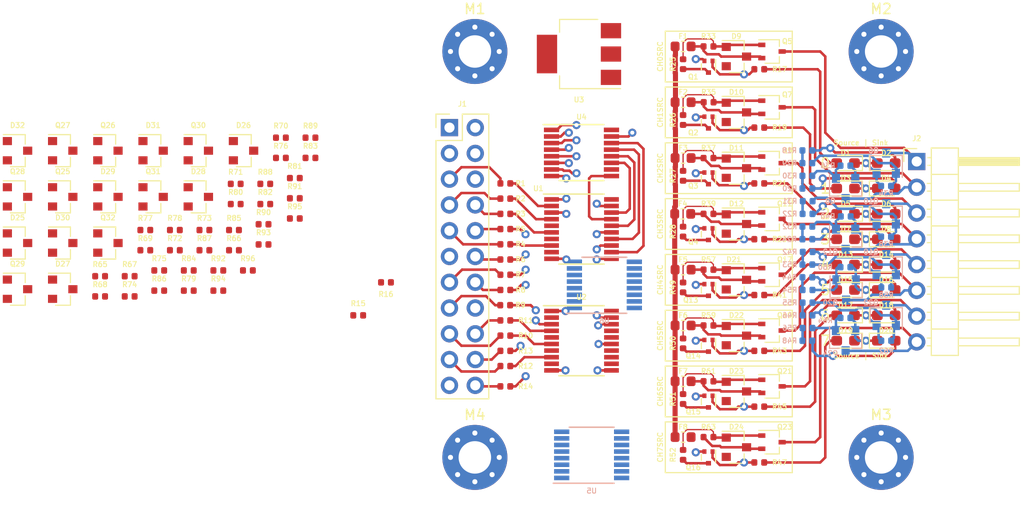
<source format=kicad_pcb>
(kicad_pcb (version 20171130) (host pcbnew "(5.1.0)-1")
  (layers (0 F.Cu signal) (1 In1.Cu signal) (2 In2.Cu signal hide) (31 B.Cu signal) (34 B.Paste user) (35 F.Paste user) (36 B.SilkS user) (37 F.SilkS user hide) (38 B.Mask user) (39 F.Mask user) (44 Edge.Cuts user))
  (net 0 "")
  (net 1 "Net-(D1-Pad2)")
  (net 2 GND)
  (net 3 "Net-(D2-Pad2)")
  (net 4 "Net-(D3-Pad2)")
  (net 5 "Net-(D4-Pad2)")
  (net 6 "Net-(D5-Pad2)")
  (net 7 "Net-(D6-Pad2)")
  (net 8 "Net-(D7-Pad2)")
  (net 9 "Net-(D8-Pad2)")
  (net 10 "Net-(D9-Pad1)")
  (net 11 "Net-(D9-Pad2)")
  (net 12 "Net-(D10-Pad1)")
  (net 13 "Net-(D10-Pad2)")
  (net 14 "Net-(D11-Pad2)")
  (net 15 "Net-(D11-Pad1)")
  (net 16 "Net-(D12-Pad2)")
  (net 17 "Net-(D12-Pad1)")
  (net 18 "Net-(D13-Pad2)")
  (net 19 "Net-(D14-Pad2)")
  (net 20 "Net-(D15-Pad2)")
  (net 21 "Net-(D16-Pad2)")
  (net 22 "Net-(D17-Pad2)")
  (net 23 "Net-(D18-Pad2)")
  (net 24 "Net-(D19-Pad2)")
  (net 25 "Net-(D20-Pad2)")
  (net 26 "Net-(D21-Pad1)")
  (net 27 "Net-(D21-Pad2)")
  (net 28 "Net-(D22-Pad1)")
  (net 29 "Net-(D22-Pad2)")
  (net 30 "Net-(D23-Pad2)")
  (net 31 "Net-(D23-Pad1)")
  (net 32 "Net-(D24-Pad1)")
  (net 33 "Net-(D24-Pad2)")
  (net 34 "Net-(D25-Pad1)")
  (net 35 "Net-(D26-Pad1)")
  (net 36 "Net-(D27-Pad1)")
  (net 37 "Net-(D28-Pad1)")
  (net 38 "Net-(D29-Pad1)")
  (net 39 "Net-(D30-Pad1)")
  (net 40 "Net-(D31-Pad1)")
  (net 41 "Net-(D32-Pad1)")
  (net 42 VDrive)
  (net 43 V+)
  (net 44 VCC)
  (net 45 "Net-(J1-Pad5)")
  (net 46 "Net-(J1-Pad7)")
  (net 47 "Net-(J1-Pad8)")
  (net 48 "Net-(J1-Pad9)")
  (net 49 "Net-(J1-Pad10)")
  (net 50 "Net-(J1-Pad12)")
  (net 51 "Net-(J1-Pad13)")
  (net 52 "Net-(J1-Pad14)")
  (net 53 "Net-(J1-Pad15)")
  (net 54 "Net-(J1-Pad17)")
  (net 55 "Net-(J1-Pad18)")
  (net 56 "Net-(J1-Pad19)")
  (net 57 "Net-(J1-Pad20)")
  (net 58 "Net-(J1-Pad22)")
  (net 59 /DriveSense/D0_In)
  (net 60 /DriveSense/D1_In)
  (net 61 /DriveSense/D2_In)
  (net 62 /DriveSense/D3_In)
  (net 63 /DriveSense/D4_In)
  (net 64 /DriveSense/D5_In)
  (net 65 /DriveSense/D6_In)
  (net 66 /DriveSense/D7_In)
  (net 67 "Net-(Q1-Pad3)")
  (net 68 /OutputDrive/D0_Source)
  (net 69 "Net-(Q2-Pad3)")
  (net 70 /OutputDrive/D1_Source)
  (net 71 "Net-(Q3-Pad3)")
  (net 72 /OutputDrive/D2_Source)
  (net 73 /OutputDrive/D3_Source)
  (net 74 "Net-(Q4-Pad3)")
  (net 75 "Net-(Q6-Pad1)")
  (net 76 "Net-(Q8-Pad1)")
  (net 77 "Net-(Q10-Pad1)")
  (net 78 "Net-(Q12-Pad1)")
  (net 79 "Net-(Q13-Pad3)")
  (net 80 /OutputDrive/D4_Source)
  (net 81 /OutputDrive/D5_Source)
  (net 82 "Net-(Q14-Pad3)")
  (net 83 /OutputDrive/D6_Source)
  (net 84 "Net-(Q15-Pad3)")
  (net 85 /OutputDrive/D7_Source)
  (net 86 "Net-(Q16-Pad3)")
  (net 87 "Net-(Q18-Pad1)")
  (net 88 "Net-(Q20-Pad1)")
  (net 89 "Net-(Q22-Pad1)")
  (net 90 "Net-(Q24-Pad1)")
  (net 91 "Net-(Q25-Pad3)")
  (net 92 "Net-(Q26-Pad3)")
  (net 93 "Net-(Q27-Pad3)")
  (net 94 "Net-(Q28-Pad3)")
  (net 95 "Net-(Q29-Pad3)")
  (net 96 "Net-(Q30-Pad3)")
  (net 97 "Net-(Q31-Pad3)")
  (net 98 "Net-(Q32-Pad3)")
  (net 99 GPIO_CLK)
  (net 100 GPIO_Source_LAT)
  (net 101 GPIO_Source_OE)
  (net 102 GPIO_Source_DI)
  (net 103 GPIO_Source_DO)
  (net 104 GPIO_Sink_LAT)
  (net 105 GPIO_Sink_OE)
  (net 106 GPIO_Sink_DI)
  (net 107 GPIO_Sink_DO)
  (net 108 GPIO_Sense_Load)
  (net 109 GPIO_Sense_CS)
  (net 110 GPIO_Sense_DI)
  (net 111 GPIO_Sense_DO)
  (net 112 GPIO_PWR_EN)
  (net 113 "Net-(R15-Pad1)")
  (net 114 "Net-(R16-Pad1)")
  (net 115 /OutputDrive/D0_Sink)
  (net 116 /OutputDrive/D1_Sink)
  (net 117 /OutputDrive/D2_Sink)
  (net 118 /OutputDrive/D3_Sink)
  (net 119 /OutputDrive/D4_Sink)
  (net 120 /OutputDrive/D5_Sink)
  (net 121 /OutputDrive/D6_Sink)
  (net 122 /OutputDrive/D7_Sink)
  (net 123 /DriveSense/D0_Out)
  (net 124 /DriveSense/D1_Out)
  (net 125 /DriveSense/D2_Out)
  (net 126 /DriveSense/D3_Out)
  (net 127 /DriveSense/D4_Out)
  (net 128 /DriveSense/D5_Out)
  (net 129 /DriveSense/D6_Out)
  (net 130 /DriveSense/D7_Out)
  (net 131 SinkDriver_LAT)
  (net 132 SinkDriver_OE)
  (net 133 SinkDriver_DataIn)
  (net 134 SrcDriver_DataIn)
  (net 135 SrcDriver_OE)
  (net 136 SrcDriver_LAT)
  (net 137 SrcDriver_DataOut)
  (net 138 SR_CLK)
  (net 139 SenseDriver_DataOut)
  (net 140 SenseDriver_CS)
  (net 141 SenseDriver_Load)
  (net 142 SenseDriver_DataIn)
  (net 143 "Net-(U2-Pad9)")
  (net 144 "Net-(U2-Pad7)")
  (net 145 PowerEnable)
  (net 146 SinkDriver_DataOut)
  (net 147 "Net-(U6-Pad7)")
  (module MountingHole:MountingHole_3.2mm_M3_Pad_Via (layer F.Cu) (at 121.25 125.5)
    (fp_text reference M4 (at 0 -4.2) (layer F.SilkS))
    (fp_text value MountingHole_3.2mm_M3_Pad_Via)
    (pad 1 thru_hole circle (at 1.697056 -1.697056) (size 0.8 0.8) (drill 0.5) (layers *.Cu *.Mask))
    (pad 1 thru_hole circle (at 0 -2.4) (size 0.8 0.8) (drill 0.5) (layers *.Cu *.Mask))
    (pad 1 thru_hole circle (at -1.697056 -1.697056) (size 0.8 0.8) (drill 0.5) (layers *.Cu *.Mask))
    (pad 1 thru_hole circle (at -2.4 0) (size 0.8 0.8) (drill 0.5) (layers *.Cu *.Mask))
    (pad 1 thru_hole circle (at -1.697056 1.697056) (size 0.8 0.8) (drill 0.5) (layers *.Cu *.Mask))
    (pad 1 thru_hole circle (at 0 2.4) (size 0.8 0.8) (drill 0.5) (layers *.Cu *.Mask))
    (pad 1 thru_hole circle (at 1.697056 1.697056) (size 0.8 0.8) (drill 0.5) (layers *.Cu *.Mask))
    (pad 1 thru_hole circle (at 2.4 0) (size 0.8 0.8) (drill 0.5) (layers *.Cu *.Mask))
    (pad 1 thru_hole circle (at 0 0) (size 6.4 6.4) (drill 3.2) (layers *.Cu *.Mask))
  )
  (module MountingHole:MountingHole_3.2mm_M3_Pad_Via (layer F.Cu) (at 161.25 125.5)
    (fp_text reference M3 (at 0 -4.2) (layer F.SilkS))
    (fp_text value MountingHole_3.2mm_M3_Pad_Via)
    (pad 1 thru_hole circle (at 1.697056 -1.697056) (size 0.8 0.8) (drill 0.5) (layers *.Cu *.Mask))
    (pad 1 thru_hole circle (at 0 -2.4) (size 0.8 0.8) (drill 0.5) (layers *.Cu *.Mask))
    (pad 1 thru_hole circle (at -1.697056 -1.697056) (size 0.8 0.8) (drill 0.5) (layers *.Cu *.Mask))
    (pad 1 thru_hole circle (at -2.4 0) (size 0.8 0.8) (drill 0.5) (layers *.Cu *.Mask))
    (pad 1 thru_hole circle (at -1.697056 1.697056) (size 0.8 0.8) (drill 0.5) (layers *.Cu *.Mask))
    (pad 1 thru_hole circle (at 0 2.4) (size 0.8 0.8) (drill 0.5) (layers *.Cu *.Mask))
    (pad 1 thru_hole circle (at 1.697056 1.697056) (size 0.8 0.8) (drill 0.5) (layers *.Cu *.Mask))
    (pad 1 thru_hole circle (at 2.4 0) (size 0.8 0.8) (drill 0.5) (layers *.Cu *.Mask))
    (pad 1 thru_hole circle (at 0 0) (size 6.4 6.4) (drill 3.2) (layers *.Cu *.Mask))
  )
  (module MountingHole:MountingHole_3.2mm_M3_Pad_Via (layer F.Cu) (at 121.25 85.5)
    (fp_text reference M1 (at 0 -4.2) (layer F.SilkS))
    (fp_text value MountingHole_3.2mm_M3_Pad_Via)
    (pad 1 thru_hole circle (at 1.697056 -1.697056) (size 0.8 0.8) (drill 0.5) (layers *.Cu *.Mask))
    (pad 1 thru_hole circle (at 0 -2.4) (size 0.8 0.8) (drill 0.5) (layers *.Cu *.Mask))
    (pad 1 thru_hole circle (at -1.697056 -1.697056) (size 0.8 0.8) (drill 0.5) (layers *.Cu *.Mask))
    (pad 1 thru_hole circle (at -2.4 0) (size 0.8 0.8) (drill 0.5) (layers *.Cu *.Mask))
    (pad 1 thru_hole circle (at -1.697056 1.697056) (size 0.8 0.8) (drill 0.5) (layers *.Cu *.Mask))
    (pad 1 thru_hole circle (at 0 2.4) (size 0.8 0.8) (drill 0.5) (layers *.Cu *.Mask))
    (pad 1 thru_hole circle (at 1.697056 1.697056) (size 0.8 0.8) (drill 0.5) (layers *.Cu *.Mask))
    (pad 1 thru_hole circle (at 2.4 0) (size 0.8 0.8) (drill 0.5) (layers *.Cu *.Mask))
    (pad 1 thru_hole circle (at 0 0) (size 6.4 6.4) (drill 3.2) (layers *.Cu *.Mask))
  )
  (module MountingHole:MountingHole_3.2mm_M3_Pad_Via (layer F.Cu) (at 161.25 85.5)
    (fp_text reference M2 (at 0 -4.2) (layer F.SilkS))
    (fp_text value MountingHole_3.2mm_M3_Pad_Via)
    (pad 1 thru_hole circle (at 1.697056 -1.697056) (size 0.8 0.8) (drill 0.5) (layers *.Cu *.Mask))
    (pad 1 thru_hole circle (at 0 -2.4) (size 0.8 0.8) (drill 0.5) (layers *.Cu *.Mask))
    (pad 1 thru_hole circle (at -1.697056 -1.697056) (size 0.8 0.8) (drill 0.5) (layers *.Cu *.Mask))
    (pad 1 thru_hole circle (at -2.4 0) (size 0.8 0.8) (drill 0.5) (layers *.Cu *.Mask))
    (pad 1 thru_hole circle (at -1.697056 1.697056) (size 0.8 0.8) (drill 0.5) (layers *.Cu *.Mask))
    (pad 1 thru_hole circle (at 0 2.4) (size 0.8 0.8) (drill 0.5) (layers *.Cu *.Mask))
    (pad 1 thru_hole circle (at 1.697056 1.697056) (size 0.8 0.8) (drill 0.5) (layers *.Cu *.Mask))
    (pad 1 thru_hole circle (at 2.4 0) (size 0.8 0.8) (drill 0.5) (layers *.Cu *.Mask))
    (pad 1 thru_hole circle (at 0 0) (size 6.4 6.4) (drill 3.2) (layers *.Cu *.Mask))
  )
  (module Package_TO_SOT_SMD:SOT-323_SC-70 (layer F.Cu) (at 150.5 124)
    (fp_text reference Q23 (at 1.25 -1.5) (layer F.SilkS) (effects (font (size 0.5 0.5) (thickness 0.1))))
    (fp_text value BSS84)
    (pad 3 smd rect (at 1 0 270) (size 0.45 0.7) (layers F.Cu F.Paste F.Mask) (net 66 /DriveSense/D7_In))
    (pad 2 smd rect (at -1 0.65 270) (size 0.45 0.7) (layers F.Cu F.Paste F.Mask) (net 32 "Net-(D24-Pad1)"))
    (pad 1 smd rect (at -1 -0.65 270) (size 0.45 0.7) (layers F.Cu F.Paste F.Mask) (net 33 "Net-(D24-Pad2)"))
  )
  (module Package_TO_SOT_SMD:SOT-323_SC-70 (layer F.Cu) (at 150.5 118.5)
    (fp_text reference Q21 (at 1.25 -1.5) (layer F.SilkS) (effects (font (size 0.5 0.5) (thickness 0.1))))
    (fp_text value BSS84)
    (pad 3 smd rect (at 1 0 270) (size 0.45 0.7) (layers F.Cu F.Paste F.Mask) (net 65 /DriveSense/D6_In))
    (pad 2 smd rect (at -1 0.65 270) (size 0.45 0.7) (layers F.Cu F.Paste F.Mask) (net 31 "Net-(D23-Pad1)"))
    (pad 1 smd rect (at -1 -0.65 270) (size 0.45 0.7) (layers F.Cu F.Paste F.Mask) (net 30 "Net-(D23-Pad2)"))
  )
  (module Package_TO_SOT_SMD:SOT-323_SC-70 (layer F.Cu) (at 150.5 113)
    (fp_text reference Q19 (at 1.25 -1.5) (layer F.SilkS) (effects (font (size 0.5 0.5) (thickness 0.1))))
    (fp_text value BSS84)
    (pad 3 smd rect (at 1 0 270) (size 0.45 0.7) (layers F.Cu F.Paste F.Mask) (net 64 /DriveSense/D5_In))
    (pad 2 smd rect (at -1 0.65 270) (size 0.45 0.7) (layers F.Cu F.Paste F.Mask) (net 28 "Net-(D22-Pad1)"))
    (pad 1 smd rect (at -1 -0.65 270) (size 0.45 0.7) (layers F.Cu F.Paste F.Mask) (net 29 "Net-(D22-Pad2)"))
  )
  (module Package_TO_SOT_SMD:SOT-323_SC-70 (layer F.Cu) (at 150.5 107.5)
    (fp_text reference Q17 (at 1.25 -1.5) (layer F.SilkS) (effects (font (size 0.5 0.5) (thickness 0.1))))
    (fp_text value BSS84)
    (pad 3 smd rect (at 1 0 270) (size 0.45 0.7) (layers F.Cu F.Paste F.Mask) (net 63 /DriveSense/D4_In))
    (pad 2 smd rect (at -1 0.65 270) (size 0.45 0.7) (layers F.Cu F.Paste F.Mask) (net 26 "Net-(D21-Pad1)"))
    (pad 1 smd rect (at -1 -0.65 270) (size 0.45 0.7) (layers F.Cu F.Paste F.Mask) (net 27 "Net-(D21-Pad2)"))
  )
  (module Package_TO_SOT_SMD:SOT-323_SC-70 (layer F.Cu) (at 150.5 102)
    (fp_text reference Q11 (at 1.25 -1.5) (layer F.SilkS) (effects (font (size 0.5 0.5) (thickness 0.1))))
    (fp_text value BSS84)
    (pad 3 smd rect (at 1 0 270) (size 0.45 0.7) (layers F.Cu F.Paste F.Mask) (net 62 /DriveSense/D3_In))
    (pad 2 smd rect (at -1 0.65 270) (size 0.45 0.7) (layers F.Cu F.Paste F.Mask) (net 17 "Net-(D12-Pad1)"))
    (pad 1 smd rect (at -1 -0.65 270) (size 0.45 0.7) (layers F.Cu F.Paste F.Mask) (net 16 "Net-(D12-Pad2)"))
  )
  (module Package_TO_SOT_SMD:SOT-323_SC-70 (layer F.Cu) (at 150.5 96.5)
    (fp_text reference Q9 (at 1.5 -1.25) (layer F.SilkS) (effects (font (size 0.5 0.5) (thickness 0.1))))
    (fp_text value BSS84)
    (pad 3 smd rect (at 1 0 270) (size 0.45 0.7) (layers F.Cu F.Paste F.Mask) (net 61 /DriveSense/D2_In))
    (pad 2 smd rect (at -1 0.65 270) (size 0.45 0.7) (layers F.Cu F.Paste F.Mask) (net 15 "Net-(D11-Pad1)"))
    (pad 1 smd rect (at -1 -0.65 270) (size 0.45 0.7) (layers F.Cu F.Paste F.Mask) (net 14 "Net-(D11-Pad2)"))
  )
  (module Package_TO_SOT_SMD:SOT-323_SC-70 (layer F.Cu) (at 150.5 91)
    (fp_text reference Q7 (at 1.5 -1.25) (layer F.SilkS) (effects (font (size 0.5 0.5) (thickness 0.1))))
    (fp_text value BSS84)
    (pad 3 smd rect (at 1 0 270) (size 0.45 0.7) (layers F.Cu F.Paste F.Mask) (net 60 /DriveSense/D1_In))
    (pad 2 smd rect (at -1 0.65 270) (size 0.45 0.7) (layers F.Cu F.Paste F.Mask) (net 12 "Net-(D10-Pad1)"))
    (pad 1 smd rect (at -1 -0.65 270) (size 0.45 0.7) (layers F.Cu F.Paste F.Mask) (net 13 "Net-(D10-Pad2)"))
  )
  (module Package_TO_SOT_SMD:SOT-323_SC-70 (layer F.Cu) (at 150.5 85.5)
    (fp_text reference Q5 (at 1.5 -1) (layer F.SilkS) (effects (font (size 0.5 0.5) (thickness 0.1))))
    (fp_text value BSS84)
    (pad 3 smd rect (at 1 0 270) (size 0.45 0.7) (layers F.Cu F.Paste F.Mask) (net 59 /DriveSense/D0_In))
    (pad 2 smd rect (at -1 0.65 270) (size 0.45 0.7) (layers F.Cu F.Paste F.Mask) (net 10 "Net-(D9-Pad1)"))
    (pad 1 smd rect (at -1 -0.65 270) (size 0.45 0.7) (layers F.Cu F.Paste F.Mask) (net 11 "Net-(D9-Pad2)"))
  )
  (module Connector_PinHeader_2.54mm:PinHeader_2x11_P2.54mm_Vertical (layer F.Cu) (at 118.75 93)
    (fp_text reference J1 (at 1.27 -2.33) (layer F.SilkS) (effects (font (size 0.5 0.5) (thickness 0.1))))
    (fp_text value Conn_01x22_Male)
    (pad 22 thru_hole oval (at 2.54 25.4) (size 1.7 1.7) (drill 1) (layers *.Cu *.Mask) (net 58 "Net-(J1-Pad22)"))
    (pad 21 thru_hole oval (at 0 25.4) (size 1.7 1.7) (drill 1) (layers *.Cu *.Mask) (net 2 GND))
    (pad 20 thru_hole oval (at 2.54 22.86) (size 1.7 1.7) (drill 1) (layers *.Cu *.Mask) (net 57 "Net-(J1-Pad20)"))
    (pad 19 thru_hole oval (at 0 22.86) (size 1.7 1.7) (drill 1) (layers *.Cu *.Mask) (net 56 "Net-(J1-Pad19)"))
    (pad 18 thru_hole oval (at 2.54 20.32) (size 1.7 1.7) (drill 1) (layers *.Cu *.Mask) (net 55 "Net-(J1-Pad18)"))
    (pad 17 thru_hole oval (at 0 20.32) (size 1.7 1.7) (drill 1) (layers *.Cu *.Mask) (net 54 "Net-(J1-Pad17)"))
    (pad 16 thru_hole oval (at 2.54 17.78) (size 1.7 1.7) (drill 1) (layers *.Cu *.Mask) (net 2 GND))
    (pad 15 thru_hole oval (at 0 17.78) (size 1.7 1.7) (drill 1) (layers *.Cu *.Mask) (net 53 "Net-(J1-Pad15)"))
    (pad 14 thru_hole oval (at 2.54 15.24) (size 1.7 1.7) (drill 1) (layers *.Cu *.Mask) (net 52 "Net-(J1-Pad14)"))
    (pad 13 thru_hole oval (at 0 15.24) (size 1.7 1.7) (drill 1) (layers *.Cu *.Mask) (net 51 "Net-(J1-Pad13)"))
    (pad 12 thru_hole oval (at 2.54 12.7) (size 1.7 1.7) (drill 1) (layers *.Cu *.Mask) (net 50 "Net-(J1-Pad12)"))
    (pad 11 thru_hole oval (at 0 12.7) (size 1.7 1.7) (drill 1) (layers *.Cu *.Mask) (net 2 GND))
    (pad 10 thru_hole oval (at 2.54 10.16) (size 1.7 1.7) (drill 1) (layers *.Cu *.Mask) (net 49 "Net-(J1-Pad10)"))
    (pad 9 thru_hole oval (at 0 10.16) (size 1.7 1.7) (drill 1) (layers *.Cu *.Mask) (net 48 "Net-(J1-Pad9)"))
    (pad 8 thru_hole oval (at 2.54 7.62) (size 1.7 1.7) (drill 1) (layers *.Cu *.Mask) (net 47 "Net-(J1-Pad8)"))
    (pad 7 thru_hole oval (at 0 7.62) (size 1.7 1.7) (drill 1) (layers *.Cu *.Mask) (net 46 "Net-(J1-Pad7)"))
    (pad 6 thru_hole oval (at 2.54 5.08) (size 1.7 1.7) (drill 1) (layers *.Cu *.Mask) (net 2 GND))
    (pad 5 thru_hole oval (at 0 5.08) (size 1.7 1.7) (drill 1) (layers *.Cu *.Mask) (net 45 "Net-(J1-Pad5)"))
    (pad 4 thru_hole oval (at 2.54 2.54) (size 1.7 1.7) (drill 1) (layers *.Cu *.Mask) (net 2 GND))
    (pad 3 thru_hole oval (at 0 2.54) (size 1.7 1.7) (drill 1) (layers *.Cu *.Mask) (net 44 VCC))
    (pad 2 thru_hole oval (at 2.54 0) (size 1.7 1.7) (drill 1) (layers *.Cu *.Mask) (net 2 GND))
    (pad 1 thru_hole rect (at 0 0) (size 1.7 1.7) (drill 1) (layers *.Cu *.Mask) (net 43 V+))
  )
  (module Diode_SMD:D_0603_1608Metric_Pad1.05x0.95mm_HandSolder (layer F.Cu) (at 157.75 96.5 180)
    (fp_text reference D1 (at 0 1 180) (layer F.SilkS) (effects (font (size 0.5 0.5) (thickness 0.1))))
    (fp_text value ActiveSource)
    (pad 2 smd roundrect (at 0.875 0 180) (size 1.05 0.95) (layers F.Cu F.Paste F.Mask) (net 1 "Net-(D1-Pad2)"))
    (pad 1 smd roundrect (at -0.875 0 180) (size 1.05 0.95) (layers F.Cu F.Paste F.Mask) (net 2 GND))
  )
  (module Diode_SMD:D_0603_1608Metric_Pad1.05x0.95mm_HandSolder (layer F.Cu) (at 161.75 96.5)
    (fp_text reference D2 (at 0 -1) (layer F.SilkS) (effects (font (size 0.5 0.5) (thickness 0.1))))
    (fp_text value ActiveSink)
    (pad 1 smd roundrect (at -0.875 0) (size 1.05 0.95) (layers F.Cu F.Paste F.Mask) (net 2 GND))
    (pad 2 smd roundrect (at 0.875 0) (size 1.05 0.95) (layers F.Cu F.Paste F.Mask) (net 3 "Net-(D2-Pad2)"))
  )
  (module Diode_SMD:D_0603_1608Metric_Pad1.05x0.95mm_HandSolder (layer F.Cu) (at 157.75 99 180)
    (fp_text reference D3 (at 0 1 180) (layer F.SilkS) (effects (font (size 0.5 0.5) (thickness 0.1))))
    (fp_text value ActiveSource)
    (pad 2 smd roundrect (at 0.875 0 180) (size 1.05 0.95) (layers F.Cu F.Paste F.Mask) (net 4 "Net-(D3-Pad2)"))
    (pad 1 smd roundrect (at -0.875 0 180) (size 1.05 0.95) (layers F.Cu F.Paste F.Mask) (net 2 GND))
  )
  (module Diode_SMD:D_0603_1608Metric_Pad1.05x0.95mm_HandSolder (layer F.Cu) (at 161.75 99)
    (fp_text reference D4 (at 0 -1) (layer F.SilkS) (effects (font (size 0.5 0.5) (thickness 0.1))))
    (fp_text value ActiveSink)
    (pad 1 smd roundrect (at -0.875 0) (size 1.05 0.95) (layers F.Cu F.Paste F.Mask) (net 2 GND))
    (pad 2 smd roundrect (at 0.875 0) (size 1.05 0.95) (layers F.Cu F.Paste F.Mask) (net 5 "Net-(D4-Pad2)"))
  )
  (module Diode_SMD:D_0603_1608Metric_Pad1.05x0.95mm_HandSolder (layer F.Cu) (at 157.75 101.5 180)
    (fp_text reference D5 (at 0 1 180) (layer F.SilkS) (effects (font (size 0.5 0.5) (thickness 0.1))))
    (fp_text value ActiveSource)
    (pad 2 smd roundrect (at 0.875 0 180) (size 1.05 0.95) (layers F.Cu F.Paste F.Mask) (net 6 "Net-(D5-Pad2)"))
    (pad 1 smd roundrect (at -0.875 0 180) (size 1.05 0.95) (layers F.Cu F.Paste F.Mask) (net 2 GND))
  )
  (module Diode_SMD:D_0603_1608Metric_Pad1.05x0.95mm_HandSolder (layer F.Cu) (at 161.75 101.5)
    (fp_text reference D6 (at 0 -1) (layer F.SilkS) (effects (font (size 0.5 0.5) (thickness 0.1))))
    (fp_text value ActiveSink)
    (pad 1 smd roundrect (at -0.875 0) (size 1.05 0.95) (layers F.Cu F.Paste F.Mask) (net 2 GND))
    (pad 2 smd roundrect (at 0.875 0) (size 1.05 0.95) (layers F.Cu F.Paste F.Mask) (net 7 "Net-(D6-Pad2)"))
  )
  (module Diode_SMD:D_0603_1608Metric_Pad1.05x0.95mm_HandSolder (layer F.Cu) (at 157.75 104 180)
    (fp_text reference D7 (at 0 1) (layer F.SilkS) (effects (font (size 0.5 0.5) (thickness 0.1))))
    (fp_text value ActiveSource)
    (pad 1 smd roundrect (at -0.875 0 180) (size 1.05 0.95) (layers F.Cu F.Paste F.Mask) (net 2 GND))
    (pad 2 smd roundrect (at 0.875 0 180) (size 1.05 0.95) (layers F.Cu F.Paste F.Mask) (net 8 "Net-(D7-Pad2)"))
  )
  (module Diode_SMD:D_0603_1608Metric_Pad1.05x0.95mm_HandSolder (layer F.Cu) (at 161.75 104)
    (fp_text reference D8 (at 0 -1) (layer F.SilkS) (effects (font (size 0.5 0.5) (thickness 0.1))))
    (fp_text value ActiveSink)
    (pad 2 smd roundrect (at 0.875 0) (size 1.05 0.95) (layers F.Cu F.Paste F.Mask) (net 9 "Net-(D8-Pad2)"))
    (pad 1 smd roundrect (at -0.875 0) (size 1.05 0.95) (layers F.Cu F.Paste F.Mask) (net 2 GND))
  )
  (module Diode_SMD:D_SOT-23_ANK (layer F.Cu) (at 147 86)
    (fp_text reference D9 (at 0 -2) (layer F.SilkS) (effects (font (size 0.5 0.5) (thickness 0.1))))
    (fp_text value BZX84C12)
    (pad 1 smd rect (at 1 0) (size 0.9 0.8) (layers F.Cu F.Paste F.Mask) (net 10 "Net-(D9-Pad1)"))
    (pad "" smd rect (at -1 0.95) (size 0.9 0.8) (layers F.Cu F.Paste F.Mask))
    (pad 2 smd rect (at -1 -0.95) (size 0.9 0.8) (layers F.Cu F.Paste F.Mask) (net 11 "Net-(D9-Pad2)"))
  )
  (module Diode_SMD:D_SOT-23_ANK (layer F.Cu) (at 147 91.5)
    (fp_text reference D10 (at 0 -2) (layer F.SilkS) (effects (font (size 0.5 0.5) (thickness 0.1))))
    (fp_text value BZX84C12)
    (pad 1 smd rect (at 1 0) (size 0.9 0.8) (layers F.Cu F.Paste F.Mask) (net 12 "Net-(D10-Pad1)"))
    (pad "" smd rect (at -1 0.95) (size 0.9 0.8) (layers F.Cu F.Paste F.Mask))
    (pad 2 smd rect (at -1 -0.95) (size 0.9 0.8) (layers F.Cu F.Paste F.Mask) (net 13 "Net-(D10-Pad2)"))
  )
  (module Diode_SMD:D_SOT-23_ANK (layer F.Cu) (at 147 97)
    (fp_text reference D11 (at 0 -2) (layer F.SilkS) (effects (font (size 0.5 0.5) (thickness 0.1))))
    (fp_text value BZX84C12)
    (pad 2 smd rect (at -1 -0.95) (size 0.9 0.8) (layers F.Cu F.Paste F.Mask) (net 14 "Net-(D11-Pad2)"))
    (pad "" smd rect (at -1 0.95) (size 0.9 0.8) (layers F.Cu F.Paste F.Mask))
    (pad 1 smd rect (at 1 0) (size 0.9 0.8) (layers F.Cu F.Paste F.Mask) (net 15 "Net-(D11-Pad1)"))
  )
  (module Diode_SMD:D_SOT-23_ANK (layer F.Cu) (at 147 102.5)
    (fp_text reference D12 (at 0 -2) (layer F.SilkS) (effects (font (size 0.5 0.5) (thickness 0.1))))
    (fp_text value BZX84C12)
    (pad 2 smd rect (at -1 -0.95) (size 0.9 0.8) (layers F.Cu F.Paste F.Mask) (net 16 "Net-(D12-Pad2)"))
    (pad "" smd rect (at -1 0.95) (size 0.9 0.8) (layers F.Cu F.Paste F.Mask))
    (pad 1 smd rect (at 1 0) (size 0.9 0.8) (layers F.Cu F.Paste F.Mask) (net 17 "Net-(D12-Pad1)"))
  )
  (module Diode_SMD:D_0603_1608Metric_Pad1.05x0.95mm_HandSolder (layer F.Cu) (at 157.75 106.5 180)
    (fp_text reference D13 (at 0 1 180) (layer F.SilkS) (effects (font (size 0.5 0.5) (thickness 0.1))))
    (fp_text value ActiveSource)
    (pad 1 smd roundrect (at -0.875 0 180) (size 1.05 0.95) (layers F.Cu F.Paste F.Mask) (net 2 GND))
    (pad 2 smd roundrect (at 0.875 0 180) (size 1.05 0.95) (layers F.Cu F.Paste F.Mask) (net 18 "Net-(D13-Pad2)"))
  )
  (module Diode_SMD:D_0603_1608Metric_Pad1.05x0.95mm_HandSolder (layer F.Cu) (at 161.75 106.5)
    (fp_text reference D14 (at 0 -1) (layer F.SilkS) (effects (font (size 0.5 0.5) (thickness 0.1))))
    (fp_text value ActiveSink)
    (pad 2 smd roundrect (at 0.875 0) (size 1.05 0.95) (layers F.Cu F.Paste F.Mask) (net 19 "Net-(D14-Pad2)"))
    (pad 1 smd roundrect (at -0.875 0) (size 1.05 0.95) (layers F.Cu F.Paste F.Mask) (net 2 GND))
  )
  (module Diode_SMD:D_0603_1608Metric_Pad1.05x0.95mm_HandSolder (layer F.Cu) (at 157.75 109 180)
    (fp_text reference D15 (at 0 1 180) (layer F.SilkS) (effects (font (size 0.5 0.5) (thickness 0.1))))
    (fp_text value ActiveSource)
    (pad 2 smd roundrect (at 0.875 0 180) (size 1.05 0.95) (layers F.Cu F.Paste F.Mask) (net 20 "Net-(D15-Pad2)"))
    (pad 1 smd roundrect (at -0.875 0 180) (size 1.05 0.95) (layers F.Cu F.Paste F.Mask) (net 2 GND))
  )
  (module Diode_SMD:D_0603_1608Metric_Pad1.05x0.95mm_HandSolder (layer F.Cu) (at 161.75 109)
    (fp_text reference D16 (at 0 -1) (layer F.SilkS) (effects (font (size 0.5 0.5) (thickness 0.1))))
    (fp_text value ActiveSink)
    (pad 1 smd roundrect (at -0.875 0) (size 1.05 0.95) (layers F.Cu F.Paste F.Mask) (net 2 GND))
    (pad 2 smd roundrect (at 0.875 0) (size 1.05 0.95) (layers F.Cu F.Paste F.Mask) (net 21 "Net-(D16-Pad2)"))
  )
  (module Diode_SMD:D_0603_1608Metric_Pad1.05x0.95mm_HandSolder (layer F.Cu) (at 157.75 111.5 180)
    (fp_text reference D17 (at 0 1 180) (layer F.SilkS) (effects (font (size 0.5 0.5) (thickness 0.1))))
    (fp_text value ActiveSource)
    (pad 1 smd roundrect (at -0.875 0 180) (size 1.05 0.95) (layers F.Cu F.Paste F.Mask) (net 2 GND))
    (pad 2 smd roundrect (at 0.875 0 180) (size 1.05 0.95) (layers F.Cu F.Paste F.Mask) (net 22 "Net-(D17-Pad2)"))
  )
  (module Diode_SMD:D_0603_1608Metric_Pad1.05x0.95mm_HandSolder (layer F.Cu) (at 161.75 111.5)
    (fp_text reference D18 (at 0 -1) (layer F.SilkS) (effects (font (size 0.5 0.5) (thickness 0.1))))
    (fp_text value ActiveSink)
    (pad 2 smd roundrect (at 0.875 0) (size 1.05 0.95) (layers F.Cu F.Paste F.Mask) (net 23 "Net-(D18-Pad2)"))
    (pad 1 smd roundrect (at -0.875 0) (size 1.05 0.95) (layers F.Cu F.Paste F.Mask) (net 2 GND))
  )
  (module Diode_SMD:D_0603_1608Metric_Pad1.05x0.95mm_HandSolder (layer F.Cu) (at 157.75 114 180)
    (fp_text reference D19 (at 0 1 180) (layer F.SilkS) (effects (font (size 0.5 0.5) (thickness 0.1))))
    (fp_text value ActiveSource)
    (pad 1 smd roundrect (at -0.875 0 180) (size 1.05 0.95) (layers F.Cu F.Paste F.Mask) (net 2 GND))
    (pad 2 smd roundrect (at 0.875 0 180) (size 1.05 0.95) (layers F.Cu F.Paste F.Mask) (net 24 "Net-(D19-Pad2)"))
  )
  (module Diode_SMD:D_0603_1608Metric_Pad1.05x0.95mm_HandSolder (layer F.Cu) (at 161.75 114)
    (fp_text reference D20 (at 0 -1) (layer F.SilkS) (effects (font (size 0.5 0.5) (thickness 0.1))))
    (fp_text value ActiveSink)
    (pad 2 smd roundrect (at 0.875 0) (size 1.05 0.95) (layers F.Cu F.Paste F.Mask) (net 25 "Net-(D20-Pad2)"))
    (pad 1 smd roundrect (at -0.875 0) (size 1.05 0.95) (layers F.Cu F.Paste F.Mask) (net 2 GND))
  )
  (module Diode_SMD:D_SOT-23_ANK (layer F.Cu) (at 147 108)
    (fp_text reference D21 (at -0.25 -2) (layer F.SilkS) (effects (font (size 0.5 0.5) (thickness 0.1))))
    (fp_text value BZX84C12)
    (pad 1 smd rect (at 1 0) (size 0.9 0.8) (layers F.Cu F.Paste F.Mask) (net 26 "Net-(D21-Pad1)"))
    (pad "" smd rect (at -1 0.95) (size 0.9 0.8) (layers F.Cu F.Paste F.Mask))
    (pad 2 smd rect (at -1 -0.95) (size 0.9 0.8) (layers F.Cu F.Paste F.Mask) (net 27 "Net-(D21-Pad2)"))
  )
  (module Diode_SMD:D_SOT-23_ANK (layer F.Cu) (at 147 113.5)
    (fp_text reference D22 (at 0 -2) (layer F.SilkS) (effects (font (size 0.5 0.5) (thickness 0.1))))
    (fp_text value BZX84C12)
    (pad 1 smd rect (at 1 0) (size 0.9 0.8) (layers F.Cu F.Paste F.Mask) (net 28 "Net-(D22-Pad1)"))
    (pad "" smd rect (at -1 0.95) (size 0.9 0.8) (layers F.Cu F.Paste F.Mask))
    (pad 2 smd rect (at -1 -0.95) (size 0.9 0.8) (layers F.Cu F.Paste F.Mask) (net 29 "Net-(D22-Pad2)"))
  )
  (module Diode_SMD:D_SOT-23_ANK (layer F.Cu) (at 147 119)
    (fp_text reference D23 (at 0 -2) (layer F.SilkS) (effects (font (size 0.5 0.5) (thickness 0.1))))
    (fp_text value BZX84C12)
    (pad 2 smd rect (at -1 -0.95) (size 0.9 0.8) (layers F.Cu F.Paste F.Mask) (net 30 "Net-(D23-Pad2)"))
    (pad "" smd rect (at -1 0.95) (size 0.9 0.8) (layers F.Cu F.Paste F.Mask))
    (pad 1 smd rect (at 1 0) (size 0.9 0.8) (layers F.Cu F.Paste F.Mask) (net 31 "Net-(D23-Pad1)"))
  )
  (module Diode_SMD:D_SOT-23_ANK (layer F.Cu) (at 147 124.5)
    (fp_text reference D24 (at 0 -2) (layer F.SilkS) (effects (font (size 0.5 0.5) (thickness 0.1))))
    (fp_text value BZX84C12)
    (pad 1 smd rect (at 1 0) (size 0.9 0.8) (layers F.Cu F.Paste F.Mask) (net 32 "Net-(D24-Pad1)"))
    (pad "" smd rect (at -1 0.95) (size 0.9 0.8) (layers F.Cu F.Paste F.Mask))
    (pad 2 smd rect (at -1 -0.95) (size 0.9 0.8) (layers F.Cu F.Paste F.Mask) (net 33 "Net-(D24-Pad2)"))
  )
  (module Diode_SMD:D_SOT-23_ANK (layer F.Cu) (at 76.225001 104.375001)
    (fp_text reference D25 (at 0 -2.5) (layer F.SilkS) (effects (font (size 0.5 0.5) (thickness 0.1))))
    (fp_text value BZX84C12)
    (pad 2 smd rect (at -1 -0.95) (size 0.9 0.8) (layers F.Cu F.Paste F.Mask) (net 2 GND))
    (pad "" smd rect (at -1 0.95) (size 0.9 0.8) (layers F.Cu F.Paste F.Mask))
    (pad 1 smd rect (at 1 0) (size 0.9 0.8) (layers F.Cu F.Paste F.Mask) (net 34 "Net-(D25-Pad1)"))
  )
  (module Diode_SMD:D_SOT-23_ANK (layer F.Cu) (at 98.475001 95.275001)
    (fp_text reference D26 (at 0 -2.5) (layer F.SilkS) (effects (font (size 0.5 0.5) (thickness 0.1))))
    (fp_text value BZX84C12)
    (pad 1 smd rect (at 1 0) (size 0.9 0.8) (layers F.Cu F.Paste F.Mask) (net 35 "Net-(D26-Pad1)"))
    (pad "" smd rect (at -1 0.95) (size 0.9 0.8) (layers F.Cu F.Paste F.Mask))
    (pad 2 smd rect (at -1 -0.95) (size 0.9 0.8) (layers F.Cu F.Paste F.Mask) (net 2 GND))
  )
  (module Diode_SMD:D_SOT-23_ANK (layer F.Cu) (at 80.675001 108.925001)
    (fp_text reference D27 (at 0 -2.5) (layer F.SilkS) (effects (font (size 0.5 0.5) (thickness 0.1))))
    (fp_text value BZX84C12)
    (pad 2 smd rect (at -1 -0.95) (size 0.9 0.8) (layers F.Cu F.Paste F.Mask) (net 2 GND))
    (pad "" smd rect (at -1 0.95) (size 0.9 0.8) (layers F.Cu F.Paste F.Mask))
    (pad 1 smd rect (at 1 0) (size 0.9 0.8) (layers F.Cu F.Paste F.Mask) (net 36 "Net-(D27-Pad1)"))
  )
  (module Diode_SMD:D_SOT-23_ANK (layer F.Cu) (at 94.025001 99.825001)
    (fp_text reference D28 (at 0 -2.5) (layer F.SilkS) (effects (font (size 0.5 0.5) (thickness 0.1))))
    (fp_text value BZX84C12)
    (pad 2 smd rect (at -1 -0.95) (size 0.9 0.8) (layers F.Cu F.Paste F.Mask) (net 2 GND))
    (pad "" smd rect (at -1 0.95) (size 0.9 0.8) (layers F.Cu F.Paste F.Mask))
    (pad 1 smd rect (at 1 0) (size 0.9 0.8) (layers F.Cu F.Paste F.Mask) (net 37 "Net-(D28-Pad1)"))
  )
  (module Diode_SMD:D_SOT-23_ANK (layer F.Cu) (at 85.125001 99.825001)
    (fp_text reference D29 (at 0 -2.5) (layer F.SilkS) (effects (font (size 0.5 0.5) (thickness 0.1))))
    (fp_text value BZX84C12)
    (pad 2 smd rect (at -1 -0.95) (size 0.9 0.8) (layers F.Cu F.Paste F.Mask) (net 2 GND))
    (pad "" smd rect (at -1 0.95) (size 0.9 0.8) (layers F.Cu F.Paste F.Mask))
    (pad 1 smd rect (at 1 0) (size 0.9 0.8) (layers F.Cu F.Paste F.Mask) (net 38 "Net-(D29-Pad1)"))
  )
  (module Diode_SMD:D_SOT-23_ANK (layer F.Cu) (at 80.675001 104.375001)
    (fp_text reference D30 (at 0 -2.5) (layer F.SilkS) (effects (font (size 0.5 0.5) (thickness 0.1))))
    (fp_text value BZX84C12)
    (pad 2 smd rect (at -1 -0.95) (size 0.9 0.8) (layers F.Cu F.Paste F.Mask) (net 2 GND))
    (pad "" smd rect (at -1 0.95) (size 0.9 0.8) (layers F.Cu F.Paste F.Mask))
    (pad 1 smd rect (at 1 0) (size 0.9 0.8) (layers F.Cu F.Paste F.Mask) (net 39 "Net-(D30-Pad1)"))
  )
  (module Diode_SMD:D_SOT-23_ANK (layer F.Cu) (at 89.575001 95.275001)
    (fp_text reference D31 (at 0 -2.5) (layer F.SilkS) (effects (font (size 0.5 0.5) (thickness 0.1))))
    (fp_text value BZX84C12)
    (pad 1 smd rect (at 1 0) (size 0.9 0.8) (layers F.Cu F.Paste F.Mask) (net 40 "Net-(D31-Pad1)"))
    (pad "" smd rect (at -1 0.95) (size 0.9 0.8) (layers F.Cu F.Paste F.Mask))
    (pad 2 smd rect (at -1 -0.95) (size 0.9 0.8) (layers F.Cu F.Paste F.Mask) (net 2 GND))
  )
  (module Diode_SMD:D_SOT-23_ANK (layer F.Cu) (at 76.225001 95.275001)
    (fp_text reference D32 (at 0 -2.5) (layer F.SilkS) (effects (font (size 0.5 0.5) (thickness 0.1))))
    (fp_text value BZX84C12)
    (pad 1 smd rect (at 1 0) (size 0.9 0.8) (layers F.Cu F.Paste F.Mask) (net 41 "Net-(D32-Pad1)"))
    (pad "" smd rect (at -1 0.95) (size 0.9 0.8) (layers F.Cu F.Paste F.Mask))
    (pad 2 smd rect (at -1 -0.95) (size 0.9 0.8) (layers F.Cu F.Paste F.Mask) (net 2 GND))
  )
  (module Resistor_SMD:R_0603_1608Metric (layer F.Cu) (at 141.75 85)
    (fp_text reference F1 (at 0 -1) (layer F.SilkS) (effects (font (size 0.5 0.5) (thickness 0.1))))
    (fp_text value C2Q300)
    (pad 1 smd roundrect (at -0.7875 0) (size 0.875 0.95) (layers F.Cu F.Paste F.Mask) (net 42 VDrive))
    (pad 2 smd roundrect (at 0.7875 0) (size 0.875 0.95) (layers F.Cu F.Paste F.Mask) (net 10 "Net-(D9-Pad1)"))
  )
  (module Resistor_SMD:R_0603_1608Metric (layer F.Cu) (at 141.75 90.5)
    (fp_text reference F2 (at 0 -1) (layer F.SilkS) (effects (font (size 0.5 0.5) (thickness 0.1))))
    (fp_text value C2Q300)
    (pad 1 smd roundrect (at -0.7875 0) (size 0.875 0.95) (layers F.Cu F.Paste F.Mask) (net 42 VDrive))
    (pad 2 smd roundrect (at 0.7875 0) (size 0.875 0.95) (layers F.Cu F.Paste F.Mask) (net 12 "Net-(D10-Pad1)"))
  )
  (module Resistor_SMD:R_0603_1608Metric (layer F.Cu) (at 141.75 96)
    (fp_text reference F3 (at 0 -1) (layer F.SilkS) (effects (font (size 0.5 0.5) (thickness 0.1))))
    (fp_text value C2Q300)
    (pad 2 smd roundrect (at 0.7875 0) (size 0.875 0.95) (layers F.Cu F.Paste F.Mask) (net 15 "Net-(D11-Pad1)"))
    (pad 1 smd roundrect (at -0.7875 0) (size 0.875 0.95) (layers F.Cu F.Paste F.Mask) (net 42 VDrive))
  )
  (module Resistor_SMD:R_0603_1608Metric (layer F.Cu) (at 141.7125 101.5)
    (fp_text reference F4 (at 0 -1) (layer F.SilkS) (effects (font (size 0.5 0.5) (thickness 0.1))))
    (fp_text value C2Q300)
    (pad 2 smd roundrect (at 0.7875 0) (size 0.875 0.95) (layers F.Cu F.Paste F.Mask) (net 17 "Net-(D12-Pad1)"))
    (pad 1 smd roundrect (at -0.7875 0) (size 0.875 0.95) (layers F.Cu F.Paste F.Mask) (net 42 VDrive))
  )
  (module Resistor_SMD:R_0603_1608Metric (layer F.Cu) (at 141.75 107)
    (fp_text reference F5 (at 0 -1) (layer F.SilkS) (effects (font (size 0.5 0.5) (thickness 0.1))))
    (fp_text value C2Q300)
    (pad 1 smd roundrect (at -0.7875 0) (size 0.875 0.95) (layers F.Cu F.Paste F.Mask) (net 42 VDrive))
    (pad 2 smd roundrect (at 0.7875 0) (size 0.875 0.95) (layers F.Cu F.Paste F.Mask) (net 26 "Net-(D21-Pad1)"))
  )
  (module Resistor_SMD:R_0603_1608Metric (layer F.Cu) (at 141.75 112.5)
    (fp_text reference F6 (at 0 -1) (layer F.SilkS) (effects (font (size 0.5 0.5) (thickness 0.1))))
    (fp_text value C2Q300)
    (pad 2 smd roundrect (at 0.7875 0) (size 0.875 0.95) (layers F.Cu F.Paste F.Mask) (net 28 "Net-(D22-Pad1)"))
    (pad 1 smd roundrect (at -0.7875 0) (size 0.875 0.95) (layers F.Cu F.Paste F.Mask) (net 42 VDrive))
  )
  (module Resistor_SMD:R_0603_1608Metric (layer F.Cu) (at 141.75 118)
    (fp_text reference F7 (at 0 -1) (layer F.SilkS) (effects (font (size 0.5 0.5) (thickness 0.1))))
    (fp_text value C2Q300)
    (pad 2 smd roundrect (at 0.7875 0) (size 0.875 0.95) (layers F.Cu F.Paste F.Mask) (net 31 "Net-(D23-Pad1)"))
    (pad 1 smd roundrect (at -0.7875 0) (size 0.875 0.95) (layers F.Cu F.Paste F.Mask) (net 42 VDrive))
  )
  (module Resistor_SMD:R_0603_1608Metric (layer F.Cu) (at 141.75 123.5)
    (fp_text reference F8 (at 0 -1) (layer F.SilkS) (effects (font (size 0.5 0.5) (thickness 0.1))))
    (fp_text value C2Q300)
    (pad 1 smd roundrect (at -0.7875 0) (size 0.875 0.95) (layers F.Cu F.Paste F.Mask) (net 42 VDrive))
    (pad 2 smd roundrect (at 0.7875 0) (size 0.875 0.95) (layers F.Cu F.Paste F.Mask) (net 32 "Net-(D24-Pad1)"))
  )
  (module Connector_PinHeader_2.54mm:PinHeader_1x08_P2.54mm_Horizontal (layer F.Cu) (at 164.75 96.34)
    (fp_text reference J2 (at 0 -2.27) (layer F.SilkS) (effects (font (size 0.5 0.5) (thickness 0.1))))
    (fp_text value GPIODriveOutputs)
    (pad 1 thru_hole rect (at 0 0) (size 1.7 1.7) (drill 1) (layers *.Cu *.Mask) (net 59 /DriveSense/D0_In))
    (pad 2 thru_hole oval (at 0 2.54) (size 1.7 1.7) (drill 1) (layers *.Cu *.Mask) (net 60 /DriveSense/D1_In))
    (pad 3 thru_hole oval (at 0 5.08) (size 1.7 1.7) (drill 1) (layers *.Cu *.Mask) (net 61 /DriveSense/D2_In))
    (pad 4 thru_hole oval (at 0 7.62) (size 1.7 1.7) (drill 1) (layers *.Cu *.Mask) (net 62 /DriveSense/D3_In))
    (pad 5 thru_hole oval (at 0 10.16) (size 1.7 1.7) (drill 1) (layers *.Cu *.Mask) (net 63 /DriveSense/D4_In))
    (pad 6 thru_hole oval (at 0 12.7) (size 1.7 1.7) (drill 1) (layers *.Cu *.Mask) (net 64 /DriveSense/D5_In))
    (pad 7 thru_hole oval (at 0 15.24) (size 1.7 1.7) (drill 1) (layers *.Cu *.Mask) (net 65 /DriveSense/D6_In))
    (pad 8 thru_hole oval (at 0 17.78) (size 1.7 1.7) (drill 1) (layers *.Cu *.Mask) (net 66 /DriveSense/D7_In))
  )
  (module Package_TO_SOT_SMD:SOT-723 (layer F.Cu) (at 144.25 87 270)
    (fp_text reference Q1 (at 1 1.5) (layer F.SilkS) (effects (font (size 0.5 0.5) (thickness 0.1))))
    (fp_text value DTC143EE)
    (pad 3 smd rect (at 0.575 0 270) (size 0.45 0.5) (layers F.Cu F.Paste F.Mask) (net 67 "Net-(Q1-Pad3)"))
    (pad 2 smd rect (at -0.575 0.4 270) (size 0.45 0.4) (layers F.Cu F.Paste F.Mask) (net 2 GND))
    (pad 1 smd rect (at -0.575 -0.4 270) (size 0.45 0.4) (layers F.Cu F.Paste F.Mask) (net 68 /OutputDrive/D0_Source))
  )
  (module Package_TO_SOT_SMD:SOT-723 (layer F.Cu) (at 144.25 92.5 270)
    (fp_text reference Q2 (at 1 1.5) (layer F.SilkS) (effects (font (size 0.5 0.5) (thickness 0.1))))
    (fp_text value DTC143EE)
    (pad 3 smd rect (at 0.575 0 270) (size 0.45 0.5) (layers F.Cu F.Paste F.Mask) (net 69 "Net-(Q2-Pad3)"))
    (pad 2 smd rect (at -0.575 0.4 270) (size 0.45 0.4) (layers F.Cu F.Paste F.Mask) (net 2 GND))
    (pad 1 smd rect (at -0.575 -0.4 270) (size 0.45 0.4) (layers F.Cu F.Paste F.Mask) (net 70 /OutputDrive/D1_Source))
  )
  (module Package_TO_SOT_SMD:SOT-723 (layer F.Cu) (at 144.25 98 270)
    (fp_text reference Q3 (at 0.75 1.5) (layer F.SilkS) (effects (font (size 0.5 0.5) (thickness 0.1))))
    (fp_text value DTC143EE)
    (pad 3 smd rect (at 0.575 0 270) (size 0.45 0.5) (layers F.Cu F.Paste F.Mask) (net 71 "Net-(Q3-Pad3)"))
    (pad 2 smd rect (at -0.575 0.4 270) (size 0.45 0.4) (layers F.Cu F.Paste F.Mask) (net 2 GND))
    (pad 1 smd rect (at -0.575 -0.4 270) (size 0.45 0.4) (layers F.Cu F.Paste F.Mask) (net 72 /OutputDrive/D2_Source))
  )
  (module Package_TO_SOT_SMD:SOT-723 (layer F.Cu) (at 144.25 103.5 270)
    (fp_text reference Q4 (at 0.75 1.5) (layer F.SilkS) (effects (font (size 0.5 0.5) (thickness 0.1))))
    (fp_text value DTC143EE)
    (pad 1 smd rect (at -0.575 -0.4 270) (size 0.45 0.4) (layers F.Cu F.Paste F.Mask) (net 73 /OutputDrive/D3_Source))
    (pad 2 smd rect (at -0.575 0.4 270) (size 0.45 0.4) (layers F.Cu F.Paste F.Mask) (net 2 GND))
    (pad 3 smd rect (at 0.575 0 270) (size 0.45 0.5) (layers F.Cu F.Paste F.Mask) (net 74 "Net-(Q4-Pad3)"))
  )
  (module Package_TO_SOT_SMD:SOT-23 (layer B.Cu) (at 161.75 96.5 90)
    (fp_text reference Q6 (at 1.25 -1.25 180) (layer B.SilkS) (effects (font (size 0.5 0.5) (thickness 0.1)) (justify mirror)))
    (fp_text value 2N7002)
    (pad 1 smd rect (at -1 0.95 90) (size 0.9 0.8) (layers B.Cu B.Paste B.Mask) (net 75 "Net-(Q6-Pad1)"))
    (pad 2 smd rect (at -1 -0.95 90) (size 0.9 0.8) (layers B.Cu B.Paste B.Mask) (net 2 GND))
    (pad 3 smd rect (at 1 0 90) (size 0.9 0.8) (layers B.Cu B.Paste B.Mask) (net 59 /DriveSense/D0_In))
  )
  (module Package_TO_SOT_SMD:SOT-23 (layer B.Cu) (at 157.75 99 270)
    (fp_text reference Q8 (at 1.25 1.5) (layer B.SilkS) (effects (font (size 0.5 0.5) (thickness 0.1)) (justify mirror)))
    (fp_text value 2N7002)
    (pad 1 smd rect (at -1 0.95 270) (size 0.9 0.8) (layers B.Cu B.Paste B.Mask) (net 76 "Net-(Q8-Pad1)"))
    (pad 2 smd rect (at -1 -0.95 270) (size 0.9 0.8) (layers B.Cu B.Paste B.Mask) (net 2 GND))
    (pad 3 smd rect (at 1 0 270) (size 0.9 0.8) (layers B.Cu B.Paste B.Mask) (net 60 /DriveSense/D1_In))
  )
  (module Package_TO_SOT_SMD:SOT-23 (layer B.Cu) (at 161.75 101.5 90)
    (fp_text reference Q10 (at 1.25 -1.5 180) (layer B.SilkS) (effects (font (size 0.5 0.5) (thickness 0.1)) (justify mirror)))
    (fp_text value 2N7002)
    (pad 1 smd rect (at -1 0.95 90) (size 0.9 0.8) (layers B.Cu B.Paste B.Mask) (net 77 "Net-(Q10-Pad1)"))
    (pad 2 smd rect (at -1 -0.95 90) (size 0.9 0.8) (layers B.Cu B.Paste B.Mask) (net 2 GND))
    (pad 3 smd rect (at 1 0 90) (size 0.9 0.8) (layers B.Cu B.Paste B.Mask) (net 61 /DriveSense/D2_In))
  )
  (module Package_TO_SOT_SMD:SOT-23 (layer B.Cu) (at 157.75 104 270)
    (fp_text reference Q12 (at 1.25 1.5) (layer B.SilkS) (effects (font (size 0.5 0.5) (thickness 0.1)) (justify mirror)))
    (fp_text value 2N7002)
    (pad 3 smd rect (at 1 0 270) (size 0.9 0.8) (layers B.Cu B.Paste B.Mask) (net 62 /DriveSense/D3_In))
    (pad 2 smd rect (at -1 -0.95 270) (size 0.9 0.8) (layers B.Cu B.Paste B.Mask) (net 2 GND))
    (pad 1 smd rect (at -1 0.95 270) (size 0.9 0.8) (layers B.Cu B.Paste B.Mask) (net 78 "Net-(Q12-Pad1)"))
  )
  (module Package_TO_SOT_SMD:SOT-723 (layer F.Cu) (at 144.25 109 270)
    (fp_text reference Q13 (at 1 1.75) (layer F.SilkS) (effects (font (size 0.5 0.5) (thickness 0.1))))
    (fp_text value DTC143EE)
    (pad 3 smd rect (at 0.575 0 270) (size 0.45 0.5) (layers F.Cu F.Paste F.Mask) (net 79 "Net-(Q13-Pad3)"))
    (pad 2 smd rect (at -0.575 0.4 270) (size 0.45 0.4) (layers F.Cu F.Paste F.Mask) (net 2 GND))
    (pad 1 smd rect (at -0.575 -0.4 270) (size 0.45 0.4) (layers F.Cu F.Paste F.Mask) (net 80 /OutputDrive/D4_Source))
  )
  (module Package_TO_SOT_SMD:SOT-723 (layer F.Cu) (at 144.25 114.5 270)
    (fp_text reference Q14 (at 1 1.5 180) (layer F.SilkS) (effects (font (size 0.5 0.5) (thickness 0.1))))
    (fp_text value DTC143EE)
    (pad 1 smd rect (at -0.575 -0.4 270) (size 0.45 0.4) (layers F.Cu F.Paste F.Mask) (net 81 /OutputDrive/D5_Source))
    (pad 2 smd rect (at -0.575 0.4 270) (size 0.45 0.4) (layers F.Cu F.Paste F.Mask) (net 2 GND))
    (pad 3 smd rect (at 0.575 0 270) (size 0.45 0.5) (layers F.Cu F.Paste F.Mask) (net 82 "Net-(Q14-Pad3)"))
  )
  (module Package_TO_SOT_SMD:SOT-723 (layer F.Cu) (at 144.25 120 270)
    (fp_text reference Q15 (at 1 1.5) (layer F.SilkS) (effects (font (size 0.5 0.5) (thickness 0.1))))
    (fp_text value DTC143EE)
    (pad 1 smd rect (at -0.575 -0.4 270) (size 0.45 0.4) (layers F.Cu F.Paste F.Mask) (net 83 /OutputDrive/D6_Source))
    (pad 2 smd rect (at -0.575 0.4 270) (size 0.45 0.4) (layers F.Cu F.Paste F.Mask) (net 2 GND))
    (pad 3 smd rect (at 0.575 0 270) (size 0.45 0.5) (layers F.Cu F.Paste F.Mask) (net 84 "Net-(Q15-Pad3)"))
  )
  (module Package_TO_SOT_SMD:SOT-723 (layer F.Cu) (at 144.25 125.5 270)
    (fp_text reference Q16 (at 1 1.5) (layer F.SilkS) (effects (font (size 0.5 0.5) (thickness 0.1))))
    (fp_text value DTC143EE)
    (pad 1 smd rect (at -0.575 -0.4 270) (size 0.45 0.4) (layers F.Cu F.Paste F.Mask) (net 85 /OutputDrive/D7_Source))
    (pad 2 smd rect (at -0.575 0.4 270) (size 0.45 0.4) (layers F.Cu F.Paste F.Mask) (net 2 GND))
    (pad 3 smd rect (at 0.575 0 270) (size 0.45 0.5) (layers F.Cu F.Paste F.Mask) (net 86 "Net-(Q16-Pad3)"))
  )
  (module Package_TO_SOT_SMD:SOT-23 (layer B.Cu) (at 161.75 106.5 90)
    (fp_text reference Q18 (at 1.25 -1.5 180) (layer B.SilkS) (effects (font (size 0.5 0.5) (thickness 0.1)) (justify mirror)))
    (fp_text value 2N7002)
    (pad 1 smd rect (at -1 0.95 90) (size 0.9 0.8) (layers B.Cu B.Paste B.Mask) (net 87 "Net-(Q18-Pad1)"))
    (pad 2 smd rect (at -1 -0.95 90) (size 0.9 0.8) (layers B.Cu B.Paste B.Mask) (net 2 GND))
    (pad 3 smd rect (at 1 0 90) (size 0.9 0.8) (layers B.Cu B.Paste B.Mask) (net 63 /DriveSense/D4_In))
  )
  (module Package_TO_SOT_SMD:SOT-23 (layer B.Cu) (at 157.8 109 270)
    (fp_text reference Q20 (at 1.25 1.55) (layer B.SilkS) (effects (font (size 0.5 0.5) (thickness 0.1)) (justify mirror)))
    (fp_text value 2N7002)
    (pad 1 smd rect (at -1 0.95 270) (size 0.9 0.8) (layers B.Cu B.Paste B.Mask) (net 88 "Net-(Q20-Pad1)"))
    (pad 2 smd rect (at -1 -0.95 270) (size 0.9 0.8) (layers B.Cu B.Paste B.Mask) (net 2 GND))
    (pad 3 smd rect (at 1 0 270) (size 0.9 0.8) (layers B.Cu B.Paste B.Mask) (net 64 /DriveSense/D5_In))
  )
  (module Package_TO_SOT_SMD:SOT-23 (layer B.Cu) (at 161.75 111.5 90)
    (fp_text reference Q22 (at 1.25 -1.5 180) (layer B.SilkS) (effects (font (size 0.5 0.5) (thickness 0.1)) (justify mirror)))
    (fp_text value 2N7002)
    (pad 3 smd rect (at 1 0 90) (size 0.9 0.8) (layers B.Cu B.Paste B.Mask) (net 65 /DriveSense/D6_In))
    (pad 2 smd rect (at -1 -0.95 90) (size 0.9 0.8) (layers B.Cu B.Paste B.Mask) (net 2 GND))
    (pad 1 smd rect (at -1 0.95 90) (size 0.9 0.8) (layers B.Cu B.Paste B.Mask) (net 89 "Net-(Q22-Pad1)"))
  )
  (module Package_TO_SOT_SMD:SOT-23 (layer B.Cu) (at 157.75 114 270)
    (fp_text reference Q24 (at 1.25 1.5) (layer B.SilkS) (effects (font (size 0.5 0.5) (thickness 0.1)) (justify mirror)))
    (fp_text value 2N7002)
    (pad 3 smd rect (at 1 0 270) (size 0.9 0.8) (layers B.Cu B.Paste B.Mask) (net 66 /DriveSense/D7_In))
    (pad 2 smd rect (at -1 -0.95 270) (size 0.9 0.8) (layers B.Cu B.Paste B.Mask) (net 2 GND))
    (pad 1 smd rect (at -1 0.95 270) (size 0.9 0.8) (layers B.Cu B.Paste B.Mask) (net 90 "Net-(Q24-Pad1)"))
  )
  (module Package_TO_SOT_SMD:SOT-23 (layer F.Cu) (at 80.675001 99.825001)
    (fp_text reference Q25 (at 0 -2.5) (layer F.SilkS) (effects (font (size 0.5 0.5) (thickness 0.1))))
    (fp_text value 2N7002)
    (pad 3 smd rect (at 1 0) (size 0.9 0.8) (layers F.Cu F.Paste F.Mask) (net 91 "Net-(Q25-Pad3)"))
    (pad 2 smd rect (at -1 0.95) (size 0.9 0.8) (layers F.Cu F.Paste F.Mask) (net 2 GND))
    (pad 1 smd rect (at -1 -0.95) (size 0.9 0.8) (layers F.Cu F.Paste F.Mask) (net 34 "Net-(D25-Pad1)"))
  )
  (module Package_TO_SOT_SMD:SOT-23 (layer F.Cu) (at 85.125001 95.275001)
    (fp_text reference Q26 (at 0 -2.5) (layer F.SilkS) (effects (font (size 0.5 0.5) (thickness 0.1))))
    (fp_text value 2N7002)
    (pad 3 smd rect (at 1 0) (size 0.9 0.8) (layers F.Cu F.Paste F.Mask) (net 92 "Net-(Q26-Pad3)"))
    (pad 2 smd rect (at -1 0.95) (size 0.9 0.8) (layers F.Cu F.Paste F.Mask) (net 2 GND))
    (pad 1 smd rect (at -1 -0.95) (size 0.9 0.8) (layers F.Cu F.Paste F.Mask) (net 35 "Net-(D26-Pad1)"))
  )
  (module Package_TO_SOT_SMD:SOT-23 (layer F.Cu) (at 80.675001 95.275001)
    (fp_text reference Q27 (at 0 -2.5) (layer F.SilkS) (effects (font (size 0.5 0.5) (thickness 0.1))))
    (fp_text value 2N7002)
    (pad 3 smd rect (at 1 0) (size 0.9 0.8) (layers F.Cu F.Paste F.Mask) (net 93 "Net-(Q27-Pad3)"))
    (pad 2 smd rect (at -1 0.95) (size 0.9 0.8) (layers F.Cu F.Paste F.Mask) (net 2 GND))
    (pad 1 smd rect (at -1 -0.95) (size 0.9 0.8) (layers F.Cu F.Paste F.Mask) (net 36 "Net-(D27-Pad1)"))
  )
  (module Package_TO_SOT_SMD:SOT-23 (layer F.Cu) (at 76.225001 99.825001)
    (fp_text reference Q28 (at 0 -2.5) (layer F.SilkS) (effects (font (size 0.5 0.5) (thickness 0.1))))
    (fp_text value 2N7002)
    (pad 1 smd rect (at -1 -0.95) (size 0.9 0.8) (layers F.Cu F.Paste F.Mask) (net 37 "Net-(D28-Pad1)"))
    (pad 2 smd rect (at -1 0.95) (size 0.9 0.8) (layers F.Cu F.Paste F.Mask) (net 2 GND))
    (pad 3 smd rect (at 1 0) (size 0.9 0.8) (layers F.Cu F.Paste F.Mask) (net 94 "Net-(Q28-Pad3)"))
  )
  (module Package_TO_SOT_SMD:SOT-23 (layer F.Cu) (at 76.225001 108.925001)
    (fp_text reference Q29 (at 0 -2.5) (layer F.SilkS) (effects (font (size 0.5 0.5) (thickness 0.1))))
    (fp_text value 2N7002)
    (pad 1 smd rect (at -1 -0.95) (size 0.9 0.8) (layers F.Cu F.Paste F.Mask) (net 38 "Net-(D29-Pad1)"))
    (pad 2 smd rect (at -1 0.95) (size 0.9 0.8) (layers F.Cu F.Paste F.Mask) (net 2 GND))
    (pad 3 smd rect (at 1 0) (size 0.9 0.8) (layers F.Cu F.Paste F.Mask) (net 95 "Net-(Q29-Pad3)"))
  )
  (module Package_TO_SOT_SMD:SOT-23 (layer F.Cu) (at 94.025001 95.275001)
    (fp_text reference Q30 (at 0 -2.5) (layer F.SilkS) (effects (font (size 0.5 0.5) (thickness 0.1))))
    (fp_text value 2N7002)
    (pad 3 smd rect (at 1 0) (size 0.9 0.8) (layers F.Cu F.Paste F.Mask) (net 96 "Net-(Q30-Pad3)"))
    (pad 2 smd rect (at -1 0.95) (size 0.9 0.8) (layers F.Cu F.Paste F.Mask) (net 2 GND))
    (pad 1 smd rect (at -1 -0.95) (size 0.9 0.8) (layers F.Cu F.Paste F.Mask) (net 39 "Net-(D30-Pad1)"))
  )
  (module Package_TO_SOT_SMD:SOT-23 (layer F.Cu) (at 89.575001 99.825001)
    (fp_text reference Q31 (at 0 -2.5) (layer F.SilkS) (effects (font (size 0.5 0.5) (thickness 0.1))))
    (fp_text value 2N7002)
    (pad 3 smd rect (at 1 0) (size 0.9 0.8) (layers F.Cu F.Paste F.Mask) (net 97 "Net-(Q31-Pad3)"))
    (pad 2 smd rect (at -1 0.95) (size 0.9 0.8) (layers F.Cu F.Paste F.Mask) (net 2 GND))
    (pad 1 smd rect (at -1 -0.95) (size 0.9 0.8) (layers F.Cu F.Paste F.Mask) (net 40 "Net-(D31-Pad1)"))
  )
  (module Package_TO_SOT_SMD:SOT-23 (layer F.Cu) (at 85.125001 104.375001)
    (fp_text reference Q32 (at 0 -2.5) (layer F.SilkS) (effects (font (size 0.5 0.5) (thickness 0.1))))
    (fp_text value 2N7002)
    (pad 1 smd rect (at -1 -0.95) (size 0.9 0.8) (layers F.Cu F.Paste F.Mask) (net 41 "Net-(D32-Pad1)"))
    (pad 2 smd rect (at -1 0.95) (size 0.9 0.8) (layers F.Cu F.Paste F.Mask) (net 2 GND))
    (pad 3 smd rect (at 1 0) (size 0.9 0.8) (layers F.Cu F.Paste F.Mask) (net 98 "Net-(Q32-Pad3)"))
  )
  (module Resistor_SMD:R_0402_1005Metric (layer F.Cu) (at 124.25 98.5 180)
    (fp_text reference R1 (at -1.5 0 180) (layer F.SilkS) (effects (font (size 0.5 0.5) (thickness 0.1))))
    (fp_text value 100)
    (pad 1 smd roundrect (at -0.485 0 180) (size 0.59 0.64) (layers F.Cu F.Paste F.Mask) (net 99 GPIO_CLK))
    (pad 2 smd roundrect (at 0.485 0 180) (size 0.59 0.64) (layers F.Cu F.Paste F.Mask) (net 45 "Net-(J1-Pad5)"))
  )
  (module Resistor_SMD:R_0402_1005Metric (layer F.Cu) (at 124.25 100 180)
    (fp_text reference R2 (at -1.5 0 180) (layer F.SilkS) (effects (font (size 0.5 0.5) (thickness 0.1))))
    (fp_text value 100)
    (pad 2 smd roundrect (at 0.485 0 180) (size 0.59 0.64) (layers F.Cu F.Paste F.Mask) (net 46 "Net-(J1-Pad7)"))
    (pad 1 smd roundrect (at -0.485 0 180) (size 0.59 0.64) (layers F.Cu F.Paste F.Mask) (net 100 GPIO_Source_LAT))
  )
  (module Resistor_SMD:R_0402_1005Metric (layer F.Cu) (at 124.25 101.5 180)
    (fp_text reference R3 (at -1.5 0 180) (layer F.SilkS) (effects (font (size 0.5 0.5) (thickness 0.1))))
    (fp_text value 100)
    (pad 1 smd roundrect (at -0.485 0 180) (size 0.59 0.64) (layers F.Cu F.Paste F.Mask) (net 101 GPIO_Source_OE))
    (pad 2 smd roundrect (at 0.485 0 180) (size 0.59 0.64) (layers F.Cu F.Paste F.Mask) (net 47 "Net-(J1-Pad8)"))
  )
  (module Resistor_SMD:R_0402_1005Metric (layer F.Cu) (at 124.25 104.5 180)
    (fp_text reference R4 (at -1.5 0 180) (layer F.SilkS) (effects (font (size 0.5 0.5) (thickness 0.1))))
    (fp_text value 100)
    (pad 2 smd roundrect (at 0.485 0 180) (size 0.59 0.64) (layers F.Cu F.Paste F.Mask) (net 48 "Net-(J1-Pad9)"))
    (pad 1 smd roundrect (at -0.485 0 180) (size 0.59 0.64) (layers F.Cu F.Paste F.Mask) (net 102 GPIO_Source_DI))
  )
  (module Resistor_SMD:R_0402_1005Metric (layer F.Cu) (at 124.25 103 180)
    (fp_text reference R5 (at -1.5 0 180) (layer F.SilkS) (effects (font (size 0.5 0.5) (thickness 0.1))))
    (fp_text value 100)
    (pad 1 smd roundrect (at -0.485 0 180) (size 0.59 0.64) (layers F.Cu F.Paste F.Mask) (net 103 GPIO_Source_DO))
    (pad 2 smd roundrect (at 0.485 0 180) (size 0.59 0.64) (layers F.Cu F.Paste F.Mask) (net 49 "Net-(J1-Pad10)"))
  )
  (module Resistor_SMD:R_0402_1005Metric (layer F.Cu) (at 124.25 106 180)
    (fp_text reference R6 (at -1.5 0 180) (layer F.SilkS) (effects (font (size 0.5 0.5) (thickness 0.1))))
    (fp_text value 100)
    (pad 1 smd roundrect (at -0.485 0 180) (size 0.59 0.64) (layers F.Cu F.Paste F.Mask) (net 104 GPIO_Sink_LAT))
    (pad 2 smd roundrect (at 0.485 0 180) (size 0.59 0.64) (layers F.Cu F.Paste F.Mask) (net 50 "Net-(J1-Pad12)"))
  )
  (module Resistor_SMD:R_0402_1005Metric (layer F.Cu) (at 124.25 107.5 180)
    (fp_text reference R7 (at -1.5 0 180) (layer F.SilkS) (effects (font (size 0.5 0.5) (thickness 0.1))))
    (fp_text value 100)
    (pad 2 smd roundrect (at 0.485 0 180) (size 0.59 0.64) (layers F.Cu F.Paste F.Mask) (net 51 "Net-(J1-Pad13)"))
    (pad 1 smd roundrect (at -0.485 0 180) (size 0.59 0.64) (layers F.Cu F.Paste F.Mask) (net 105 GPIO_Sink_OE))
  )
  (module Resistor_SMD:R_0402_1005Metric (layer F.Cu) (at 124.25 109 180)
    (fp_text reference R8 (at -1.5 0 180) (layer F.SilkS) (effects (font (size 0.5 0.5) (thickness 0.1))))
    (fp_text value 100)
    (pad 2 smd roundrect (at 0.485 0 180) (size 0.59 0.64) (layers F.Cu F.Paste F.Mask) (net 52 "Net-(J1-Pad14)"))
    (pad 1 smd roundrect (at -0.485 0 180) (size 0.59 0.64) (layers F.Cu F.Paste F.Mask) (net 106 GPIO_Sink_DI))
  )
  (module Resistor_SMD:R_0402_1005Metric (layer F.Cu) (at 124.235 110.5 180)
    (fp_text reference R9 (at -1.5 0 180) (layer F.SilkS) (effects (font (size 0.5 0.5) (thickness 0.1))))
    (fp_text value 100)
    (pad 2 smd roundrect (at 0.485 0 180) (size 0.59 0.64) (layers F.Cu F.Paste F.Mask) (net 53 "Net-(J1-Pad15)"))
    (pad 1 smd roundrect (at -0.485 0 180) (size 0.59 0.64) (layers F.Cu F.Paste F.Mask) (net 107 GPIO_Sink_DO))
  )
  (module Resistor_SMD:R_0402_1005Metric (layer F.Cu) (at 124.25 113.5 180)
    (fp_text reference R10 (at -2 0 180) (layer F.SilkS) (effects (font (size 0.5 0.5) (thickness 0.1))))
    (fp_text value 100)
    (pad 1 smd roundrect (at -0.485 0 180) (size 0.59 0.64) (layers F.Cu F.Paste F.Mask) (net 108 GPIO_Sense_Load))
    (pad 2 smd roundrect (at 0.485 0 180) (size 0.59 0.64) (layers F.Cu F.Paste F.Mask) (net 54 "Net-(J1-Pad17)"))
  )
  (module Resistor_SMD:R_0402_1005Metric (layer F.Cu) (at 124.25 112 180)
    (fp_text reference R11 (at -2 0 180) (layer F.SilkS) (effects (font (size 0.5 0.5) (thickness 0.1))))
    (fp_text value 100)
    (pad 2 smd roundrect (at 0.485 0 180) (size 0.59 0.64) (layers F.Cu F.Paste F.Mask) (net 55 "Net-(J1-Pad18)"))
    (pad 1 smd roundrect (at -0.485 0 180) (size 0.59 0.64) (layers F.Cu F.Paste F.Mask) (net 109 GPIO_Sense_CS))
  )
  (module Resistor_SMD:R_0402_1005Metric (layer F.Cu) (at 124.25 116.5 180)
    (fp_text reference R12 (at -2 0 180) (layer F.SilkS) (effects (font (size 0.5 0.5) (thickness 0.1))))
    (fp_text value 100)
    (pad 1 smd roundrect (at -0.485 0 180) (size 0.59 0.64) (layers F.Cu F.Paste F.Mask) (net 110 GPIO_Sense_DI))
    (pad 2 smd roundrect (at 0.485 0 180) (size 0.59 0.64) (layers F.Cu F.Paste F.Mask) (net 56 "Net-(J1-Pad19)"))
  )
  (module Resistor_SMD:R_0402_1005Metric (layer F.Cu) (at 124.25 115 180)
    (fp_text reference R13 (at -2 0 180) (layer F.SilkS) (effects (font (size 0.5 0.5) (thickness 0.1))))
    (fp_text value 100)
    (pad 2 smd roundrect (at 0.485 0 180) (size 0.59 0.64) (layers F.Cu F.Paste F.Mask) (net 57 "Net-(J1-Pad20)"))
    (pad 1 smd roundrect (at -0.485 0 180) (size 0.59 0.64) (layers F.Cu F.Paste F.Mask) (net 111 GPIO_Sense_DO))
  )
  (module Resistor_SMD:R_0402_1005Metric (layer F.Cu) (at 124.25 118.5 180)
    (fp_text reference R14 (at -2 0 180) (layer F.SilkS) (effects (font (size 0.5 0.5) (thickness 0.1))))
    (fp_text value 100)
    (pad 2 smd roundrect (at 0.485 0 180) (size 0.59 0.64) (layers F.Cu F.Paste F.Mask) (net 58 "Net-(J1-Pad22)"))
    (pad 1 smd roundrect (at -0.485 0 180) (size 0.59 0.64) (layers F.Cu F.Paste F.Mask) (net 112 GPIO_PWR_EN))
  )
  (module Resistor_SMD:R_0402_1005Metric (layer F.Cu) (at 109.765 111.5)
    (fp_text reference R15 (at 0 -1.17) (layer F.SilkS) (effects (font (size 0.5 0.5) (thickness 0.1))))
    (fp_text value 10k)
    (pad 1 smd roundrect (at -0.485 0) (size 0.59 0.64) (layers F.Cu F.Paste F.Mask) (net 113 "Net-(R15-Pad1)"))
    (pad 2 smd roundrect (at 0.485 0) (size 0.59 0.64) (layers F.Cu F.Paste F.Mask) (net 44 VCC))
  )
  (module Resistor_SMD:R_0402_1005Metric (layer F.Cu) (at 112.5 108.25 180)
    (fp_text reference R16 (at 0 -1.17 180) (layer F.SilkS) (effects (font (size 0.5 0.5) (thickness 0.1))))
    (fp_text value 10k)
    (pad 2 smd roundrect (at 0.485 0 180) (size 0.59 0.64) (layers F.Cu F.Paste F.Mask) (net 44 VCC))
    (pad 1 smd roundrect (at -0.485 0 180) (size 0.59 0.64) (layers F.Cu F.Paste F.Mask) (net 114 "Net-(R16-Pad1)"))
  )
  (module Resistor_SMD:R_0402_1005Metric (layer F.Cu) (at 149.25 87.25 180)
    (fp_text reference R17 (at -2 0 180) (layer F.SilkS) (effects (font (size 0.5 0.5) (thickness 0.1))))
    (fp_text value 1k)
    (pad 1 smd roundrect (at -0.485 0 180) (size 0.59 0.64) (layers F.Cu F.Paste F.Mask) (net 1 "Net-(D1-Pad2)"))
    (pad 2 smd roundrect (at 0.485 0 180) (size 0.59 0.64) (layers F.Cu F.Paste F.Mask) (net 68 /OutputDrive/D0_Source))
  )
  (module Resistor_SMD:R_0402_1005Metric (layer B.Cu) (at 153.985 95.25 180)
    (fp_text reference R18 (at 1.765 0 180) (layer B.SilkS) (effects (font (size 0.5 0.5) (thickness 0.1)) (justify mirror)))
    (fp_text value 1k)
    (pad 1 smd roundrect (at -0.485 0 180) (size 0.59 0.64) (layers B.Cu B.Paste B.Mask) (net 3 "Net-(D2-Pad2)"))
    (pad 2 smd roundrect (at 0.485 0 180) (size 0.59 0.64) (layers B.Cu B.Paste B.Mask) (net 115 /OutputDrive/D0_Sink))
  )
  (module Resistor_SMD:R_0402_1005Metric (layer F.Cu) (at 149.25 93 180)
    (fp_text reference R19 (at -2 0 180) (layer F.SilkS) (effects (font (size 0.5 0.5) (thickness 0.1))))
    (fp_text value 1k)
    (pad 1 smd roundrect (at -0.485 0 180) (size 0.59 0.64) (layers F.Cu F.Paste F.Mask) (net 4 "Net-(D3-Pad2)"))
    (pad 2 smd roundrect (at 0.485 0 180) (size 0.59 0.64) (layers F.Cu F.Paste F.Mask) (net 70 /OutputDrive/D1_Source))
  )
  (module Resistor_SMD:R_0402_1005Metric (layer B.Cu) (at 153.985 99 180)
    (fp_text reference R20 (at 1.735 0 180) (layer B.SilkS) (effects (font (size 0.5 0.5) (thickness 0.1)) (justify mirror)))
    (fp_text value 1k)
    (pad 2 smd roundrect (at 0.485 0 180) (size 0.59 0.64) (layers B.Cu B.Paste B.Mask) (net 116 /OutputDrive/D1_Sink))
    (pad 1 smd roundrect (at -0.485 0 180) (size 0.59 0.64) (layers B.Cu B.Paste B.Mask) (net 5 "Net-(D4-Pad2)"))
  )
  (module Resistor_SMD:R_0402_1005Metric (layer F.Cu) (at 149.25 98.5 180)
    (fp_text reference R21 (at -2 0 180) (layer F.SilkS) (effects (font (size 0.5 0.5) (thickness 0.1))))
    (fp_text value 1k)
    (pad 2 smd roundrect (at 0.485 0 180) (size 0.59 0.64) (layers F.Cu F.Paste F.Mask) (net 72 /OutputDrive/D2_Source))
    (pad 1 smd roundrect (at -0.485 0 180) (size 0.59 0.64) (layers F.Cu F.Paste F.Mask) (net 6 "Net-(D5-Pad2)"))
  )
  (module Resistor_SMD:R_0402_1005Metric (layer B.Cu) (at 154 101.5 180)
    (fp_text reference R22 (at 1.75 0 180) (layer B.SilkS) (effects (font (size 0.5 0.5) (thickness 0.1)) (justify mirror)))
    (fp_text value 1k)
    (pad 2 smd roundrect (at 0.485 0 180) (size 0.59 0.64) (layers B.Cu B.Paste B.Mask) (net 117 /OutputDrive/D2_Sink))
    (pad 1 smd roundrect (at -0.485 0 180) (size 0.59 0.64) (layers B.Cu B.Paste B.Mask) (net 7 "Net-(D6-Pad2)"))
  )
  (module Resistor_SMD:R_0402_1005Metric (layer F.Cu) (at 149.25 104 180)
    (fp_text reference R23 (at -2 0 180) (layer F.SilkS) (effects (font (size 0.5 0.5) (thickness 0.1))))
    (fp_text value 1k)
    (pad 1 smd roundrect (at -0.485 0 180) (size 0.59 0.64) (layers F.Cu F.Paste F.Mask) (net 8 "Net-(D7-Pad2)"))
    (pad 2 smd roundrect (at 0.485 0 180) (size 0.59 0.64) (layers F.Cu F.Paste F.Mask) (net 73 /OutputDrive/D3_Source))
  )
  (module Resistor_SMD:R_0402_1005Metric (layer B.Cu) (at 153.985 104 180)
    (fp_text reference R24 (at 1.765 0 180) (layer B.SilkS) (effects (font (size 0.5 0.5) (thickness 0.1)) (justify mirror)))
    (fp_text value 1k)
    (pad 2 smd roundrect (at 0.485 0 180) (size 0.59 0.64) (layers B.Cu B.Paste B.Mask) (net 118 /OutputDrive/D3_Sink))
    (pad 1 smd roundrect (at -0.485 0 180) (size 0.59 0.64) (layers B.Cu B.Paste B.Mask) (net 9 "Net-(D8-Pad2)"))
  )
  (module Resistor_SMD:R_0402_1005Metric (layer F.Cu) (at 141.75 86.75 90)
    (fp_text reference R25 (at 0 -1 270) (layer F.SilkS) (effects (font (size 0.5 0.5) (thickness 0.1))))
    (fp_text value 400)
    (pad 2 smd roundrect (at 0.485 0 90) (size 0.59 0.64) (layers F.Cu F.Paste F.Mask) (net 11 "Net-(D9-Pad2)"))
    (pad 1 smd roundrect (at -0.485 0 90) (size 0.59 0.64) (layers F.Cu F.Paste F.Mask) (net 67 "Net-(Q1-Pad3)"))
  )
  (module Resistor_SMD:R_0402_1005Metric (layer F.Cu) (at 141.75 92.25 90)
    (fp_text reference R26 (at 0 -1 90) (layer F.SilkS) (effects (font (size 0.5 0.5) (thickness 0.1))))
    (fp_text value 400)
    (pad 1 smd roundrect (at -0.485 0 90) (size 0.59 0.64) (layers F.Cu F.Paste F.Mask) (net 69 "Net-(Q2-Pad3)"))
    (pad 2 smd roundrect (at 0.485 0 90) (size 0.59 0.64) (layers F.Cu F.Paste F.Mask) (net 13 "Net-(D10-Pad2)"))
  )
  (module Resistor_SMD:R_0402_1005Metric (layer F.Cu) (at 141.75 97.75 90)
    (fp_text reference R27 (at 0 -1 90) (layer F.SilkS) (effects (font (size 0.5 0.5) (thickness 0.1))))
    (fp_text value 400)
    (pad 1 smd roundrect (at -0.485 0 90) (size 0.59 0.64) (layers F.Cu F.Paste F.Mask) (net 71 "Net-(Q3-Pad3)"))
    (pad 2 smd roundrect (at 0.485 0 90) (size 0.59 0.64) (layers F.Cu F.Paste F.Mask) (net 14 "Net-(D11-Pad2)"))
  )
  (module Resistor_SMD:R_0402_1005Metric (layer F.Cu) (at 141.75 103.25 90)
    (fp_text reference R28 (at 0 -1 90) (layer F.SilkS) (effects (font (size 0.5 0.5) (thickness 0.1))))
    (fp_text value 400)
    (pad 1 smd roundrect (at -0.485 0 90) (size 0.59 0.64) (layers F.Cu F.Paste F.Mask) (net 74 "Net-(Q4-Pad3)"))
    (pad 2 smd roundrect (at 0.485 0 90) (size 0.59 0.64) (layers F.Cu F.Paste F.Mask) (net 16 "Net-(D12-Pad2)"))
  )
  (module Resistor_SMD:R_0402_1005Metric (layer B.Cu) (at 153.985 96.5 180)
    (fp_text reference R29 (at 1.75 0 180) (layer B.SilkS) (effects (font (size 0.5 0.5) (thickness 0.1)) (justify mirror)))
    (fp_text value 100)
    (pad 1 smd roundrect (at -0.485 0 180) (size 0.59 0.64) (layers B.Cu B.Paste B.Mask) (net 75 "Net-(Q6-Pad1)"))
    (pad 2 smd roundrect (at 0.485 0 180) (size 0.59 0.64) (layers B.Cu B.Paste B.Mask) (net 115 /OutputDrive/D0_Sink))
  )
  (module Resistor_SMD:R_0402_1005Metric (layer B.Cu) (at 153.985 97.75 180)
    (fp_text reference R30 (at 1.735 0 180) (layer B.SilkS) (effects (font (size 0.5 0.5) (thickness 0.1)) (justify mirror)))
    (fp_text value 100)
    (pad 2 smd roundrect (at 0.485 0 180) (size 0.59 0.64) (layers B.Cu B.Paste B.Mask) (net 116 /OutputDrive/D1_Sink))
    (pad 1 smd roundrect (at -0.485 0 180) (size 0.59 0.64) (layers B.Cu B.Paste B.Mask) (net 76 "Net-(Q8-Pad1)"))
  )
  (module Resistor_SMD:R_0402_1005Metric (layer B.Cu) (at 154.015 100.25 180)
    (fp_text reference R31 (at 1.765 0 180) (layer B.SilkS) (effects (font (size 0.5 0.5) (thickness 0.1)) (justify mirror)))
    (fp_text value 100)
    (pad 1 smd roundrect (at -0.485 0 180) (size 0.59 0.64) (layers B.Cu B.Paste B.Mask) (net 77 "Net-(Q10-Pad1)"))
    (pad 2 smd roundrect (at 0.485 0 180) (size 0.59 0.64) (layers B.Cu B.Paste B.Mask) (net 117 /OutputDrive/D2_Sink))
  )
  (module Resistor_SMD:R_0402_1005Metric (layer B.Cu) (at 153.985 102.75 180)
    (fp_text reference R32 (at 1.735 0 180) (layer B.SilkS) (effects (font (size 0.5 0.5) (thickness 0.1)) (justify mirror)))
    (fp_text value 100)
    (pad 2 smd roundrect (at 0.485 0 180) (size 0.59 0.64) (layers B.Cu B.Paste B.Mask) (net 118 /OutputDrive/D3_Sink))
    (pad 1 smd roundrect (at -0.485 0 180) (size 0.59 0.64) (layers B.Cu B.Paste B.Mask) (net 78 "Net-(Q12-Pad1)"))
  )
  (module Resistor_SMD:R_0402_1005Metric (layer F.Cu) (at 144.25 85)
    (fp_text reference R33 (at 0 -1) (layer F.SilkS) (effects (font (size 0.5 0.5) (thickness 0.1))))
    (fp_text value 10k)
    (pad 1 smd roundrect (at -0.485 0) (size 0.59 0.64) (layers F.Cu F.Paste F.Mask) (net 10 "Net-(D9-Pad1)"))
    (pad 2 smd roundrect (at 0.485 0) (size 0.59 0.64) (layers F.Cu F.Paste F.Mask) (net 11 "Net-(D9-Pad2)"))
  )
  (module Resistor_SMD:R_0402_1005Metric (layer B.Cu) (at 161.735 98.75)
    (fp_text reference R34 (at 0 0.75) (layer B.SilkS) (effects (font (size 0.5 0.5) (thickness 0.1)) (justify mirror)))
    (fp_text value 10k)
    (pad 2 smd roundrect (at 0.485 0) (size 0.59 0.64) (layers B.Cu B.Paste B.Mask) (net 75 "Net-(Q6-Pad1)"))
    (pad 1 smd roundrect (at -0.485 0) (size 0.59 0.64) (layers B.Cu B.Paste B.Mask) (net 2 GND))
  )
  (module Resistor_SMD:R_0402_1005Metric (layer F.Cu) (at 144.265 90.5)
    (fp_text reference R35 (at 0 -1) (layer F.SilkS) (effects (font (size 0.5 0.5) (thickness 0.1))))
    (fp_text value 10k)
    (pad 2 smd roundrect (at 0.485 0) (size 0.59 0.64) (layers F.Cu F.Paste F.Mask) (net 13 "Net-(D10-Pad2)"))
    (pad 1 smd roundrect (at -0.485 0) (size 0.59 0.64) (layers F.Cu F.Paste F.Mask) (net 12 "Net-(D10-Pad1)"))
  )
  (module Resistor_SMD:R_0402_1005Metric (layer B.Cu) (at 157.735 96.75 180)
    (fp_text reference R36 (at 1.735 0 180) (layer B.SilkS) (effects (font (size 0.5 0.5) (thickness 0.1)) (justify mirror)))
    (fp_text value 10k)
    (pad 1 smd roundrect (at -0.485 0 180) (size 0.59 0.64) (layers B.Cu B.Paste B.Mask) (net 2 GND))
    (pad 2 smd roundrect (at 0.485 0 180) (size 0.59 0.64) (layers B.Cu B.Paste B.Mask) (net 76 "Net-(Q8-Pad1)"))
  )
  (module Resistor_SMD:R_0402_1005Metric (layer F.Cu) (at 144.25 96)
    (fp_text reference R37 (at 0 -1) (layer F.SilkS) (effects (font (size 0.5 0.5) (thickness 0.1))))
    (fp_text value 10k)
    (pad 2 smd roundrect (at 0.485 0) (size 0.59 0.64) (layers F.Cu F.Paste F.Mask) (net 14 "Net-(D11-Pad2)"))
    (pad 1 smd roundrect (at -0.485 0) (size 0.59 0.64) (layers F.Cu F.Paste F.Mask) (net 15 "Net-(D11-Pad1)"))
  )
  (module Resistor_SMD:R_0402_1005Metric (layer B.Cu) (at 161.735 103.75)
    (fp_text reference R38 (at 0 0.75) (layer B.SilkS) (effects (font (size 0.5 0.5) (thickness 0.1)) (justify mirror)))
    (fp_text value 10k)
    (pad 1 smd roundrect (at -0.485 0) (size 0.59 0.64) (layers B.Cu B.Paste B.Mask) (net 2 GND))
    (pad 2 smd roundrect (at 0.485 0) (size 0.59 0.64) (layers B.Cu B.Paste B.Mask) (net 77 "Net-(Q10-Pad1)"))
  )
  (module Resistor_SMD:R_0402_1005Metric (layer F.Cu) (at 144.25 101.5)
    (fp_text reference R39 (at 0 -1) (layer F.SilkS) (effects (font (size 0.5 0.5) (thickness 0.1))))
    (fp_text value 10k)
    (pad 2 smd roundrect (at 0.485 0) (size 0.59 0.64) (layers F.Cu F.Paste F.Mask) (net 16 "Net-(D12-Pad2)"))
    (pad 1 smd roundrect (at -0.485 0) (size 0.59 0.64) (layers F.Cu F.Paste F.Mask) (net 17 "Net-(D12-Pad1)"))
  )
  (module Resistor_SMD:R_0402_1005Metric (layer B.Cu) (at 157.765 101.75 180)
    (fp_text reference R40 (at 1.765 0 180) (layer B.SilkS) (effects (font (size 0.5 0.5) (thickness 0.1)) (justify mirror)))
    (fp_text value 10k)
    (pad 1 smd roundrect (at -0.485 0 180) (size 0.59 0.64) (layers B.Cu B.Paste B.Mask) (net 2 GND))
    (pad 2 smd roundrect (at 0.485 0 180) (size 0.59 0.64) (layers B.Cu B.Paste B.Mask) (net 78 "Net-(Q12-Pad1)"))
  )
  (module Resistor_SMD:R_0402_1005Metric (layer F.Cu) (at 149.25 109.5 180)
    (fp_text reference R41 (at -2 0 180) (layer F.SilkS) (effects (font (size 0.5 0.5) (thickness 0.1))))
    (fp_text value 1k)
    (pad 1 smd roundrect (at -0.485 0 180) (size 0.59 0.64) (layers F.Cu F.Paste F.Mask) (net 18 "Net-(D13-Pad2)"))
    (pad 2 smd roundrect (at 0.485 0 180) (size 0.59 0.64) (layers F.Cu F.Paste F.Mask) (net 80 /OutputDrive/D4_Source))
  )
  (module Resistor_SMD:R_0402_1005Metric (layer B.Cu) (at 154.015 105.25 180)
    (fp_text reference R42 (at 1.765 0 180) (layer B.SilkS) (effects (font (size 0.5 0.5) (thickness 0.1)) (justify mirror)))
    (fp_text value 1k)
    (pad 1 smd roundrect (at -0.485 0 180) (size 0.59 0.64) (layers B.Cu B.Paste B.Mask) (net 19 "Net-(D14-Pad2)"))
    (pad 2 smd roundrect (at 0.485 0 180) (size 0.59 0.64) (layers B.Cu B.Paste B.Mask) (net 119 /OutputDrive/D4_Sink))
  )
  (module Resistor_SMD:R_0402_1005Metric (layer F.Cu) (at 149.25 115 180)
    (fp_text reference R43 (at -2 0 180) (layer F.SilkS) (effects (font (size 0.5 0.5) (thickness 0.1))))
    (fp_text value 1k)
    (pad 2 smd roundrect (at 0.485 0 180) (size 0.59 0.64) (layers F.Cu F.Paste F.Mask) (net 81 /OutputDrive/D5_Source))
    (pad 1 smd roundrect (at -0.485 0 180) (size 0.59 0.64) (layers F.Cu F.Paste F.Mask) (net 20 "Net-(D15-Pad2)"))
  )
  (module Resistor_SMD:R_0402_1005Metric (layer B.Cu) (at 153.985 107.75 180)
    (fp_text reference R44 (at 1.765 0 180) (layer B.SilkS) (effects (font (size 0.5 0.5) (thickness 0.1)) (justify mirror)))
    (fp_text value 1k)
    (pad 1 smd roundrect (at -0.485 0 180) (size 0.59 0.64) (layers B.Cu B.Paste B.Mask) (net 21 "Net-(D16-Pad2)"))
    (pad 2 smd roundrect (at 0.485 0 180) (size 0.59 0.64) (layers B.Cu B.Paste B.Mask) (net 120 /OutputDrive/D5_Sink))
  )
  (module Resistor_SMD:R_0402_1005Metric (layer F.Cu) (at 149.25 120.5 180)
    (fp_text reference R45 (at -2 0 180) (layer F.SilkS) (effects (font (size 0.5 0.5) (thickness 0.1))))
    (fp_text value 1k)
    (pad 2 smd roundrect (at 0.485 0 180) (size 0.59 0.64) (layers F.Cu F.Paste F.Mask) (net 83 /OutputDrive/D6_Source))
    (pad 1 smd roundrect (at -0.485 0 180) (size 0.59 0.64) (layers F.Cu F.Paste F.Mask) (net 22 "Net-(D17-Pad2)"))
  )
  (module Resistor_SMD:R_0402_1005Metric (layer B.Cu) (at 154 111.5 180)
    (fp_text reference R46 (at 1.75 0 180) (layer B.SilkS) (effects (font (size 0.5 0.5) (thickness 0.1)) (justify mirror)))
    (fp_text value 1k)
    (pad 1 smd roundrect (at -0.485 0 180) (size 0.59 0.64) (layers B.Cu B.Paste B.Mask) (net 23 "Net-(D18-Pad2)"))
    (pad 2 smd roundrect (at 0.485 0 180) (size 0.59 0.64) (layers B.Cu B.Paste B.Mask) (net 121 /OutputDrive/D6_Sink))
  )
  (module Resistor_SMD:R_0402_1005Metric (layer F.Cu) (at 149.25 126 180)
    (fp_text reference R47 (at -2 0 180) (layer F.SilkS) (effects (font (size 0.5 0.5) (thickness 0.1))))
    (fp_text value 1k)
    (pad 2 smd roundrect (at 0.485 0 180) (size 0.59 0.64) (layers F.Cu F.Paste F.Mask) (net 85 /OutputDrive/D7_Source))
    (pad 1 smd roundrect (at -0.485 0 180) (size 0.59 0.64) (layers F.Cu F.Paste F.Mask) (net 24 "Net-(D19-Pad2)"))
  )
  (module Resistor_SMD:R_0402_1005Metric (layer B.Cu) (at 153.985 114 180)
    (fp_text reference R48 (at 1.75 0 180) (layer B.SilkS) (effects (font (size 0.5 0.5) (thickness 0.1)) (justify mirror)))
    (fp_text value 1k)
    (pad 2 smd roundrect (at 0.485 0 180) (size 0.59 0.64) (layers B.Cu B.Paste B.Mask) (net 122 /OutputDrive/D7_Sink))
    (pad 1 smd roundrect (at -0.485 0 180) (size 0.59 0.64) (layers B.Cu B.Paste B.Mask) (net 25 "Net-(D20-Pad2)"))
  )
  (module Resistor_SMD:R_0402_1005Metric (layer F.Cu) (at 141.75 108.75 90)
    (fp_text reference R49 (at 0 -1 90) (layer F.SilkS) (effects (font (size 0.5 0.5) (thickness 0.1))))
    (fp_text value 400)
    (pad 1 smd roundrect (at -0.485 0 90) (size 0.59 0.64) (layers F.Cu F.Paste F.Mask) (net 79 "Net-(Q13-Pad3)"))
    (pad 2 smd roundrect (at 0.485 0 90) (size 0.59 0.64) (layers F.Cu F.Paste F.Mask) (net 27 "Net-(D21-Pad2)"))
  )
  (module Resistor_SMD:R_0402_1005Metric (layer F.Cu) (at 141.75 114.265 90)
    (fp_text reference R50 (at 0.015 -1 90) (layer F.SilkS) (effects (font (size 0.5 0.5) (thickness 0.1))))
    (fp_text value 400)
    (pad 2 smd roundrect (at 0.485 0 90) (size 0.59 0.64) (layers F.Cu F.Paste F.Mask) (net 29 "Net-(D22-Pad2)"))
    (pad 1 smd roundrect (at -0.485 0 90) (size 0.59 0.64) (layers F.Cu F.Paste F.Mask) (net 82 "Net-(Q14-Pad3)"))
  )
  (module Resistor_SMD:R_0402_1005Metric (layer F.Cu) (at 141.75 119.75 90)
    (fp_text reference R51 (at 0 -1 90) (layer F.SilkS) (effects (font (size 0.5 0.5) (thickness 0.1))))
    (fp_text value 400)
    (pad 2 smd roundrect (at 0.485 0 90) (size 0.59 0.64) (layers F.Cu F.Paste F.Mask) (net 30 "Net-(D23-Pad2)"))
    (pad 1 smd roundrect (at -0.485 0 90) (size 0.59 0.64) (layers F.Cu F.Paste F.Mask) (net 84 "Net-(Q15-Pad3)"))
  )
  (module Resistor_SMD:R_0402_1005Metric (layer F.Cu) (at 141.75 125.25 90)
    (fp_text reference R52 (at 0 -1 90) (layer F.SilkS) (effects (font (size 0.5 0.5) (thickness 0.1))))
    (fp_text value 400)
    (pad 2 smd roundrect (at 0.485 0 90) (size 0.59 0.64) (layers F.Cu F.Paste F.Mask) (net 33 "Net-(D24-Pad2)"))
    (pad 1 smd roundrect (at -0.485 0 90) (size 0.59 0.64) (layers F.Cu F.Paste F.Mask) (net 86 "Net-(Q16-Pad3)"))
  )
  (module Resistor_SMD:R_0402_1005Metric (layer B.Cu) (at 153.985 106.5 180)
    (fp_text reference R53 (at 1.735 0 180) (layer B.SilkS) (effects (font (size 0.5 0.5) (thickness 0.1)) (justify mirror)))
    (fp_text value 100)
    (pad 2 smd roundrect (at 0.485 0 180) (size 0.59 0.64) (layers B.Cu B.Paste B.Mask) (net 119 /OutputDrive/D4_Sink))
    (pad 1 smd roundrect (at -0.485 0 180) (size 0.59 0.64) (layers B.Cu B.Paste B.Mask) (net 87 "Net-(Q18-Pad1)"))
  )
  (module Resistor_SMD:R_0402_1005Metric (layer B.Cu) (at 154 109 180)
    (fp_text reference R54 (at 1.75 0 180) (layer B.SilkS) (effects (font (size 0.5 0.5) (thickness 0.1)) (justify mirror)))
    (fp_text value 100)
    (pad 1 smd roundrect (at -0.485 0 180) (size 0.59 0.64) (layers B.Cu B.Paste B.Mask) (net 88 "Net-(Q20-Pad1)"))
    (pad 2 smd roundrect (at 0.485 0 180) (size 0.59 0.64) (layers B.Cu B.Paste B.Mask) (net 120 /OutputDrive/D5_Sink))
  )
  (module Resistor_SMD:R_0402_1005Metric (layer B.Cu) (at 154 110.25 180)
    (fp_text reference R55 (at 1.75 0 180) (layer B.SilkS) (effects (font (size 0.5 0.5) (thickness 0.1)) (justify mirror)))
    (fp_text value 100)
    (pad 1 smd roundrect (at -0.485 0 180) (size 0.59 0.64) (layers B.Cu B.Paste B.Mask) (net 89 "Net-(Q22-Pad1)"))
    (pad 2 smd roundrect (at 0.485 0 180) (size 0.59 0.64) (layers B.Cu B.Paste B.Mask) (net 121 /OutputDrive/D6_Sink))
  )
  (module Resistor_SMD:R_0402_1005Metric (layer B.Cu) (at 154 112.75 180)
    (fp_text reference R56 (at 1.75 0 180) (layer B.SilkS) (effects (font (size 0.5 0.5) (thickness 0.1)) (justify mirror)))
    (fp_text value 100)
    (pad 1 smd roundrect (at -0.485 0 180) (size 0.59 0.64) (layers B.Cu B.Paste B.Mask) (net 90 "Net-(Q24-Pad1)"))
    (pad 2 smd roundrect (at 0.485 0 180) (size 0.59 0.64) (layers B.Cu B.Paste B.Mask) (net 122 /OutputDrive/D7_Sink))
  )
  (module Resistor_SMD:R_0402_1005Metric (layer F.Cu) (at 144.25 107)
    (fp_text reference R57 (at 0 -1) (layer F.SilkS) (effects (font (size 0.5 0.5) (thickness 0.1))))
    (fp_text value 10k)
    (pad 2 smd roundrect (at 0.485 0) (size 0.59 0.64) (layers F.Cu F.Paste F.Mask) (net 27 "Net-(D21-Pad2)"))
    (pad 1 smd roundrect (at -0.485 0) (size 0.59 0.64) (layers F.Cu F.Paste F.Mask) (net 26 "Net-(D21-Pad1)"))
  )
  (module Resistor_SMD:R_0402_1005Metric (layer B.Cu) (at 161.75 108.75)
    (fp_text reference R58 (at 0 0.75) (layer B.SilkS) (effects (font (size 0.5 0.5) (thickness 0.1)) (justify mirror)))
    (fp_text value 10k)
    (pad 1 smd roundrect (at -0.485 0) (size 0.59 0.64) (layers B.Cu B.Paste B.Mask) (net 2 GND))
    (pad 2 smd roundrect (at 0.485 0) (size 0.59 0.64) (layers B.Cu B.Paste B.Mask) (net 87 "Net-(Q18-Pad1)"))
  )
  (module Resistor_SMD:R_0402_1005Metric (layer F.Cu) (at 144.25 112.5)
    (fp_text reference R59 (at 0 -1) (layer F.SilkS) (effects (font (size 0.5 0.5) (thickness 0.1))))
    (fp_text value 10k)
    (pad 1 smd roundrect (at -0.485 0) (size 0.59 0.64) (layers F.Cu F.Paste F.Mask) (net 28 "Net-(D22-Pad1)"))
    (pad 2 smd roundrect (at 0.485 0) (size 0.59 0.64) (layers F.Cu F.Paste F.Mask) (net 29 "Net-(D22-Pad2)"))
  )
  (module Resistor_SMD:R_0402_1005Metric (layer B.Cu) (at 157.735 106.75 180)
    (fp_text reference R60 (at 1.985 0 180) (layer B.SilkS) (effects (font (size 0.5 0.5) (thickness 0.1)) (justify mirror)))
    (fp_text value 10k)
    (pad 2 smd roundrect (at 0.485 0 180) (size 0.59 0.64) (layers B.Cu B.Paste B.Mask) (net 88 "Net-(Q20-Pad1)"))
    (pad 1 smd roundrect (at -0.485 0 180) (size 0.59 0.64) (layers B.Cu B.Paste B.Mask) (net 2 GND))
  )
  (module Resistor_SMD:R_0402_1005Metric (layer F.Cu) (at 144.25 118)
    (fp_text reference R61 (at 0 -1) (layer F.SilkS) (effects (font (size 0.5 0.5) (thickness 0.1))))
    (fp_text value 10k)
    (pad 1 smd roundrect (at -0.485 0) (size 0.59 0.64) (layers F.Cu F.Paste F.Mask) (net 31 "Net-(D23-Pad1)"))
    (pad 2 smd roundrect (at 0.485 0) (size 0.59 0.64) (layers F.Cu F.Paste F.Mask) (net 30 "Net-(D23-Pad2)"))
  )
  (module Resistor_SMD:R_0402_1005Metric (layer B.Cu) (at 161.75 114)
    (fp_text reference R62 (at 0 1) (layer B.SilkS) (effects (font (size 0.5 0.5) (thickness 0.1)) (justify mirror)))
    (fp_text value 10k)
    (pad 1 smd roundrect (at -0.485 0) (size 0.59 0.64) (layers B.Cu B.Paste B.Mask) (net 2 GND))
    (pad 2 smd roundrect (at 0.485 0) (size 0.59 0.64) (layers B.Cu B.Paste B.Mask) (net 89 "Net-(Q22-Pad1)"))
  )
  (module Resistor_SMD:R_0402_1005Metric (layer F.Cu) (at 144.25 123.5)
    (fp_text reference R63 (at 0 -1) (layer F.SilkS) (effects (font (size 0.5 0.5) (thickness 0.1))))
    (fp_text value 10k)
    (pad 1 smd roundrect (at -0.485 0) (size 0.59 0.64) (layers F.Cu F.Paste F.Mask) (net 32 "Net-(D24-Pad1)"))
    (pad 2 smd roundrect (at 0.485 0) (size 0.59 0.64) (layers F.Cu F.Paste F.Mask) (net 33 "Net-(D24-Pad2)"))
  )
  (module Resistor_SMD:R_0402_1005Metric (layer B.Cu) (at 157.735 111.75 180)
    (fp_text reference R64 (at 1.985 -0.25) (layer B.SilkS) (effects (font (size 0.5 0.5) (thickness 0.1)) (justify mirror)))
    (fp_text value 10k)
    (pad 2 smd roundrect (at 0.485 0 180) (size 0.59 0.64) (layers B.Cu B.Paste B.Mask) (net 90 "Net-(Q24-Pad1)"))
    (pad 1 smd roundrect (at -0.485 0 180) (size 0.59 0.64) (layers B.Cu B.Paste B.Mask) (net 2 GND))
  )
  (module Resistor_SMD:R_0402_1005Metric (layer F.Cu) (at 84.355001 107.645001)
    (fp_text reference R65 (at 0 -1.17) (layer F.SilkS) (effects (font (size 0.5 0.5) (thickness 0.1))))
    (fp_text value 100)
    (pad 2 smd roundrect (at 0.485 0) (size 0.59 0.64) (layers F.Cu F.Paste F.Mask) (net 123 /DriveSense/D0_Out))
    (pad 1 smd roundrect (at -0.485 0) (size 0.59 0.64) (layers F.Cu F.Paste F.Mask) (net 91 "Net-(Q25-Pad3)"))
  )
  (module Resistor_SMD:R_0402_1005Metric (layer F.Cu) (at 97.535001 105.085001)
    (fp_text reference R66 (at 0 -1.17) (layer F.SilkS) (effects (font (size 0.5 0.5) (thickness 0.1))))
    (fp_text value 100)
    (pad 2 smd roundrect (at 0.485 0) (size 0.59 0.64) (layers F.Cu F.Paste F.Mask) (net 124 /DriveSense/D1_Out))
    (pad 1 smd roundrect (at -0.485 0) (size 0.59 0.64) (layers F.Cu F.Paste F.Mask) (net 92 "Net-(Q26-Pad3)"))
  )
  (module Resistor_SMD:R_0402_1005Metric (layer F.Cu) (at 87.265001 107.645001)
    (fp_text reference R67 (at 0 -1.17) (layer F.SilkS) (effects (font (size 0.5 0.5) (thickness 0.1))))
    (fp_text value 100)
    (pad 2 smd roundrect (at 0.485 0) (size 0.59 0.64) (layers F.Cu F.Paste F.Mask) (net 125 /DriveSense/D2_Out))
    (pad 1 smd roundrect (at -0.485 0) (size 0.59 0.64) (layers F.Cu F.Paste F.Mask) (net 93 "Net-(Q27-Pad3)"))
  )
  (module Resistor_SMD:R_0402_1005Metric (layer F.Cu) (at 84.355001 109.635001)
    (fp_text reference R68 (at 0 -1.17) (layer F.SilkS) (effects (font (size 0.5 0.5) (thickness 0.1))))
    (fp_text value 1k)
    (pad 1 smd roundrect (at -0.485 0) (size 0.59 0.64) (layers F.Cu F.Paste F.Mask) (net 44 VCC))
    (pad 2 smd roundrect (at 0.485 0) (size 0.59 0.64) (layers F.Cu F.Paste F.Mask) (net 91 "Net-(Q25-Pad3)"))
  )
  (module Resistor_SMD:R_0402_1005Metric (layer F.Cu) (at 88.805001 105.085001)
    (fp_text reference R69 (at 0 -1.17) (layer F.SilkS) (effects (font (size 0.5 0.5) (thickness 0.1))))
    (fp_text value 1k)
    (pad 1 smd roundrect (at -0.485 0) (size 0.59 0.64) (layers F.Cu F.Paste F.Mask) (net 44 VCC))
    (pad 2 smd roundrect (at 0.485 0) (size 0.59 0.64) (layers F.Cu F.Paste F.Mask) (net 92 "Net-(Q26-Pad3)"))
  )
  (module Resistor_SMD:R_0402_1005Metric (layer F.Cu) (at 102.155001 93.995001)
    (fp_text reference R70 (at 0 -1.17) (layer F.SilkS) (effects (font (size 0.5 0.5) (thickness 0.1))))
    (fp_text value 1k)
    (pad 1 smd roundrect (at -0.485 0) (size 0.59 0.64) (layers F.Cu F.Paste F.Mask) (net 44 VCC))
    (pad 2 smd roundrect (at 0.485 0) (size 0.59 0.64) (layers F.Cu F.Paste F.Mask) (net 93 "Net-(Q27-Pad3)"))
  )
  (module Resistor_SMD:R_0402_1005Metric (layer F.Cu) (at 97.705001 98.545001)
    (fp_text reference R71 (at 0 -1.17) (layer F.SilkS) (effects (font (size 0.5 0.5) (thickness 0.1))))
    (fp_text value 10k)
    (pad 2 smd roundrect (at 0.485 0) (size 0.59 0.64) (layers F.Cu F.Paste F.Mask) (net 2 GND))
    (pad 1 smd roundrect (at -0.485 0) (size 0.59 0.64) (layers F.Cu F.Paste F.Mask) (net 34 "Net-(D25-Pad1)"))
  )
  (module Resistor_SMD:R_0402_1005Metric (layer F.Cu) (at 91.715001 105.085001)
    (fp_text reference R72 (at 0 -1.17) (layer F.SilkS) (effects (font (size 0.5 0.5) (thickness 0.1))))
    (fp_text value 10k)
    (pad 2 smd roundrect (at 0.485 0) (size 0.59 0.64) (layers F.Cu F.Paste F.Mask) (net 2 GND))
    (pad 1 smd roundrect (at -0.485 0) (size 0.59 0.64) (layers F.Cu F.Paste F.Mask) (net 35 "Net-(D26-Pad1)"))
  )
  (module Resistor_SMD:R_0402_1005Metric (layer F.Cu) (at 94.625001 103.095001)
    (fp_text reference R73 (at 0 -1.17) (layer F.SilkS) (effects (font (size 0.5 0.5) (thickness 0.1))))
    (fp_text value 10k)
    (pad 2 smd roundrect (at 0.485 0) (size 0.59 0.64) (layers F.Cu F.Paste F.Mask) (net 2 GND))
    (pad 1 smd roundrect (at -0.485 0) (size 0.59 0.64) (layers F.Cu F.Paste F.Mask) (net 36 "Net-(D27-Pad1)"))
  )
  (module Resistor_SMD:R_0402_1005Metric (layer F.Cu) (at 87.265001 109.635001)
    (fp_text reference R74 (at 0 -1.17) (layer F.SilkS) (effects (font (size 0.5 0.5) (thickness 0.1))))
    (fp_text value 1k)
    (pad 1 smd roundrect (at -0.485 0) (size 0.59 0.64) (layers F.Cu F.Paste F.Mask) (net 59 /DriveSense/D0_In))
    (pad 2 smd roundrect (at 0.485 0) (size 0.59 0.64) (layers F.Cu F.Paste F.Mask) (net 34 "Net-(D25-Pad1)"))
  )
  (module Resistor_SMD:R_0402_1005Metric (layer F.Cu) (at 90.175001 107.075001)
    (fp_text reference R75 (at 0 -1.17) (layer F.SilkS) (effects (font (size 0.5 0.5) (thickness 0.1))))
    (fp_text value 1k)
    (pad 1 smd roundrect (at -0.485 0) (size 0.59 0.64) (layers F.Cu F.Paste F.Mask) (net 60 /DriveSense/D1_In))
    (pad 2 smd roundrect (at 0.485 0) (size 0.59 0.64) (layers F.Cu F.Paste F.Mask) (net 35 "Net-(D26-Pad1)"))
  )
  (module Resistor_SMD:R_0402_1005Metric (layer F.Cu) (at 102.155001 95.985001)
    (fp_text reference R76 (at 0 -1.17) (layer F.SilkS) (effects (font (size 0.5 0.5) (thickness 0.1))))
    (fp_text value 1k)
    (pad 1 smd roundrect (at -0.485 0) (size 0.59 0.64) (layers F.Cu F.Paste F.Mask) (net 61 /DriveSense/D2_In))
    (pad 2 smd roundrect (at 0.485 0) (size 0.59 0.64) (layers F.Cu F.Paste F.Mask) (net 36 "Net-(D27-Pad1)"))
  )
  (module Resistor_SMD:R_0402_1005Metric (layer F.Cu) (at 88.805001 103.095001)
    (fp_text reference R77 (at 0 -1.17) (layer F.SilkS) (effects (font (size 0.5 0.5) (thickness 0.1))))
    (fp_text value 100)
    (pad 2 smd roundrect (at 0.485 0) (size 0.59 0.64) (layers F.Cu F.Paste F.Mask) (net 126 /DriveSense/D3_Out))
    (pad 1 smd roundrect (at -0.485 0) (size 0.59 0.64) (layers F.Cu F.Paste F.Mask) (net 94 "Net-(Q28-Pad3)"))
  )
  (module Resistor_SMD:R_0402_1005Metric (layer F.Cu) (at 91.715001 103.095001)
    (fp_text reference R78 (at 0 -1.17) (layer F.SilkS) (effects (font (size 0.5 0.5) (thickness 0.1))))
    (fp_text value 100)
    (pad 1 smd roundrect (at -0.485 0) (size 0.59 0.64) (layers F.Cu F.Paste F.Mask) (net 95 "Net-(Q29-Pad3)"))
    (pad 2 smd roundrect (at 0.485 0) (size 0.59 0.64) (layers F.Cu F.Paste F.Mask) (net 127 /DriveSense/D4_Out))
  )
  (module Resistor_SMD:R_0402_1005Metric (layer F.Cu) (at 93.085001 109.065001)
    (fp_text reference R79 (at 0 -1.17) (layer F.SilkS) (effects (font (size 0.5 0.5) (thickness 0.1))))
    (fp_text value 100)
    (pad 1 smd roundrect (at -0.485 0) (size 0.59 0.64) (layers F.Cu F.Paste F.Mask) (net 96 "Net-(Q30-Pad3)"))
    (pad 2 smd roundrect (at 0.485 0) (size 0.59 0.64) (layers F.Cu F.Paste F.Mask) (net 128 /DriveSense/D5_Out))
  )
  (module Resistor_SMD:R_0402_1005Metric (layer F.Cu) (at 97.705001 100.535001)
    (fp_text reference R80 (at 0 -1.17) (layer F.SilkS) (effects (font (size 0.5 0.5) (thickness 0.1))))
    (fp_text value 1k)
    (pad 1 smd roundrect (at -0.485 0) (size 0.59 0.64) (layers F.Cu F.Paste F.Mask) (net 44 VCC))
    (pad 2 smd roundrect (at 0.485 0) (size 0.59 0.64) (layers F.Cu F.Paste F.Mask) (net 94 "Net-(Q28-Pad3)"))
  )
  (module Resistor_SMD:R_0402_1005Metric (layer F.Cu) (at 103.525001 97.975001)
    (fp_text reference R81 (at 0 -1.17) (layer F.SilkS) (effects (font (size 0.5 0.5) (thickness 0.1))))
    (fp_text value 1k)
    (pad 2 smd roundrect (at 0.485 0) (size 0.59 0.64) (layers F.Cu F.Paste F.Mask) (net 95 "Net-(Q29-Pad3)"))
    (pad 1 smd roundrect (at -0.485 0) (size 0.59 0.64) (layers F.Cu F.Paste F.Mask) (net 44 VCC))
  )
  (module Resistor_SMD:R_0402_1005Metric (layer F.Cu) (at 100.615001 100.535001)
    (fp_text reference R82 (at 0 -1.17) (layer F.SilkS) (effects (font (size 0.5 0.5) (thickness 0.1))))
    (fp_text value 1k)
    (pad 2 smd roundrect (at 0.485 0) (size 0.59 0.64) (layers F.Cu F.Paste F.Mask) (net 96 "Net-(Q30-Pad3)"))
    (pad 1 smd roundrect (at -0.485 0) (size 0.59 0.64) (layers F.Cu F.Paste F.Mask) (net 44 VCC))
  )
  (module Resistor_SMD:R_0402_1005Metric (layer F.Cu) (at 105.065001 95.985001)
    (fp_text reference R83 (at 0 -1.17) (layer F.SilkS) (effects (font (size 0.5 0.5) (thickness 0.1))))
    (fp_text value 10k)
    (pad 2 smd roundrect (at 0.485 0) (size 0.59 0.64) (layers F.Cu F.Paste F.Mask) (net 2 GND))
    (pad 1 smd roundrect (at -0.485 0) (size 0.59 0.64) (layers F.Cu F.Paste F.Mask) (net 37 "Net-(D28-Pad1)"))
  )
  (module Resistor_SMD:R_0402_1005Metric (layer F.Cu) (at 93.085001 107.075001)
    (fp_text reference R84 (at 0 -1.17) (layer F.SilkS) (effects (font (size 0.5 0.5) (thickness 0.1))))
    (fp_text value 10k)
    (pad 1 smd roundrect (at -0.485 0) (size 0.59 0.64) (layers F.Cu F.Paste F.Mask) (net 38 "Net-(D29-Pad1)"))
    (pad 2 smd roundrect (at 0.485 0) (size 0.59 0.64) (layers F.Cu F.Paste F.Mask) (net 2 GND))
  )
  (module Resistor_SMD:R_0402_1005Metric (layer F.Cu) (at 97.535001 103.095001)
    (fp_text reference R85 (at 0 -1.17) (layer F.SilkS) (effects (font (size 0.5 0.5) (thickness 0.1))))
    (fp_text value 10k)
    (pad 1 smd roundrect (at -0.485 0) (size 0.59 0.64) (layers F.Cu F.Paste F.Mask) (net 39 "Net-(D30-Pad1)"))
    (pad 2 smd roundrect (at 0.485 0) (size 0.59 0.64) (layers F.Cu F.Paste F.Mask) (net 2 GND))
  )
  (module Resistor_SMD:R_0402_1005Metric (layer F.Cu) (at 90.175001 109.065001)
    (fp_text reference R86 (at 0 -1.17) (layer F.SilkS) (effects (font (size 0.5 0.5) (thickness 0.1))))
    (fp_text value 1k)
    (pad 1 smd roundrect (at -0.485 0) (size 0.59 0.64) (layers F.Cu F.Paste F.Mask) (net 62 /DriveSense/D3_In))
    (pad 2 smd roundrect (at 0.485 0) (size 0.59 0.64) (layers F.Cu F.Paste F.Mask) (net 37 "Net-(D28-Pad1)"))
  )
  (module Resistor_SMD:R_0402_1005Metric (layer F.Cu) (at 94.625001 105.085001)
    (fp_text reference R87 (at 0 -1.17) (layer F.SilkS) (effects (font (size 0.5 0.5) (thickness 0.1))))
    (fp_text value 1k)
    (pad 2 smd roundrect (at 0.485 0) (size 0.59 0.64) (layers F.Cu F.Paste F.Mask) (net 38 "Net-(D29-Pad1)"))
    (pad 1 smd roundrect (at -0.485 0) (size 0.59 0.64) (layers F.Cu F.Paste F.Mask) (net 63 /DriveSense/D4_In))
  )
  (module Resistor_SMD:R_0402_1005Metric (layer F.Cu) (at 100.615001 98.545001)
    (fp_text reference R88 (at 0 -1.17) (layer F.SilkS) (effects (font (size 0.5 0.5) (thickness 0.1))))
    (fp_text value 1k)
    (pad 2 smd roundrect (at 0.485 0) (size 0.59 0.64) (layers F.Cu F.Paste F.Mask) (net 39 "Net-(D30-Pad1)"))
    (pad 1 smd roundrect (at -0.485 0) (size 0.59 0.64) (layers F.Cu F.Paste F.Mask) (net 64 /DriveSense/D5_In))
  )
  (module Resistor_SMD:R_0402_1005Metric (layer F.Cu) (at 105.065001 93.995001)
    (fp_text reference R89 (at 0 -1.17) (layer F.SilkS) (effects (font (size 0.5 0.5) (thickness 0.1))))
    (fp_text value 100)
    (pad 2 smd roundrect (at 0.485 0) (size 0.59 0.64) (layers F.Cu F.Paste F.Mask) (net 129 /DriveSense/D6_Out))
    (pad 1 smd roundrect (at -0.485 0) (size 0.59 0.64) (layers F.Cu F.Paste F.Mask) (net 97 "Net-(Q31-Pad3)"))
  )
  (module Resistor_SMD:R_0402_1005Metric (layer F.Cu) (at 100.445001 102.525001)
    (fp_text reference R90 (at 0 -1.17) (layer F.SilkS) (effects (font (size 0.5 0.5) (thickness 0.1))))
    (fp_text value 100)
    (pad 1 smd roundrect (at -0.485 0) (size 0.59 0.64) (layers F.Cu F.Paste F.Mask) (net 98 "Net-(Q32-Pad3)"))
    (pad 2 smd roundrect (at 0.485 0) (size 0.59 0.64) (layers F.Cu F.Paste F.Mask) (net 130 /DriveSense/D7_Out))
  )
  (module Resistor_SMD:R_0402_1005Metric (layer F.Cu) (at 103.525001 99.965001)
    (fp_text reference R91 (at 0 -1.17) (layer F.SilkS) (effects (font (size 0.5 0.5) (thickness 0.1))))
    (fp_text value 1k)
    (pad 2 smd roundrect (at 0.485 0) (size 0.59 0.64) (layers F.Cu F.Paste F.Mask) (net 97 "Net-(Q31-Pad3)"))
    (pad 1 smd roundrect (at -0.485 0) (size 0.59 0.64) (layers F.Cu F.Paste F.Mask) (net 44 VCC))
  )
  (module Resistor_SMD:R_0402_1005Metric (layer F.Cu) (at 95.995001 107.075001)
    (fp_text reference R92 (at 0 -1.17) (layer F.SilkS) (effects (font (size 0.5 0.5) (thickness 0.1))))
    (fp_text value 1k)
    (pad 2 smd roundrect (at 0.485 0) (size 0.59 0.64) (layers F.Cu F.Paste F.Mask) (net 98 "Net-(Q32-Pad3)"))
    (pad 1 smd roundrect (at -0.485 0) (size 0.59 0.64) (layers F.Cu F.Paste F.Mask) (net 44 VCC))
  )
  (module Resistor_SMD:R_0402_1005Metric (layer F.Cu) (at 100.445001 104.515001)
    (fp_text reference R93 (at 0 -1.17) (layer F.SilkS) (effects (font (size 0.5 0.5) (thickness 0.1))))
    (fp_text value 10k)
    (pad 1 smd roundrect (at -0.485 0) (size 0.59 0.64) (layers F.Cu F.Paste F.Mask) (net 40 "Net-(D31-Pad1)"))
    (pad 2 smd roundrect (at 0.485 0) (size 0.59 0.64) (layers F.Cu F.Paste F.Mask) (net 2 GND))
  )
  (module Resistor_SMD:R_0402_1005Metric (layer F.Cu) (at 95.995001 109.065001)
    (fp_text reference R94 (at 0 -1.17) (layer F.SilkS) (effects (font (size 0.5 0.5) (thickness 0.1))))
    (fp_text value 10k)
    (pad 1 smd roundrect (at -0.485 0) (size 0.59 0.64) (layers F.Cu F.Paste F.Mask) (net 41 "Net-(D32-Pad1)"))
    (pad 2 smd roundrect (at 0.485 0) (size 0.59 0.64) (layers F.Cu F.Paste F.Mask) (net 2 GND))
  )
  (module Resistor_SMD:R_0402_1005Metric (layer F.Cu) (at 103.525001 101.955001)
    (fp_text reference R95 (at 0 -1.17) (layer F.SilkS) (effects (font (size 0.5 0.5) (thickness 0.1))))
    (fp_text value 1k)
    (pad 2 smd roundrect (at 0.485 0) (size 0.59 0.64) (layers F.Cu F.Paste F.Mask) (net 40 "Net-(D31-Pad1)"))
    (pad 1 smd roundrect (at -0.485 0) (size 0.59 0.64) (layers F.Cu F.Paste F.Mask) (net 65 /DriveSense/D6_In))
  )
  (module Resistor_SMD:R_0402_1005Metric (layer F.Cu) (at 98.905001 107.075001)
    (fp_text reference R96 (at 0 -1.17) (layer F.SilkS) (effects (font (size 0.5 0.5) (thickness 0.1))))
    (fp_text value 1k)
    (pad 2 smd roundrect (at 0.485 0) (size 0.59 0.64) (layers F.Cu F.Paste F.Mask) (net 41 "Net-(D32-Pad1)"))
    (pad 1 smd roundrect (at -0.485 0) (size 0.59 0.64) (layers F.Cu F.Paste F.Mask) (net 66 /DriveSense/D7_In))
  )
  (module Package_SO:TSSOP-20_4.4x6.5mm_P0.65mm (layer F.Cu) (at 131.75 103)
    (fp_text reference U1 (at -4.25 -4) (layer F.SilkS) (effects (font (size 0.5 0.5) (thickness 0.1))))
    (fp_text value 74HC244)
    (pad 1 smd rect (at -2.95 -2.925) (size 1.45 0.45) (layers F.Cu F.Paste F.Mask) (net 2 GND))
    (pad 2 smd rect (at -2.95 -2.275) (size 1.45 0.45) (layers F.Cu F.Paste F.Mask) (net 99 GPIO_CLK))
    (pad 3 smd rect (at -2.95 -1.625) (size 1.45 0.45) (layers F.Cu F.Paste F.Mask) (net 103 GPIO_Source_DO))
    (pad 4 smd rect (at -2.95 -0.975) (size 1.45 0.45) (layers F.Cu F.Paste F.Mask) (net 100 GPIO_Source_LAT))
    (pad 5 smd rect (at -2.95 -0.325) (size 1.45 0.45) (layers F.Cu F.Paste F.Mask) (net 131 SinkDriver_LAT))
    (pad 6 smd rect (at -2.95 0.325) (size 1.45 0.45) (layers F.Cu F.Paste F.Mask) (net 101 GPIO_Source_OE))
    (pad 7 smd rect (at -2.95 0.975) (size 1.45 0.45) (layers F.Cu F.Paste F.Mask) (net 132 SinkDriver_OE))
    (pad 8 smd rect (at -2.95 1.625) (size 1.45 0.45) (layers F.Cu F.Paste F.Mask) (net 102 GPIO_Source_DI))
    (pad 9 smd rect (at -2.95 2.275) (size 1.45 0.45) (layers F.Cu F.Paste F.Mask) (net 133 SinkDriver_DataIn))
    (pad 10 smd rect (at -2.95 2.925) (size 1.45 0.45) (layers F.Cu F.Paste F.Mask) (net 2 GND))
    (pad 11 smd rect (at 2.95 2.925) (size 1.45 0.45) (layers F.Cu F.Paste F.Mask) (net 106 GPIO_Sink_DI))
    (pad 12 smd rect (at 2.95 2.275) (size 1.45 0.45) (layers F.Cu F.Paste F.Mask) (net 134 SrcDriver_DataIn))
    (pad 13 smd rect (at 2.95 1.625) (size 1.45 0.45) (layers F.Cu F.Paste F.Mask) (net 105 GPIO_Sink_OE))
    (pad 14 smd rect (at 2.95 0.975) (size 1.45 0.45) (layers F.Cu F.Paste F.Mask) (net 135 SrcDriver_OE))
    (pad 15 smd rect (at 2.95 0.325) (size 1.45 0.45) (layers F.Cu F.Paste F.Mask) (net 104 GPIO_Sink_LAT))
    (pad 16 smd rect (at 2.95 -0.325) (size 1.45 0.45) (layers F.Cu F.Paste F.Mask) (net 136 SrcDriver_LAT))
    (pad 17 smd rect (at 2.95 -0.975) (size 1.45 0.45) (layers F.Cu F.Paste F.Mask) (net 137 SrcDriver_DataOut))
    (pad 18 smd rect (at 2.95 -1.625) (size 1.45 0.45) (layers F.Cu F.Paste F.Mask) (net 138 SR_CLK))
    (pad 19 smd rect (at 2.95 -2.275) (size 1.45 0.45) (layers F.Cu F.Paste F.Mask) (net 2 GND))
    (pad 20 smd rect (at 2.95 -2.925) (size 1.45 0.45) (layers F.Cu F.Paste F.Mask) (net 44 VCC))
  )
  (module Package_SO:TSSOP-20_4.4x6.5mm_P0.65mm (layer F.Cu) (at 131.75 114)
    (fp_text reference U2 (at 0 -4.3) (layer F.SilkS) (effects (font (size 0.5 0.5) (thickness 0.1))))
    (fp_text value 74HC244)
    (pad 20 smd rect (at 2.95 -2.925) (size 1.45 0.45) (layers F.Cu F.Paste F.Mask) (net 44 VCC))
    (pad 19 smd rect (at 2.95 -2.275) (size 1.45 0.45) (layers F.Cu F.Paste F.Mask) (net 2 GND))
    (pad 18 smd rect (at 2.95 -1.625) (size 1.45 0.45) (layers F.Cu F.Paste F.Mask) (net 107 GPIO_Sink_DO))
    (pad 17 smd rect (at 2.95 -0.975) (size 1.45 0.45) (layers F.Cu F.Paste F.Mask) (net 139 SenseDriver_DataOut))
    (pad 16 smd rect (at 2.95 -0.325) (size 1.45 0.45) (layers F.Cu F.Paste F.Mask) (net 140 SenseDriver_CS))
    (pad 15 smd rect (at 2.95 0.325) (size 1.45 0.45) (layers F.Cu F.Paste F.Mask) (net 112 GPIO_PWR_EN))
    (pad 14 smd rect (at 2.95 0.975) (size 1.45 0.45) (layers F.Cu F.Paste F.Mask) (net 141 SenseDriver_Load))
    (pad 13 smd rect (at 2.95 1.625) (size 1.45 0.45) (layers F.Cu F.Paste F.Mask) (net 2 GND))
    (pad 12 smd rect (at 2.95 2.275) (size 1.45 0.45) (layers F.Cu F.Paste F.Mask) (net 142 SenseDriver_DataIn))
    (pad 11 smd rect (at 2.95 2.925) (size 1.45 0.45) (layers F.Cu F.Paste F.Mask) (net 2 GND))
    (pad 10 smd rect (at -2.95 2.925) (size 1.45 0.45) (layers F.Cu F.Paste F.Mask) (net 2 GND))
    (pad 9 smd rect (at -2.95 2.275) (size 1.45 0.45) (layers F.Cu F.Paste F.Mask) (net 143 "Net-(U2-Pad9)"))
    (pad 8 smd rect (at -2.95 1.625) (size 1.45 0.45) (layers F.Cu F.Paste F.Mask) (net 110 GPIO_Sense_DI))
    (pad 7 smd rect (at -2.95 0.975) (size 1.45 0.45) (layers F.Cu F.Paste F.Mask) (net 144 "Net-(U2-Pad7)"))
    (pad 6 smd rect (at -2.95 0.325) (size 1.45 0.45) (layers F.Cu F.Paste F.Mask) (net 108 GPIO_Sense_Load))
    (pad 5 smd rect (at -2.95 -0.325) (size 1.45 0.45) (layers F.Cu F.Paste F.Mask) (net 145 PowerEnable))
    (pad 4 smd rect (at -2.95 -0.975) (size 1.45 0.45) (layers F.Cu F.Paste F.Mask) (net 109 GPIO_Sense_CS))
    (pad 3 smd rect (at -2.95 -1.625) (size 1.45 0.45) (layers F.Cu F.Paste F.Mask) (net 111 GPIO_Sense_DO))
    (pad 2 smd rect (at -2.95 -2.275) (size 1.45 0.45) (layers F.Cu F.Paste F.Mask) (net 146 SinkDriver_DataOut))
    (pad 1 smd rect (at -2.95 -2.925) (size 1.45 0.45) (layers F.Cu F.Paste F.Mask) (net 2 GND))
  )
  (module Package_TO_SOT_SMD:SOT-223 (layer F.Cu) (at 131.5 85.75 180)
    (fp_text reference U3 (at 0 -4.5 180) (layer F.SilkS) (effects (font (size 0.5 0.5) (thickness 0.1))))
    (fp_text value NCV8452)
    (pad 4 smd rect (at 3.15 0 180) (size 2 3.8) (layers F.Cu F.Paste F.Mask) (net 43 V+))
    (pad 2 smd rect (at -3.15 0 180) (size 2 1.5) (layers F.Cu F.Paste F.Mask) (net 2 GND))
    (pad 3 smd rect (at -3.15 2.3 180) (size 2 1.5) (layers F.Cu F.Paste F.Mask) (net 145 PowerEnable))
    (pad 1 smd rect (at -3.15 -2.3 180) (size 2 1.5) (layers F.Cu F.Paste F.Mask) (net 42 VDrive))
  )
  (module Package_SO:TSSOP-16_4.4x5mm_P0.65mm (layer F.Cu) (at 131.75 95.5)
    (fp_text reference U4 (at 0 -3.55) (layer F.SilkS) (effects (font (size 0.5 0.5) (thickness 0.1))))
    (fp_text value 74HC595_Nexperia)
    (pad 16 smd rect (at 2.95 -2.275) (size 1.5 0.45) (layers F.Cu F.Paste F.Mask) (net 44 VCC))
    (pad 15 smd rect (at 2.95 -1.625) (size 1.5 0.45) (layers F.Cu F.Paste F.Mask) (net 68 /OutputDrive/D0_Source))
    (pad 14 smd rect (at 2.95 -0.975) (size 1.5 0.45) (layers F.Cu F.Paste F.Mask) (net 134 SrcDriver_DataIn))
    (pad 13 smd rect (at 2.95 -0.325) (size 1.5 0.45) (layers F.Cu F.Paste F.Mask) (net 135 SrcDriver_OE))
    (pad 12 smd rect (at 2.95 0.325) (size 1.5 0.45) (layers F.Cu F.Paste F.Mask) (net 136 SrcDriver_LAT))
    (pad 11 smd rect (at 2.95 0.975) (size 1.5 0.45) (layers F.Cu F.Paste F.Mask) (net 138 SR_CLK))
    (pad 10 smd rect (at 2.95 1.625) (size 1.5 0.45) (layers F.Cu F.Paste F.Mask) (net 113 "Net-(R15-Pad1)"))
    (pad 9 smd rect (at 2.95 2.275) (size 1.5 0.45) (layers F.Cu F.Paste F.Mask) (net 137 SrcDriver_DataOut))
    (pad 8 smd rect (at -2.95 2.275) (size 1.5 0.45) (layers F.Cu F.Paste F.Mask) (net 2 GND))
    (pad 7 smd rect (at -2.95 1.625) (size 1.5 0.45) (layers F.Cu F.Paste F.Mask) (net 85 /OutputDrive/D7_Source))
    (pad 6 smd rect (at -2.95 0.975) (size 1.5 0.45) (layers F.Cu F.Paste F.Mask) (net 83 /OutputDrive/D6_Source))
    (pad 5 smd rect (at -2.95 0.325) (size 1.5 0.45) (layers F.Cu F.Paste F.Mask) (net 81 /OutputDrive/D5_Source))
    (pad 4 smd rect (at -2.95 -0.325) (size 1.5 0.45) (layers F.Cu F.Paste F.Mask) (net 80 /OutputDrive/D4_Source))
    (pad 3 smd rect (at -2.95 -0.975) (size 1.5 0.45) (layers F.Cu F.Paste F.Mask) (net 73 /OutputDrive/D3_Source))
    (pad 2 smd rect (at -2.95 -1.625) (size 1.5 0.45) (layers F.Cu F.Paste F.Mask) (net 72 /OutputDrive/D2_Source))
    (pad 1 smd rect (at -2.95 -2.275) (size 1.5 0.45) (layers F.Cu F.Paste F.Mask) (net 70 /OutputDrive/D1_Source))
  )
  (module Package_SO:TSSOP-16_4.4x5mm_P0.65mm (layer B.Cu) (at 132.75 125.25)
    (fp_text reference U5 (at 0 3.55) (layer B.SilkS) (effects (font (size 0.5 0.5) (thickness 0.1)) (justify mirror)))
    (fp_text value 74HC595_Nexperia)
    (pad 1 smd rect (at -2.95 2.275) (size 1.5 0.45) (layers B.Cu B.Paste B.Mask) (net 117 /OutputDrive/D2_Sink))
    (pad 2 smd rect (at -2.95 1.625) (size 1.5 0.45) (layers B.Cu B.Paste B.Mask) (net 118 /OutputDrive/D3_Sink))
    (pad 3 smd rect (at -2.95 0.975) (size 1.5 0.45) (layers B.Cu B.Paste B.Mask) (net 119 /OutputDrive/D4_Sink))
    (pad 4 smd rect (at -2.95 0.325) (size 1.5 0.45) (layers B.Cu B.Paste B.Mask) (net 120 /OutputDrive/D5_Sink))
    (pad 5 smd rect (at -2.95 -0.325) (size 1.5 0.45) (layers B.Cu B.Paste B.Mask) (net 115 /OutputDrive/D0_Sink))
    (pad 6 smd rect (at -2.95 -0.975) (size 1.5 0.45) (layers B.Cu B.Paste B.Mask) (net 121 /OutputDrive/D6_Sink))
    (pad 7 smd rect (at -2.95 -1.625) (size 1.5 0.45) (layers B.Cu B.Paste B.Mask) (net 122 /OutputDrive/D7_Sink))
    (pad 8 smd rect (at -2.95 -2.275) (size 1.5 0.45) (layers B.Cu B.Paste B.Mask) (net 2 GND))
    (pad 9 smd rect (at 2.95 -2.275) (size 1.5 0.45) (layers B.Cu B.Paste B.Mask) (net 146 SinkDriver_DataOut))
    (pad 10 smd rect (at 2.95 -1.625) (size 1.5 0.45) (layers B.Cu B.Paste B.Mask) (net 114 "Net-(R16-Pad1)"))
    (pad 11 smd rect (at 2.95 -0.975) (size 1.5 0.45) (layers B.Cu B.Paste B.Mask) (net 138 SR_CLK))
    (pad 12 smd rect (at 2.95 -0.325) (size 1.5 0.45) (layers B.Cu B.Paste B.Mask) (net 131 SinkDriver_LAT))
    (pad 13 smd rect (at 2.95 0.325) (size 1.5 0.45) (layers B.Cu B.Paste B.Mask) (net 132 SinkDriver_OE))
    (pad 14 smd rect (at 2.95 0.975) (size 1.5 0.45) (layers B.Cu B.Paste B.Mask) (net 133 SinkDriver_DataIn))
    (pad 15 smd rect (at 2.95 1.625) (size 1.5 0.45) (layers B.Cu B.Paste B.Mask) (net 116 /OutputDrive/D1_Sink))
    (pad 16 smd rect (at 2.95 2.275) (size 1.5 0.45) (layers B.Cu B.Paste B.Mask) (net 44 VCC))
  )
  (module Package_SO:TSSOP-16_4.4x5mm_P0.65mm (layer B.Cu) (at 134 108.5)
    (fp_text reference U6 (at 0 3.55) (layer B.SilkS) (effects (font (size 0.5 0.5) (thickness 0.1)) (justify mirror)))
    (fp_text value 74HC165)
    (pad 1 smd rect (at -2.95 2.275) (size 1.5 0.45) (layers B.Cu B.Paste B.Mask) (net 141 SenseDriver_Load))
    (pad 2 smd rect (at -2.95 1.625) (size 1.5 0.45) (layers B.Cu B.Paste B.Mask) (net 138 SR_CLK))
    (pad 3 smd rect (at -2.95 0.975) (size 1.5 0.45) (layers B.Cu B.Paste B.Mask) (net 127 /DriveSense/D4_Out))
    (pad 4 smd rect (at -2.95 0.325) (size 1.5 0.45) (layers B.Cu B.Paste B.Mask) (net 128 /DriveSense/D5_Out))
    (pad 5 smd rect (at -2.95 -0.325) (size 1.5 0.45) (layers B.Cu B.Paste B.Mask) (net 129 /DriveSense/D6_Out))
    (pad 6 smd rect (at -2.95 -0.975) (size 1.5 0.45) (layers B.Cu B.Paste B.Mask) (net 130 /DriveSense/D7_Out))
    (pad 7 smd rect (at -2.95 -1.625) (size 1.5 0.45) (layers B.Cu B.Paste B.Mask) (net 147 "Net-(U6-Pad7)"))
    (pad 8 smd rect (at -2.95 -2.275) (size 1.5 0.45) (layers B.Cu B.Paste B.Mask) (net 2 GND))
    (pad 9 smd rect (at 2.95 -2.275) (size 1.5 0.45) (layers B.Cu B.Paste B.Mask) (net 139 SenseDriver_DataOut))
    (pad 10 smd rect (at 2.95 -1.625) (size 1.5 0.45) (layers B.Cu B.Paste B.Mask) (net 142 SenseDriver_DataIn))
    (pad 11 smd rect (at 2.95 -0.975) (size 1.5 0.45) (layers B.Cu B.Paste B.Mask) (net 123 /DriveSense/D0_Out))
    (pad 12 smd rect (at 2.95 -0.325) (size 1.5 0.45) (layers B.Cu B.Paste B.Mask) (net 124 /DriveSense/D1_Out))
    (pad 13 smd rect (at 2.95 0.325) (size 1.5 0.45) (layers B.Cu B.Paste B.Mask) (net 125 /DriveSense/D2_Out))
    (pad 14 smd rect (at 2.95 0.975) (size 1.5 0.45) (layers B.Cu B.Paste B.Mask) (net 126 /DriveSense/D3_Out))
    (pad 15 smd rect (at 2.95 1.625) (size 1.5 0.45) (layers B.Cu B.Paste B.Mask) (net 140 SenseDriver_CS))
    (pad 16 smd rect (at 2.95 2.275) (size 1.5 0.45) (layers B.Cu B.Paste B.Mask) (net 44 VCC))
  )
  (gr_line (start 140 122) (end 140 127) (layer F.SilkS) (width 0.12))
  (gr_line (start 152.5 127) (end 152.5 122) (layer F.SilkS) (width 0.12))
  (gr_line (start 152.5 122) (end 140 122) (layer F.SilkS) (width 0.12))
  (gr_line (start 140 127) (end 152.5 127) (layer F.SilkS) (width 0.12))
  (gr_text CH7SRC (at 139.5 124.5 90) (layer F.SilkS) (effects (font (size 0.5 0.5) (thickness 0.1))))
  (gr_line (start 140 116.5) (end 140 121.5) (layer F.SilkS) (width 0.12))
  (gr_line (start 152.5 121.5) (end 152.5 116.5) (layer F.SilkS) (width 0.12))
  (gr_line (start 152.5 116.5) (end 140 116.5) (layer F.SilkS) (width 0.12))
  (gr_line (start 140 121.5) (end 152.5 121.5) (layer F.SilkS) (width 0.12))
  (gr_text CH6SRC (at 139.5 119 90) (layer F.SilkS) (effects (font (size 0.5 0.5) (thickness 0.1))))
  (gr_line (start 140 111) (end 140 116) (layer F.SilkS) (width 0.12))
  (gr_line (start 152.5 116) (end 152.5 111) (layer F.SilkS) (width 0.12))
  (gr_line (start 152.5 111) (end 140 111) (layer F.SilkS) (width 0.12))
  (gr_line (start 140 116) (end 152.5 116) (layer F.SilkS) (width 0.12))
  (gr_text CH5SRC (at 139.5 113.5 90) (layer F.SilkS) (effects (font (size 0.5 0.5) (thickness 0.1))))
  (gr_line (start 140 105.5) (end 140 110.5) (layer F.SilkS) (width 0.12))
  (gr_line (start 152.5 110.5) (end 152.5 105.5) (layer F.SilkS) (width 0.12))
  (gr_line (start 152.5 105.5) (end 140 105.5) (layer F.SilkS) (width 0.12))
  (gr_line (start 140 110.5) (end 152.5 110.5) (layer F.SilkS) (width 0.12))
  (gr_text CH4SRC (at 139.5 108 90) (layer F.SilkS) (effects (font (size 0.5 0.5) (thickness 0.1))))
  (gr_line (start 140 100) (end 140 105) (layer F.SilkS) (width 0.12))
  (gr_line (start 152.5 105) (end 152.5 100) (layer F.SilkS) (width 0.12))
  (gr_line (start 152.5 100) (end 140 100) (layer F.SilkS) (width 0.12))
  (gr_line (start 140 105) (end 152.5 105) (layer F.SilkS) (width 0.12))
  (gr_text CH3SRC (at 139.5 102.5 90) (layer F.SilkS) (effects (font (size 0.5 0.5) (thickness 0.1))))
  (gr_line (start 140 94.5) (end 140 99.5) (layer F.SilkS) (width 0.12))
  (gr_line (start 152.5 99.5) (end 152.5 94.5) (layer F.SilkS) (width 0.12))
  (gr_line (start 152.5 94.5) (end 140 94.5) (layer F.SilkS) (width 0.12))
  (gr_line (start 140 99.5) (end 152.5 99.5) (layer F.SilkS) (width 0.12))
  (gr_text CH2SRC (at 139.5 97 90) (layer F.SilkS) (effects (font (size 0.5 0.5) (thickness 0.1))))
  (gr_line (start 140 89) (end 140 94) (layer F.SilkS) (width 0.12))
  (gr_line (start 152.5 94) (end 152.5 89) (layer F.SilkS) (width 0.12))
  (gr_line (start 152.5 89) (end 140 89) (layer F.SilkS) (width 0.12))
  (gr_line (start 140 94) (end 152.5 94) (layer F.SilkS) (width 0.12))
  (gr_text CH1SRC (at 139.5 91.5 90) (layer F.SilkS) (effects (font (size 0.5 0.5) (thickness 0.1))))
  (gr_text CH0SRC (at 139.5 86 90) (layer F.SilkS) (effects (font (size 0.5 0.5) (thickness 0.1))))
  (gr_line (start 152.5 83.5) (end 140 83.5) (layer F.SilkS) (width 0.12))
  (gr_line (start 152.5 88.5) (end 152.5 83.5) (layer F.SilkS) (width 0.12))
  (gr_line (start 140 88.5) (end 152.5 88.5) (layer F.SilkS) (width 0.12))
  (gr_line (start 140 83.5) (end 140 88.5) (layer F.SilkS) (width 0.12))
  (gr_text 7 (at 155.75 114) (layer F.SilkS) (effects (font (size 1 1))))
  (gr_text 6 (at 155.75 111.5) (layer F.SilkS) (effects (font (size 1 1))))
  (gr_text 5 (at 155.75 109) (layer F.SilkS) (effects (font (size 1 1))))
  (gr_text 4 (at 155.75 106.5) (layer F.SilkS) (effects (font (size 1 1))))
  (gr_text 3 (at 155.75 104) (layer F.SilkS) (effects (font (size 1 1))))
  (gr_text 2 (at 155.75 101.5) (layer F.SilkS) (effects (font (size 1 1))))
  (gr_text 1 (at 155.75 99) (layer F.SilkS) (effects (font (size 1 1))))
  (gr_text 0 (at 155.75 96.5) (layer F.SilkS) (effects (font (size 1 1))))
  (gr_text "Source | Sink" (at 159.25 115.5) (layer F.SilkS) (effects (font (size 0.5 0.5) (thickness 0.1))))
  (gr_text "Source | Sink" (at 159.25 94.5) (layer F.SilkS) (effects (font (size 0.5 0.5) (thickness 0.1))))
  (segment (start 156.25 96.5) (end 156.875 96.5) (width 0.25) (layer F.Cu) (net 1))
  (segment (start 155.25 95.5) (end 156.25 96.5) (width 0.25) (layer F.Cu) (net 1))
  (segment (start 155.25 87.5) (end 155.25 95.5) (width 0.25) (layer F.Cu) (net 1))
  (segment (start 149.735 87.25) (end 155 87.25) (width 0.25) (layer F.Cu) (net 1))
  (segment (start 155 87.25) (end 155.25 87.5) (width 0.25) (layer F.Cu) (net 1))
  (via (at 143 103) (size 0.8) (drill 0.4) (layers F.Cu B.Cu) (net 2))
  (via (at 143 108.5) (size 0.8) (drill 0.4) (layers F.Cu B.Cu) (net 2))
  (via (at 143 114) (size 0.8) (drill 0.4) (layers F.Cu B.Cu) (net 2))
  (via (at 143 119.5) (size 0.8) (drill 0.4) (layers F.Cu B.Cu) (net 2))
  (via (at 143 125) (size 0.8) (drill 0.4) (layers F.Cu B.Cu) (net 2))
  (via (at 143 97.5) (size 0.8) (drill 0.4) (layers F.Cu B.Cu) (net 2))
  (segment (start 128.8 100.075) (end 130.175 100.075) (width 0.25) (layer F.Cu) (net 2))
  (via (at 130.25 100) (size 0.8) (drill 0.4) (layers F.Cu B.Cu) (net 2))
  (segment (start 130.175 100.075) (end 130.25 100) (width 0.25) (layer F.Cu) (net 2))
  (segment (start 134.7 100.725) (end 133.475 100.725) (width 0.25) (layer F.Cu) (net 2))
  (segment (start 133.475 100.725) (end 133.25 100.5) (width 0.25) (layer F.Cu) (net 2))
  (via (at 133.25 100.5) (size 0.8) (drill 0.4) (layers F.Cu B.Cu) (net 2))
  (segment (start 128.8 105.925) (end 130.175 105.925) (width 0.25) (layer F.Cu) (net 2))
  (via (at 130.25 106) (size 0.8) (drill 0.4) (layers F.Cu B.Cu) (net 2))
  (segment (start 130.175 105.925) (end 130.25 106) (width 0.25) (layer F.Cu) (net 2))
  (segment (start 128.8 111.075) (end 130.175 111.075) (width 0.25) (layer F.Cu) (net 2))
  (via (at 130.175 111.075) (size 0.8) (drill 0.4) (layers F.Cu B.Cu) (net 2))
  (segment (start 134.7 116.925) (end 133.325 116.925) (width 0.25) (layer F.Cu) (net 2))
  (via (at 133.325 116.925) (size 0.8) (drill 0.4) (layers F.Cu B.Cu) (net 2))
  (segment (start 128.8 116.925) (end 130.175 116.925) (width 0.25) (layer F.Cu) (net 2))
  (via (at 130.175 116.925) (size 0.8) (drill 0.4) (layers F.Cu B.Cu) (net 2))
  (segment (start 134.7 111.725) (end 133.475 111.725) (width 0.25) (layer F.Cu) (net 2))
  (via (at 133.25 111.5) (size 0.8) (drill 0.4) (layers F.Cu B.Cu) (net 2))
  (segment (start 133.475 111.725) (end 133.25 111.5) (width 0.25) (layer F.Cu) (net 2))
  (segment (start 143.675 86.25) (end 143 86.25) (width 0.25) (layer F.Cu) (net 2))
  (segment (start 143.85 86.425) (end 143.675 86.25) (width 0.25) (layer F.Cu) (net 2))
  (segment (start 143 86.25) (end 143 86.25) (width 0.25) (layer F.Cu) (net 2))
  (via (at 143 86.25) (size 0.8) (drill 0.4) (layers F.Cu B.Cu) (net 2))
  (segment (start 158.625 99) (end 159.75 99) (width 0.25) (layer F.Cu) (net 2))
  (segment (start 159.75 99) (end 160.875 99) (width 0.25) (layer F.Cu) (net 2))
  (via (at 159.75 99) (size 0.8) (drill 0.4) (layers F.Cu B.Cu) (net 2))
  (segment (start 158.625 101.5) (end 159.75 101.5) (width 0.25) (layer F.Cu) (net 2))
  (segment (start 159.75 101.5) (end 160.875 101.5) (width 0.25) (layer F.Cu) (net 2))
  (via (at 159.75 101.5) (size 0.8) (drill 0.4) (layers F.Cu B.Cu) (net 2))
  (segment (start 159.75 104) (end 158.625 104) (width 0.25) (layer F.Cu) (net 2))
  (segment (start 160.875 104) (end 159.75 104) (width 0.25) (layer F.Cu) (net 2))
  (via (at 159.75 104) (size 0.8) (drill 0.4) (layers F.Cu B.Cu) (net 2))
  (segment (start 159.75 106.5) (end 160.875 106.5) (width 0.25) (layer F.Cu) (net 2))
  (segment (start 158.625 106.5) (end 159.75 106.5) (width 0.25) (layer F.Cu) (net 2))
  (via (at 159.75 106.5) (size 0.8) (drill 0.4) (layers F.Cu B.Cu) (net 2))
  (segment (start 159.75 109) (end 160.875 109) (width 0.25) (layer F.Cu) (net 2))
  (segment (start 158.625 109) (end 159.75 109) (width 0.25) (layer F.Cu) (net 2))
  (via (at 159.75 109) (size 0.8) (drill 0.4) (layers F.Cu B.Cu) (net 2))
  (segment (start 159.75 111.5) (end 160.875 111.5) (width 0.25) (layer F.Cu) (net 2))
  (segment (start 158.625 111.5) (end 159.75 111.5) (width 0.25) (layer F.Cu) (net 2))
  (via (at 159.75 111.5) (size 0.8) (drill 0.4) (layers F.Cu B.Cu) (net 2))
  (segment (start 160.875 114) (end 159.75 114) (width 0.25) (layer F.Cu) (net 2))
  (segment (start 159.75 114) (end 158.625 114) (width 0.25) (layer F.Cu) (net 2))
  (via (at 159.75 114) (size 0.8) (drill 0.4) (layers F.Cu B.Cu) (net 2))
  (via (at 159.75 96.5) (size 0.8) (drill 0.4) (layers F.Cu B.Cu) (net 2))
  (segment (start 159.75 96.5) (end 160.875 96.5) (width 0.25) (layer F.Cu) (net 2))
  (segment (start 158.625 96.5) (end 159.75 96.5) (width 0.25) (layer F.Cu) (net 2))
  (segment (start 143.4 91.925) (end 143.325 92) (width 0.25) (layer F.Cu) (net 2))
  (segment (start 143.85 91.925) (end 143.4 91.925) (width 0.25) (layer F.Cu) (net 2))
  (via (at 143 92) (size 0.8) (drill 0.4) (layers F.Cu B.Cu) (net 2))
  (segment (start 143.325 92) (end 143 92) (width 0.25) (layer F.Cu) (net 2))
  (segment (start 143.075 97.425) (end 143 97.5) (width 0.25) (layer F.Cu) (net 2))
  (segment (start 143.85 97.425) (end 143.075 97.425) (width 0.25) (layer F.Cu) (net 2))
  (segment (start 143.075 102.925) (end 143 103) (width 0.25) (layer F.Cu) (net 2))
  (segment (start 143.85 102.925) (end 143.075 102.925) (width 0.25) (layer F.Cu) (net 2))
  (segment (start 143.075 108.425) (end 143 108.5) (width 0.25) (layer F.Cu) (net 2))
  (segment (start 143.85 108.425) (end 143.075 108.425) (width 0.25) (layer F.Cu) (net 2))
  (segment (start 143.075 113.925) (end 143 114) (width 0.25) (layer F.Cu) (net 2))
  (segment (start 143.85 113.925) (end 143.075 113.925) (width 0.25) (layer F.Cu) (net 2))
  (segment (start 143.075 119.425) (end 143 119.5) (width 0.25) (layer F.Cu) (net 2))
  (segment (start 143.85 119.425) (end 143.075 119.425) (width 0.25) (layer F.Cu) (net 2))
  (segment (start 143.075 124.925) (end 143 125) (width 0.25) (layer F.Cu) (net 2))
  (segment (start 143.85 124.925) (end 143.075 124.925) (width 0.25) (layer F.Cu) (net 2))
  (segment (start 128.8 97.775) (end 130.025 97.775) (width 0.25) (layer F.Cu) (net 2))
  (segment (start 130.025 97.775) (end 130.25 98) (width 0.25) (layer F.Cu) (net 2))
  (via (at 130.25 98) (size 0.8) (drill 0.4) (layers F.Cu B.Cu) (net 2))
  (segment (start 158.7 113) (end 158.7 113.7) (width 0.25) (layer B.Cu) (net 2))
  (segment (start 159 114) (end 159.75 114) (width 0.25) (layer B.Cu) (net 2))
  (segment (start 158.7 113.7) (end 159 114) (width 0.25) (layer B.Cu) (net 2))
  (segment (start 161.265 107.965) (end 160.8 107.5) (width 0.25) (layer B.Cu) (net 2))
  (segment (start 161.265 108.75) (end 161.265 107.965) (width 0.25) (layer B.Cu) (net 2))
  (segment (start 158.75 108.7) (end 159.05 109) (width 0.25) (layer B.Cu) (net 2))
  (segment (start 158.75 108) (end 158.75 108.7) (width 0.25) (layer B.Cu) (net 2))
  (segment (start 159.05 109) (end 159.75 109) (width 0.25) (layer B.Cu) (net 2))
  (segment (start 160.75 107.5) (end 159.75 106.5) (width 0.25) (layer B.Cu) (net 2))
  (segment (start 160.8 107.5) (end 160.75 107.5) (width 0.25) (layer B.Cu) (net 2))
  (segment (start 158.75 107.03) (end 158.22 106.5) (width 0.25) (layer B.Cu) (net 2))
  (segment (start 158.75 108) (end 158.75 107.03) (width 0.25) (layer B.Cu) (net 2))
  (segment (start 158.7 112.2) (end 158.7 113) (width 0.25) (layer B.Cu) (net 2))
  (segment (start 158.25 111.75) (end 158.7 112.2) (width 0.25) (layer B.Cu) (net 2))
  (segment (start 158.22 111.5) (end 158.25 111.53) (width 0.25) (layer B.Cu) (net 2))
  (segment (start 158.25 111.53) (end 158.25 111.75) (width 0.25) (layer B.Cu) (net 2))
  (segment (start 159 103.25) (end 159.75 104) (width 0.25) (layer B.Cu) (net 2))
  (segment (start 158.75 103.25) (end 159 103.25) (width 0.25) (layer B.Cu) (net 2))
  (segment (start 158.75 103.1) (end 158.75 103.25) (width 0.25) (layer B.Cu) (net 2))
  (segment (start 158.7 103) (end 158.7 103.05) (width 0.25) (layer B.Cu) (net 2))
  (segment (start 158.7 103.05) (end 158.75 103.1) (width 0.25) (layer B.Cu) (net 2))
  (segment (start 160.8 103.3) (end 161.25 103.75) (width 0.25) (layer B.Cu) (net 2))
  (segment (start 160.8 102.5) (end 160.8 103.3) (width 0.25) (layer B.Cu) (net 2))
  (segment (start 158.7 102.2) (end 158.25 101.75) (width 0.25) (layer B.Cu) (net 2))
  (segment (start 158.7 103) (end 158.7 102.2) (width 0.25) (layer B.Cu) (net 2))
  (segment (start 160.75 102.5) (end 159.75 101.5) (width 0.25) (layer B.Cu) (net 2))
  (segment (start 160.8 102.5) (end 160.75 102.5) (width 0.25) (layer B.Cu) (net 2))
  (segment (start 158.7 97.23) (end 158.22 96.75) (width 0.25) (layer B.Cu) (net 2))
  (segment (start 158.7 98) (end 158.7 97.23) (width 0.25) (layer B.Cu) (net 2))
  (segment (start 160.8 98.3) (end 161.25 98.75) (width 0.25) (layer B.Cu) (net 2))
  (segment (start 160.8 97.5) (end 160.8 98.3) (width 0.25) (layer B.Cu) (net 2))
  (segment (start 160.75 97.5) (end 159.75 96.5) (width 0.25) (layer B.Cu) (net 2))
  (segment (start 160.8 97.5) (end 160.75 97.5) (width 0.25) (layer B.Cu) (net 2))
  (segment (start 158.75 98) (end 159.75 99) (width 0.25) (layer B.Cu) (net 2))
  (segment (start 158.7 98) (end 158.75 98) (width 0.25) (layer B.Cu) (net 2))
  (segment (start 160.5 112.25) (end 159.75 111.5) (width 0.25) (layer B.Cu) (net 2))
  (segment (start 160.8 112.25) (end 160.5 112.25) (width 0.25) (layer B.Cu) (net 2))
  (segment (start 161 112.45) (end 160.8 112.25) (width 0.25) (layer B.Cu) (net 2))
  (segment (start 161.265 114) (end 161 113.735) (width 0.25) (layer B.Cu) (net 2))
  (segment (start 161 113.735) (end 161 112.45) (width 0.25) (layer B.Cu) (net 2))
  (via (at 156.237347 95.012653) (size 0.8) (drill 0.4) (layers F.Cu B.Cu) (net 3))
  (segment (start 156.25 95) (end 156.237347 95.012653) (width 0.25) (layer F.Cu) (net 3))
  (segment (start 156.70001 95.45001) (end 156.25 95) (width 0.25) (layer F.Cu) (net 3))
  (segment (start 162.15001 95.45001) (end 156.70001 95.45001) (width 0.25) (layer F.Cu) (net 3))
  (segment (start 162.625 95.925) (end 162.15001 95.45001) (width 0.25) (layer F.Cu) (net 3))
  (segment (start 162.625 96.5) (end 162.625 95.925) (width 0.25) (layer F.Cu) (net 3))
  (segment (start 154.47 95.25) (end 155.25 95.25) (width 0.25) (layer B.Cu) (net 3))
  (segment (start 155.487347 95.012653) (end 156.237347 95.012653) (width 0.25) (layer B.Cu) (net 3))
  (segment (start 155.25 95.25) (end 155.487347 95.012653) (width 0.25) (layer B.Cu) (net 3))
  (segment (start 154.75 99) (end 156.875 99) (width 0.25) (layer F.Cu) (net 4))
  (segment (start 154.25 98.5) (end 154.75 99) (width 0.25) (layer F.Cu) (net 4))
  (segment (start 154.25 93.672214) (end 154.25 98.5) (width 0.25) (layer F.Cu) (net 4))
  (segment (start 149.735 93) (end 153.577786 93) (width 0.25) (layer F.Cu) (net 4))
  (segment (start 153.577786 93) (end 154.25 93.672214) (width 0.25) (layer F.Cu) (net 4))
  (via (at 155.5 98.012653) (size 0.8) (drill 0.4) (layers F.Cu B.Cu) (net 5))
  (segment (start 155.5 98.012653) (end 155.737347 98.012653) (width 0.25) (layer F.Cu) (net 5))
  (segment (start 155.512653 98) (end 155.5 98.012653) (width 0.25) (layer F.Cu) (net 5))
  (segment (start 162.25 98) (end 155.512653 98) (width 0.25) (layer F.Cu) (net 5))
  (segment (start 162.625 99) (end 162.625 98.375) (width 0.25) (layer F.Cu) (net 5))
  (segment (start 162.625 98.375) (end 162.25 98) (width 0.25) (layer F.Cu) (net 5))
  (segment (start 154.47 99) (end 155.25 99) (width 0.25) (layer B.Cu) (net 5))
  (segment (start 155.25 99) (end 155.5 98.75) (width 0.25) (layer B.Cu) (net 5))
  (segment (start 155.5 98.75) (end 155.5 98.012653) (width 0.25) (layer B.Cu) (net 5))
  (segment (start 155 101.5) (end 156.875 101.5) (width 0.25) (layer F.Cu) (net 6))
  (segment (start 149.735 98.5) (end 152 98.5) (width 0.25) (layer F.Cu) (net 6))
  (segment (start 152 98.5) (end 155 101.5) (width 0.25) (layer F.Cu) (net 6))
  (segment (start 162.625 100.925) (end 162.2 100.5) (width 0.25) (layer F.Cu) (net 7))
  (segment (start 162.625 101.5) (end 162.625 100.925) (width 0.25) (layer F.Cu) (net 7))
  (segment (start 162.2 100.5) (end 155.88641 100.5) (width 0.25) (layer F.Cu) (net 7))
  (segment (start 155.88641 100.5) (end 155.75 100.5) (width 0.25) (layer F.Cu) (net 7))
  (segment (start 155.75 100.5) (end 155.5 100.75) (width 0.25) (layer F.Cu) (net 7))
  (via (at 155.5 100.75) (size 0.8) (drill 0.4) (layers F.Cu B.Cu) (net 7))
  (segment (start 154.75 101.5) (end 155.5 100.75) (width 0.25) (layer B.Cu) (net 7))
  (segment (start 154.485 101.5) (end 154.75 101.5) (width 0.25) (layer B.Cu) (net 7))
  (segment (start 156.874997 104.000003) (end 156.875 104) (width 0.25) (layer F.Cu) (net 8))
  (segment (start 149.735 104) (end 156.874994 104) (width 0.25) (layer F.Cu) (net 8))
  (segment (start 156.874994 104) (end 156.874997 104.000003) (width 0.25) (layer F.Cu) (net 8))
  (segment (start 156.565671 103) (end 156.315671 103.25) (width 0.25) (layer F.Cu) (net 9))
  (segment (start 162.625 104) (end 161.625 103) (width 0.25) (layer F.Cu) (net 9))
  (segment (start 161.625 103) (end 156.565671 103) (width 0.25) (layer F.Cu) (net 9))
  (via (at 155.749986 103.25) (size 0.8) (drill 0.4) (layers F.Cu B.Cu) (net 9))
  (segment (start 156.315671 103.25) (end 155.749986 103.25) (width 0.25) (layer F.Cu) (net 9))
  (segment (start 155.749986 103.500014) (end 155.749986 103.25) (width 0.25) (layer B.Cu) (net 9))
  (segment (start 154.47 104) (end 155.25 104) (width 0.25) (layer B.Cu) (net 9))
  (segment (start 155.25 104) (end 155.749986 103.500014) (width 0.25) (layer B.Cu) (net 9))
  (segment (start 149.35 86) (end 149.5 86.15) (width 0.25) (layer F.Cu) (net 10))
  (segment (start 148 86) (end 149.35 86) (width 0.25) (layer F.Cu) (net 10))
  (segment (start 142.5375 85) (end 143.765 85) (width 0.25) (layer F.Cu) (net 10))
  (segment (start 144.120001 85.775001) (end 145.275001 85.775001) (width 0.25) (layer F.Cu) (net 10))
  (segment (start 143.765 85) (end 143.765 85.42) (width 0.25) (layer F.Cu) (net 10))
  (segment (start 143.765 85.42) (end 144.120001 85.775001) (width 0.25) (layer F.Cu) (net 10))
  (segment (start 145.5 86) (end 148 86) (width 0.25) (layer F.Cu) (net 10))
  (segment (start 145.275001 85.775001) (end 145.5 86) (width 0.25) (layer F.Cu) (net 10))
  (segment (start 146.2 84.85) (end 146 85.05) (width 0.25) (layer F.Cu) (net 11))
  (segment (start 149.5 84.85) (end 146.2 84.85) (width 0.25) (layer F.Cu) (net 11))
  (segment (start 145.95 85) (end 146 85.05) (width 0.25) (layer F.Cu) (net 11))
  (segment (start 144.735 85) (end 145.95 85) (width 0.25) (layer F.Cu) (net 11))
  (segment (start 142.119402 84.26249) (end 144.51249 84.26249) (width 0.125) (layer F.Cu) (net 11))
  (segment (start 141.75 86.265) (end 141.75 84.631892) (width 0.125) (layer F.Cu) (net 11))
  (segment (start 141.75 84.631892) (end 142.119402 84.26249) (width 0.125) (layer F.Cu) (net 11))
  (segment (start 144.735 84.485) (end 144.735 85) (width 0.125) (layer F.Cu) (net 11))
  (segment (start 144.51249 84.26249) (end 144.735 84.485) (width 0.125) (layer F.Cu) (net 11))
  (segment (start 142.5375 90.5) (end 143.78 90.5) (width 0.25) (layer F.Cu) (net 12))
  (segment (start 144.135001 91.275001) (end 145.275001 91.275001) (width 0.25) (layer F.Cu) (net 12))
  (segment (start 143.78 90.5) (end 143.78 90.92) (width 0.25) (layer F.Cu) (net 12))
  (segment (start 143.78 90.92) (end 144.135001 91.275001) (width 0.25) (layer F.Cu) (net 12))
  (segment (start 145.275001 91.275001) (end 145.5 91.5) (width 0.25) (layer F.Cu) (net 12))
  (segment (start 145.5 91.5) (end 148 91.5) (width 0.25) (layer F.Cu) (net 12))
  (segment (start 148.15 91.65) (end 148 91.5) (width 0.25) (layer F.Cu) (net 12))
  (segment (start 149.5 91.65) (end 148.15 91.65) (width 0.25) (layer F.Cu) (net 12))
  (segment (start 145.95 90.5) (end 146 90.55) (width 0.25) (layer F.Cu) (net 13))
  (segment (start 144.75 90.5) (end 145.95 90.5) (width 0.25) (layer F.Cu) (net 13))
  (segment (start 146.2 90.35) (end 146 90.55) (width 0.25) (layer F.Cu) (net 13))
  (segment (start 149.5 90.35) (end 146.2 90.35) (width 0.25) (layer F.Cu) (net 13))
  (segment (start 142.119402 89.76249) (end 144.51249 89.76249) (width 0.125) (layer F.Cu) (net 13))
  (segment (start 141.75 91.765) (end 141.75 90.131892) (width 0.125) (layer F.Cu) (net 13))
  (segment (start 141.75 90.131892) (end 142.119402 89.76249) (width 0.125) (layer F.Cu) (net 13))
  (segment (start 144.75 90) (end 144.75 90.5) (width 0.125) (layer F.Cu) (net 13))
  (segment (start 144.51249 89.76249) (end 144.75 90) (width 0.125) (layer F.Cu) (net 13))
  (segment (start 142.119402 95.26249) (end 144.51249 95.26249) (width 0.125) (layer F.Cu) (net 14))
  (segment (start 141.75 97.265) (end 141.75 95.631892) (width 0.125) (layer F.Cu) (net 14))
  (segment (start 141.75 95.631892) (end 142.119402 95.26249) (width 0.125) (layer F.Cu) (net 14))
  (segment (start 144.735 95.485) (end 144.735 96) (width 0.125) (layer F.Cu) (net 14))
  (segment (start 144.51249 95.26249) (end 144.735 95.485) (width 0.125) (layer F.Cu) (net 14))
  (segment (start 145.95 96) (end 146 96.05) (width 0.25) (layer F.Cu) (net 14))
  (segment (start 144.735 96) (end 145.95 96) (width 0.25) (layer F.Cu) (net 14))
  (segment (start 146.2 95.85) (end 146 96.05) (width 0.25) (layer F.Cu) (net 14))
  (segment (start 149.5 95.85) (end 146.2 95.85) (width 0.25) (layer F.Cu) (net 14))
  (segment (start 142.5375 96) (end 143.765 96) (width 0.25) (layer F.Cu) (net 15))
  (segment (start 144.521769 96.775001) (end 145.275001 96.775001) (width 0.25) (layer F.Cu) (net 15))
  (segment (start 143.765 96) (end 143.765 96.018232) (width 0.25) (layer F.Cu) (net 15))
  (segment (start 143.765 96.018232) (end 144.521769 96.775001) (width 0.25) (layer F.Cu) (net 15))
  (segment (start 145.275001 96.775001) (end 145.5 97) (width 0.25) (layer F.Cu) (net 15))
  (segment (start 145.5 97) (end 148 97) (width 0.25) (layer F.Cu) (net 15))
  (segment (start 149.35 97) (end 149.5 97.15) (width 0.25) (layer F.Cu) (net 15))
  (segment (start 148 97) (end 149.35 97) (width 0.25) (layer F.Cu) (net 15))
  (segment (start 142.081902 100.76249) (end 144.51249 100.76249) (width 0.125) (layer F.Cu) (net 16))
  (segment (start 141.75 102.765) (end 141.75 101.094392) (width 0.125) (layer F.Cu) (net 16))
  (segment (start 141.75 101.094392) (end 142.081902 100.76249) (width 0.125) (layer F.Cu) (net 16))
  (segment (start 144.735 100.985) (end 144.735 101.5) (width 0.125) (layer F.Cu) (net 16))
  (segment (start 144.51249 100.76249) (end 144.735 100.985) (width 0.125) (layer F.Cu) (net 16))
  (segment (start 145.95 101.5) (end 146 101.55) (width 0.25) (layer F.Cu) (net 16))
  (segment (start 144.735 101.5) (end 145.95 101.5) (width 0.25) (layer F.Cu) (net 16))
  (segment (start 146.2 101.35) (end 146 101.55) (width 0.25) (layer F.Cu) (net 16))
  (segment (start 149.5 101.35) (end 146.2 101.35) (width 0.25) (layer F.Cu) (net 16))
  (segment (start 148.15 102.65) (end 148 102.5) (width 0.25) (layer F.Cu) (net 17))
  (segment (start 149.5 102.65) (end 148.15 102.65) (width 0.25) (layer F.Cu) (net 17))
  (segment (start 144.521769 102.275001) (end 145.275001 102.275001) (width 0.25) (layer F.Cu) (net 17))
  (segment (start 143.765 101.5) (end 143.765 101.518232) (width 0.25) (layer F.Cu) (net 17))
  (segment (start 143.765 101.518232) (end 144.521769 102.275001) (width 0.25) (layer F.Cu) (net 17))
  (segment (start 145.5 102.5) (end 148 102.5) (width 0.25) (layer F.Cu) (net 17))
  (segment (start 145.275001 102.275001) (end 145.5 102.5) (width 0.25) (layer F.Cu) (net 17))
  (segment (start 143.765 101.5) (end 142.5 101.5) (width 0.25) (layer F.Cu) (net 17))
  (segment (start 154 106.5) (end 156.875 106.5) (width 0.25) (layer F.Cu) (net 18))
  (segment (start 149.735 109.5) (end 151 109.5) (width 0.25) (layer F.Cu) (net 18))
  (segment (start 151 109.5) (end 154 106.5) (width 0.25) (layer F.Cu) (net 18))
  (segment (start 162.625 105.925) (end 162.2 105.5) (width 0.25) (layer F.Cu) (net 19))
  (segment (start 162.625 106.5) (end 162.625 105.925) (width 0.25) (layer F.Cu) (net 19))
  (segment (start 162.2 105.5) (end 155.75 105.5) (width 0.25) (layer F.Cu) (net 19))
  (segment (start 155.75 105.5) (end 155.5 105.75) (width 0.25) (layer F.Cu) (net 19))
  (via (at 155.5 105.75) (size 0.8) (drill 0.4) (layers F.Cu B.Cu) (net 19))
  (segment (start 155 105.25) (end 155.5 105.75) (width 0.25) (layer B.Cu) (net 19))
  (segment (start 154.5 105.25) (end 155 105.25) (width 0.25) (layer B.Cu) (net 19))
  (segment (start 155.75 109) (end 156.875 109) (width 0.25) (layer F.Cu) (net 20))
  (segment (start 153.75 111) (end 155.75 109) (width 0.25) (layer F.Cu) (net 20))
  (segment (start 153.75 114.5) (end 153.75 111) (width 0.25) (layer F.Cu) (net 20))
  (segment (start 149.735 115) (end 153.25 115) (width 0.25) (layer F.Cu) (net 20))
  (segment (start 153.25 115) (end 153.75 114.5) (width 0.25) (layer F.Cu) (net 20))
  (via (at 155.5 108.25) (size 0.8) (drill 0.4) (layers F.Cu B.Cu) (net 21))
  (segment (start 162.625 108.425) (end 162.625 109) (width 0.25) (layer F.Cu) (net 21))
  (segment (start 162.2 108) (end 162.625 108.425) (width 0.25) (layer F.Cu) (net 21))
  (segment (start 156.248959 108) (end 162.2 108) (width 0.25) (layer F.Cu) (net 21))
  (segment (start 155.5 108.25) (end 155.998959 108.25) (width 0.25) (layer F.Cu) (net 21))
  (segment (start 155.998959 108.25) (end 156.248959 108) (width 0.25) (layer F.Cu) (net 21))
  (segment (start 155 107.75) (end 155.5 108.25) (width 0.25) (layer B.Cu) (net 21))
  (segment (start 154.47 107.75) (end 155 107.75) (width 0.25) (layer B.Cu) (net 21))
  (segment (start 156.25 111.5) (end 156.875 111.5) (width 0.25) (layer F.Cu) (net 22))
  (segment (start 154.75 113) (end 156.25 111.5) (width 0.25) (layer F.Cu) (net 22))
  (segment (start 154.75 120) (end 154.75 113) (width 0.25) (layer F.Cu) (net 22))
  (segment (start 149.735 120.5) (end 154.25 120.5) (width 0.25) (layer F.Cu) (net 22))
  (segment (start 154.25 120.5) (end 154.75 120) (width 0.25) (layer F.Cu) (net 22))
  (segment (start 162.625 110.925) (end 162.2 110.5) (width 0.25) (layer F.Cu) (net 23))
  (segment (start 162.625 111.5) (end 162.625 110.925) (width 0.25) (layer F.Cu) (net 23))
  (segment (start 162.2 110.5) (end 156 110.5) (width 0.25) (layer F.Cu) (net 23))
  (segment (start 156 110.5) (end 155.75 110.75) (width 0.25) (layer F.Cu) (net 23))
  (segment (start 155.75 110.75) (end 155.5 111) (width 0.25) (layer F.Cu) (net 23))
  (via (at 155.487347 111.237347) (size 0.8) (drill 0.4) (layers F.Cu B.Cu) (net 23))
  (segment (start 155.5 111) (end 155.487347 111.012653) (width 0.25) (layer F.Cu) (net 23))
  (segment (start 155.487347 111.012653) (end 155.487347 111.237347) (width 0.25) (layer F.Cu) (net 23))
  (segment (start 154.747653 111.237347) (end 154.485 111.5) (width 0.25) (layer B.Cu) (net 23))
  (segment (start 155.487347 111.237347) (end 154.747653 111.237347) (width 0.25) (layer B.Cu) (net 23))
  (segment (start 156.25 114) (end 156.875 114) (width 0.25) (layer F.Cu) (net 24))
  (segment (start 155.75 114.5) (end 156.25 114) (width 0.25) (layer F.Cu) (net 24))
  (segment (start 155.75 125.5) (end 155.75 114.5) (width 0.25) (layer F.Cu) (net 24))
  (segment (start 149.735 126) (end 155.25 126) (width 0.25) (layer F.Cu) (net 24))
  (segment (start 155.25 126) (end 155.75 125.5) (width 0.25) (layer F.Cu) (net 24))
  (segment (start 162.625 114) (end 162.625 114.875) (width 0.25) (layer F.Cu) (net 25))
  (segment (start 162.625 114.875) (end 162 115.5) (width 0.25) (layer F.Cu) (net 25))
  (segment (start 162 115.5) (end 156.5 115.5) (width 0.25) (layer F.Cu) (net 25))
  (via (at 156.5 115.5) (size 0.8) (drill 0.4) (layers F.Cu B.Cu) (net 25))
  (segment (start 155 115.5) (end 156.5 115.5) (width 0.25) (layer B.Cu) (net 25))
  (segment (start 154.5 114) (end 154.5 115) (width 0.25) (layer B.Cu) (net 25))
  (segment (start 154.5 115) (end 155 115.5) (width 0.25) (layer B.Cu) (net 25))
  (segment (start 148.15 108.15) (end 148 108) (width 0.25) (layer F.Cu) (net 26))
  (segment (start 149.5 108.15) (end 148.15 108.15) (width 0.25) (layer F.Cu) (net 26))
  (segment (start 144.120001 107.775001) (end 145.275001 107.775001) (width 0.25) (layer F.Cu) (net 26))
  (segment (start 143.765 107) (end 143.765 107.42) (width 0.25) (layer F.Cu) (net 26))
  (segment (start 143.765 107.42) (end 144.120001 107.775001) (width 0.25) (layer F.Cu) (net 26))
  (segment (start 145.5 108) (end 148 108) (width 0.25) (layer F.Cu) (net 26))
  (segment (start 145.275001 107.775001) (end 145.5 108) (width 0.25) (layer F.Cu) (net 26))
  (segment (start 142.5375 107) (end 143.765 107) (width 0.25) (layer F.Cu) (net 26))
  (segment (start 142.119402 106.26249) (end 144.51249 106.26249) (width 0.125) (layer F.Cu) (net 27))
  (segment (start 141.75 108.265) (end 141.75 106.631892) (width 0.125) (layer F.Cu) (net 27))
  (segment (start 141.75 106.631892) (end 142.119402 106.26249) (width 0.125) (layer F.Cu) (net 27))
  (segment (start 144.735 106.485) (end 144.735 107) (width 0.125) (layer F.Cu) (net 27))
  (segment (start 144.51249 106.26249) (end 144.735 106.485) (width 0.125) (layer F.Cu) (net 27))
  (segment (start 145.95 107) (end 146 107.05) (width 0.25) (layer F.Cu) (net 27))
  (segment (start 144.735 107) (end 145.95 107) (width 0.25) (layer F.Cu) (net 27))
  (segment (start 146.2 106.85) (end 146 107.05) (width 0.25) (layer F.Cu) (net 27))
  (segment (start 149.5 106.85) (end 146.2 106.85) (width 0.25) (layer F.Cu) (net 27))
  (segment (start 143.765 112.5) (end 142.5375 112.5) (width 0.25) (layer F.Cu) (net 28))
  (segment (start 144.219999 113.374999) (end 145.374999 113.374999) (width 0.25) (layer F.Cu) (net 28))
  (segment (start 143.765 112.5) (end 143.765 112.92) (width 0.25) (layer F.Cu) (net 28))
  (segment (start 143.765 112.92) (end 144.219999 113.374999) (width 0.25) (layer F.Cu) (net 28))
  (segment (start 145.5 113.5) (end 148 113.5) (width 0.25) (layer F.Cu) (net 28))
  (segment (start 145.374999 113.374999) (end 145.5 113.5) (width 0.25) (layer F.Cu) (net 28))
  (segment (start 149.35 113.5) (end 149.5 113.65) (width 0.25) (layer F.Cu) (net 28))
  (segment (start 148 113.5) (end 149.35 113.5) (width 0.25) (layer F.Cu) (net 28))
  (segment (start 142.119402 111.76249) (end 144.51249 111.76249) (width 0.125) (layer F.Cu) (net 29))
  (segment (start 141.75 113.78) (end 141.75 112.131892) (width 0.125) (layer F.Cu) (net 29))
  (segment (start 141.75 112.131892) (end 142.119402 111.76249) (width 0.125) (layer F.Cu) (net 29))
  (segment (start 144.735 111.985) (end 144.735 112.5) (width 0.125) (layer F.Cu) (net 29))
  (segment (start 144.51249 111.76249) (end 144.735 111.985) (width 0.125) (layer F.Cu) (net 29))
  (segment (start 146.2 112.35) (end 146 112.55) (width 0.25) (layer F.Cu) (net 29))
  (segment (start 149.5 112.35) (end 146.2 112.35) (width 0.25) (layer F.Cu) (net 29))
  (segment (start 144.785 112.55) (end 144.735 112.5) (width 0.25) (layer F.Cu) (net 29))
  (segment (start 146 112.55) (end 144.785 112.55) (width 0.25) (layer F.Cu) (net 29))
  (segment (start 142.119402 117.26249) (end 144.51249 117.26249) (width 0.125) (layer F.Cu) (net 30))
  (segment (start 141.75 119.265) (end 141.75 117.631892) (width 0.125) (layer F.Cu) (net 30))
  (segment (start 141.75 117.631892) (end 142.119402 117.26249) (width 0.125) (layer F.Cu) (net 30))
  (segment (start 144.735 117.485) (end 144.735 118) (width 0.125) (layer F.Cu) (net 30))
  (segment (start 144.51249 117.26249) (end 144.735 117.485) (width 0.125) (layer F.Cu) (net 30))
  (segment (start 146.2 117.85) (end 146 118.05) (width 0.25) (layer F.Cu) (net 30))
  (segment (start 149.5 117.85) (end 146.2 117.85) (width 0.25) (layer F.Cu) (net 30))
  (segment (start 144.785 118.05) (end 144.735 118) (width 0.25) (layer F.Cu) (net 30))
  (segment (start 146 118.05) (end 144.785 118.05) (width 0.25) (layer F.Cu) (net 30))
  (segment (start 143.765 118) (end 142.5375 118) (width 0.25) (layer F.Cu) (net 31))
  (segment (start 144.219999 118.874999) (end 145.374999 118.874999) (width 0.25) (layer F.Cu) (net 31))
  (segment (start 143.765 118) (end 143.765 118.42) (width 0.25) (layer F.Cu) (net 31))
  (segment (start 143.765 118.42) (end 144.219999 118.874999) (width 0.25) (layer F.Cu) (net 31))
  (segment (start 145.5 119) (end 148 119) (width 0.25) (layer F.Cu) (net 31))
  (segment (start 145.374999 118.874999) (end 145.5 119) (width 0.25) (layer F.Cu) (net 31))
  (segment (start 149.35 119) (end 149.5 119.15) (width 0.25) (layer F.Cu) (net 31))
  (segment (start 148 119) (end 149.35 119) (width 0.25) (layer F.Cu) (net 31))
  (segment (start 148.15 124.65) (end 148 124.5) (width 0.25) (layer F.Cu) (net 32))
  (segment (start 149.5 124.65) (end 148.15 124.65) (width 0.25) (layer F.Cu) (net 32))
  (segment (start 144.621767 124.374999) (end 145.374999 124.374999) (width 0.25) (layer F.Cu) (net 32))
  (segment (start 144.099168 123.8524) (end 144.621767 124.374999) (width 0.25) (layer F.Cu) (net 32))
  (segment (start 143.765 123.5) (end 144.099168 123.834168) (width 0.25) (layer F.Cu) (net 32))
  (segment (start 144.099168 123.834168) (end 144.099168 123.8524) (width 0.25) (layer F.Cu) (net 32))
  (segment (start 145.5 124.5) (end 148 124.5) (width 0.25) (layer F.Cu) (net 32))
  (segment (start 145.374999 124.374999) (end 145.5 124.5) (width 0.25) (layer F.Cu) (net 32))
  (segment (start 142.119402 122.76249) (end 144.51249 122.76249) (width 0.125) (layer F.Cu) (net 33))
  (segment (start 141.75 124.765) (end 141.75 123.131892) (width 0.125) (layer F.Cu) (net 33))
  (segment (start 141.75 123.131892) (end 142.119402 122.76249) (width 0.125) (layer F.Cu) (net 33))
  (segment (start 144.735 122.985) (end 144.735 123.5) (width 0.125) (layer F.Cu) (net 33))
  (segment (start 144.51249 122.76249) (end 144.735 122.985) (width 0.125) (layer F.Cu) (net 33))
  (segment (start 146.2 123.35) (end 146 123.55) (width 0.25) (layer F.Cu) (net 33))
  (segment (start 149.5 123.35) (end 146.2 123.35) (width 0.25) (layer F.Cu) (net 33))
  (segment (start 144.785 123.55) (end 144.735 123.5) (width 0.25) (layer F.Cu) (net 33))
  (segment (start 146 123.55) (end 144.785 123.55) (width 0.25) (layer F.Cu) (net 33))
  (segment (start 140.925 106.9625) (end 140.9625 107) (width 0.5) (layer F.Cu) (net 42))
  (segment (start 140.925 101.5) (end 140.925 106.9625) (width 0.5) (layer F.Cu) (net 42))
  (segment (start 141 93.150008) (end 141 95.9625) (width 0.5) (layer F.Cu) (net 42))
  (segment (start 140.97999 93.129998) (end 141 93.150008) (width 0.5) (layer F.Cu) (net 42))
  (segment (start 140.97999 92.340002) (end 140.97999 93.129998) (width 0.5) (layer F.Cu) (net 42))
  (segment (start 141 92.319992) (end 140.97999 92.340002) (width 0.5) (layer F.Cu) (net 42))
  (segment (start 140.9625 90.5) (end 141 90.5375) (width 0.5) (layer F.Cu) (net 42))
  (segment (start 141 91.349992) (end 140.97999 91.370002) (width 0.5) (layer F.Cu) (net 42))
  (segment (start 140.97999 91.370002) (end 140.97999 92.159998) (width 0.5) (layer F.Cu) (net 42))
  (segment (start 140.97999 92.159998) (end 141 92.180008) (width 0.5) (layer F.Cu) (net 42))
  (segment (start 141 95.9625) (end 140.9625 96) (width 0.5) (layer F.Cu) (net 42))
  (segment (start 141 90.5375) (end 141 91.349992) (width 0.5) (layer F.Cu) (net 42))
  (segment (start 141 92.180008) (end 141 92.319992) (width 0.5) (layer F.Cu) (net 42))
  (segment (start 140.97999 87.629998) (end 141 87.650008) (width 0.5) (layer F.Cu) (net 42))
  (segment (start 140.97999 86.840002) (end 140.97999 87.629998) (width 0.5) (layer F.Cu) (net 42))
  (segment (start 141 86.819992) (end 140.97999 86.840002) (width 0.5) (layer F.Cu) (net 42))
  (segment (start 141 85.0375) (end 141 85.849992) (width 0.5) (layer F.Cu) (net 42))
  (segment (start 140.9625 85) (end 141 85.0375) (width 0.5) (layer F.Cu) (net 42))
  (segment (start 141 87.650008) (end 141 90.4625) (width 0.5) (layer F.Cu) (net 42))
  (segment (start 141 85.849992) (end 140.97999 85.870002) (width 0.5) (layer F.Cu) (net 42))
  (segment (start 140.97999 85.870002) (end 140.97999 86.659998) (width 0.5) (layer F.Cu) (net 42))
  (segment (start 141 90.4625) (end 140.9625 90.5) (width 0.5) (layer F.Cu) (net 42))
  (segment (start 140.97999 86.659998) (end 141 86.680008) (width 0.5) (layer F.Cu) (net 42))
  (segment (start 141 86.680008) (end 141 86.819992) (width 0.5) (layer F.Cu) (net 42))
  (segment (start 141 96.849992) (end 141 96.0375) (width 0.5) (layer F.Cu) (net 42))
  (segment (start 140.97999 97.659998) (end 140.97999 96.870002) (width 0.5) (layer F.Cu) (net 42))
  (segment (start 141 97.680008) (end 140.97999 97.659998) (width 0.5) (layer F.Cu) (net 42))
  (segment (start 141 97.819992) (end 141 97.680008) (width 0.5) (layer F.Cu) (net 42))
  (segment (start 141 96.0375) (end 140.9625 96) (width 0.5) (layer F.Cu) (net 42))
  (segment (start 140.97999 96.870002) (end 141 96.849992) (width 0.5) (layer F.Cu) (net 42))
  (segment (start 141 100.75) (end 141 98.650008) (width 0.5) (layer F.Cu) (net 42))
  (segment (start 141 98.650008) (end 140.97999 98.629998) (width 0.5) (layer F.Cu) (net 42))
  (segment (start 140.97999 98.629998) (end 140.97999 97.840002) (width 0.5) (layer F.Cu) (net 42))
  (segment (start 140.97999 97.840002) (end 141 97.819992) (width 0.5) (layer F.Cu) (net 42))
  (segment (start 140.925 100.825) (end 140.925 101.5) (width 0.5) (layer F.Cu) (net 42))
  (segment (start 141 100.75) (end 140.925 100.825) (width 0.5) (layer F.Cu) (net 42))
  (segment (start 140.9625 107) (end 140.9625 112.5) (width 0.5) (layer F.Cu) (net 42))
  (segment (start 140.9625 112.5) (end 140.9625 118) (width 0.5) (layer F.Cu) (net 42))
  (segment (start 140.9625 118) (end 140.9625 123.5) (width 0.5) (layer F.Cu) (net 42))
  (segment (start 119.599999 97.230001) (end 118.75 98.08) (width 0.25) (layer F.Cu) (net 45))
  (segment (start 119.925001 96.904999) (end 119.599999 97.230001) (width 0.25) (layer F.Cu) (net 45))
  (segment (start 122.669999 96.904999) (end 119.925001 96.904999) (width 0.25) (layer F.Cu) (net 45))
  (segment (start 123.765 98) (end 122.669999 96.904999) (width 0.25) (layer F.Cu) (net 45))
  (segment (start 123.765 98.5) (end 123.765 98) (width 0.25) (layer F.Cu) (net 45))
  (segment (start 119.599999 99.770001) (end 118.75 100.62) (width 0.25) (layer F.Cu) (net 46))
  (segment (start 119.925001 99.444999) (end 119.599999 99.770001) (width 0.25) (layer F.Cu) (net 46))
  (segment (start 122.194999 99.444999) (end 119.925001 99.444999) (width 0.25) (layer F.Cu) (net 46))
  (segment (start 123.765 100) (end 122.75 100) (width 0.25) (layer F.Cu) (net 46))
  (segment (start 122.75 100) (end 122.194999 99.444999) (width 0.25) (layer F.Cu) (net 46))
  (segment (start 122.17 101.5) (end 121.29 100.62) (width 0.25) (layer F.Cu) (net 47))
  (segment (start 123.765 101.5) (end 122.17 101.5) (width 0.25) (layer F.Cu) (net 47))
  (segment (start 120.09 104.5) (end 118.75 103.16) (width 0.25) (layer F.Cu) (net 48))
  (segment (start 123.765 104.5) (end 120.09 104.5) (width 0.25) (layer F.Cu) (net 48))
  (segment (start 121.45 103) (end 121.29 103.16) (width 0.25) (layer F.Cu) (net 49))
  (segment (start 123.765 103) (end 121.45 103) (width 0.25) (layer F.Cu) (net 49))
  (segment (start 121.59 106) (end 121.29 105.7) (width 0.25) (layer F.Cu) (net 50))
  (segment (start 123.765 106) (end 121.59 106) (width 0.25) (layer F.Cu) (net 50))
  (segment (start 119.599999 107.390001) (end 118.75 108.24) (width 0.25) (layer F.Cu) (net 51))
  (segment (start 119.99 107) (end 119.599999 107.390001) (width 0.25) (layer F.Cu) (net 51))
  (segment (start 123.265 107) (end 119.99 107) (width 0.25) (layer F.Cu) (net 51))
  (segment (start 123.765 107.5) (end 123.265 107) (width 0.25) (layer F.Cu) (net 51))
  (segment (start 122.05 109) (end 121.29 108.24) (width 0.25) (layer F.Cu) (net 52))
  (segment (start 123.765 109) (end 122.05 109) (width 0.25) (layer F.Cu) (net 52))
  (segment (start 119.599999 109.930001) (end 118.75 110.78) (width 0.25) (layer F.Cu) (net 53))
  (segment (start 119.925001 109.604999) (end 119.599999 109.930001) (width 0.25) (layer F.Cu) (net 53))
  (segment (start 122.354999 109.604999) (end 119.925001 109.604999) (width 0.25) (layer F.Cu) (net 53))
  (segment (start 123.75 110.5) (end 123.25 110.5) (width 0.25) (layer F.Cu) (net 53))
  (segment (start 123.25 110.5) (end 122.354999 109.604999) (width 0.25) (layer F.Cu) (net 53))
  (segment (start 119.599999 114.169999) (end 118.75 113.32) (width 0.25) (layer F.Cu) (net 54))
  (segment (start 119.925001 114.495001) (end 119.599999 114.169999) (width 0.25) (layer F.Cu) (net 54))
  (segment (start 122.769999 114.495001) (end 119.925001 114.495001) (width 0.25) (layer F.Cu) (net 54))
  (segment (start 123.765 113.5) (end 122.769999 114.495001) (width 0.25) (layer F.Cu) (net 54))
  (segment (start 121.47 113.5) (end 121.29 113.32) (width 0.25) (layer F.Cu) (net 55))
  (segment (start 122.61 112) (end 121.29 113.32) (width 0.25) (layer F.Cu) (net 55))
  (segment (start 123.765 112) (end 122.61 112) (width 0.25) (layer F.Cu) (net 55))
  (segment (start 119.599999 116.709999) (end 118.75 115.86) (width 0.25) (layer F.Cu) (net 56))
  (segment (start 119.925001 117.035001) (end 119.599999 116.709999) (width 0.25) (layer F.Cu) (net 56))
  (segment (start 123.229999 117.035001) (end 119.925001 117.035001) (width 0.25) (layer F.Cu) (net 56))
  (segment (start 123.765 116.5) (end 123.229999 117.035001) (width 0.25) (layer F.Cu) (net 56))
  (segment (start 122.905 115.86) (end 121.29 115.86) (width 0.25) (layer F.Cu) (net 57))
  (segment (start 123.765 115) (end 122.905 115.86) (width 0.25) (layer F.Cu) (net 57))
  (segment (start 121.39 118.5) (end 121.29 118.4) (width 0.25) (layer F.Cu) (net 58))
  (segment (start 123.765 118.5) (end 121.39 118.5) (width 0.25) (layer F.Cu) (net 58))
  (segment (start 163.91 95.5) (end 164.75 96.34) (width 0.25) (layer B.Cu) (net 59))
  (segment (start 161.75 95.5) (end 163.91 95.5) (width 0.25) (layer B.Cu) (net 59))
  (segment (start 155.25 85.5) (end 151.5 85.5) (width 0.25) (layer F.Cu) (net 59))
  (segment (start 164.75 96.25) (end 163.5 95) (width 0.25) (layer F.Cu) (net 59))
  (segment (start 163.5 95) (end 157.25 95) (width 0.25) (layer F.Cu) (net 59))
  (segment (start 157.25 95) (end 155.75 93.5) (width 0.25) (layer F.Cu) (net 59))
  (segment (start 155.75 93.5) (end 155.75 86) (width 0.25) (layer F.Cu) (net 59))
  (segment (start 164.75 96.34) (end 164.75 96.25) (width 0.25) (layer F.Cu) (net 59))
  (segment (start 155.75 86) (end 155.25 85.5) (width 0.25) (layer F.Cu) (net 59))
  (segment (start 157.75 100) (end 160.25 100) (width 0.25) (layer B.Cu) (net 60))
  (segment (start 160.25 100) (end 160.75 99.5) (width 0.25) (layer B.Cu) (net 60))
  (segment (start 160.75 99.5) (end 162.927919 99.5) (width 0.25) (layer B.Cu) (net 60))
  (segment (start 163.547919 98.88) (end 164.75 98.88) (width 0.25) (layer B.Cu) (net 60))
  (segment (start 162.927919 99.5) (end 163.547919 98.88) (width 0.25) (layer B.Cu) (net 60))
  (segment (start 163.37 97.5) (end 164.75 98.88) (width 0.25) (layer F.Cu) (net 60))
  (segment (start 156.25 97.5) (end 163.37 97.5) (width 0.25) (layer F.Cu) (net 60))
  (segment (start 154.75 96) (end 156.25 97.5) (width 0.25) (layer F.Cu) (net 60))
  (segment (start 154.75 91.25) (end 154.75 96) (width 0.25) (layer F.Cu) (net 60))
  (segment (start 151.5 91) (end 154.5 91) (width 0.25) (layer F.Cu) (net 60))
  (segment (start 154.5 91) (end 154.75 91.25) (width 0.25) (layer F.Cu) (net 60))
  (segment (start 163.83 100.5) (end 164.75 101.42) (width 0.25) (layer B.Cu) (net 61))
  (segment (start 161.75 100.5) (end 163.83 100.5) (width 0.25) (layer B.Cu) (net 61))
  (segment (start 163.900001 100.570001) (end 164.75 101.42) (width 0.25) (layer F.Cu) (net 61))
  (segment (start 151.5 96.5) (end 153 96.5) (width 0.25) (layer F.Cu) (net 61))
  (segment (start 153.5 97) (end 153.5 98.5) (width 0.25) (layer F.Cu) (net 61))
  (segment (start 153.5 98.5) (end 155 100) (width 0.25) (layer F.Cu) (net 61))
  (segment (start 153 96.5) (end 153.5 97) (width 0.25) (layer F.Cu) (net 61))
  (segment (start 155 100) (end 163.33 100) (width 0.25) (layer F.Cu) (net 61))
  (segment (start 163.33 100) (end 163.900001 100.570001) (width 0.25) (layer F.Cu) (net 61))
  (segment (start 164.21 104.5) (end 164.75 103.96) (width 0.25) (layer B.Cu) (net 62))
  (segment (start 161 104.5) (end 164.21 104.5) (width 0.25) (layer B.Cu) (net 62))
  (segment (start 157.75 105) (end 160.5 105) (width 0.25) (layer B.Cu) (net 62))
  (segment (start 160.5 105) (end 161 104.5) (width 0.25) (layer B.Cu) (net 62))
  (segment (start 163.900001 103.110001) (end 164.75 103.96) (width 0.25) (layer F.Cu) (net 62))
  (segment (start 163.29 102.5) (end 163.900001 103.110001) (width 0.25) (layer F.Cu) (net 62))
  (segment (start 151.5 102) (end 152 102.5) (width 0.25) (layer F.Cu) (net 62))
  (segment (start 152 102.5) (end 163.29 102.5) (width 0.25) (layer F.Cu) (net 62))
  (segment (start 163.75 105.5) (end 161.75 105.5) (width 0.25) (layer B.Cu) (net 63))
  (segment (start 164.75 106.5) (end 163.75 105.5) (width 0.25) (layer B.Cu) (net 63))
  (segment (start 163.25 105) (end 164.75 106.5) (width 0.25) (layer F.Cu) (net 63))
  (segment (start 154.25 105) (end 163.25 105) (width 0.25) (layer F.Cu) (net 63))
  (segment (start 151.5 107.5) (end 151.75 107.5) (width 0.25) (layer F.Cu) (net 63))
  (segment (start 151.75 107.5) (end 154.25 105) (width 0.25) (layer F.Cu) (net 63))
  (segment (start 163.547919 109.04) (end 164.75 109.04) (width 0.25) (layer B.Cu) (net 64))
  (segment (start 163.11292 109.474999) (end 163.547919 109.04) (width 0.25) (layer B.Cu) (net 64))
  (segment (start 160.348003 109.474999) (end 163.11292 109.474999) (width 0.25) (layer B.Cu) (net 64))
  (segment (start 159.823002 110) (end 160.348003 109.474999) (width 0.25) (layer B.Cu) (net 64))
  (segment (start 157.8 110) (end 159.823002 110) (width 0.25) (layer B.Cu) (net 64))
  (segment (start 163.01001 107.30001) (end 164.75 109.04) (width 0.25) (layer F.Cu) (net 64))
  (segment (start 154.69999 107.30001) (end 163.01001 107.30001) (width 0.25) (layer F.Cu) (net 64))
  (segment (start 153.25 108.75) (end 154.69999 107.30001) (width 0.25) (layer F.Cu) (net 64))
  (segment (start 153.25 112.5) (end 153.25 108.75) (width 0.25) (layer F.Cu) (net 64))
  (segment (start 151.5 113) (end 152.75 113) (width 0.25) (layer F.Cu) (net 64))
  (segment (start 152.75 113) (end 153.25 112.5) (width 0.25) (layer F.Cu) (net 64))
  (segment (start 163.17 110) (end 164.75 111.58) (width 0.25) (layer F.Cu) (net 65))
  (segment (start 155.5 110) (end 163.17 110) (width 0.25) (layer F.Cu) (net 65))
  (segment (start 154.25 111.25) (end 155.5 110) (width 0.25) (layer F.Cu) (net 65))
  (segment (start 154.25 118) (end 154.25 111.25) (width 0.25) (layer F.Cu) (net 65))
  (segment (start 151.5 118.5) (end 153.75 118.5) (width 0.25) (layer F.Cu) (net 65))
  (segment (start 153.75 118.5) (end 154.25 118) (width 0.25) (layer F.Cu) (net 65))
  (segment (start 162 110.5) (end 161.75 110.25) (width 0.25) (layer B.Cu) (net 65))
  (segment (start 164.75 111.58) (end 163.67 110.5) (width 0.25) (layer B.Cu) (net 65))
  (segment (start 163.67 110.5) (end 162 110.5) (width 0.25) (layer B.Cu) (net 65))
  (segment (start 163.38 112.75) (end 164.75 114.12) (width 0.25) (layer F.Cu) (net 66))
  (segment (start 156 112.75) (end 163.38 112.75) (width 0.25) (layer F.Cu) (net 66))
  (segment (start 155.25 113.5) (end 156 112.75) (width 0.25) (layer F.Cu) (net 66))
  (segment (start 155.25 123.5) (end 155.25 113.5) (width 0.25) (layer F.Cu) (net 66))
  (segment (start 151.5 124) (end 154.75 124) (width 0.25) (layer F.Cu) (net 66))
  (segment (start 154.75 124) (end 155.25 123.5) (width 0.25) (layer F.Cu) (net 66))
  (segment (start 163.87 115) (end 164.75 114.12) (width 0.25) (layer B.Cu) (net 66))
  (segment (start 157.75 115) (end 163.87 115) (width 0.25) (layer B.Cu) (net 66))
  (segment (start 143.91 87.235) (end 144.25 87.575) (width 0.25) (layer F.Cu) (net 67))
  (segment (start 141.75 87.235) (end 143.91 87.235) (width 0.25) (layer F.Cu) (net 67))
  (via (at 147.75 87.75) (size 0.8) (drill 0.4) (layers F.Cu B.Cu) (net 68))
  (segment (start 144.65 87.035002) (end 145.364998 87.75) (width 0.25) (layer F.Cu) (net 68))
  (segment (start 144.65 86.425) (end 144.65 87.035002) (width 0.25) (layer F.Cu) (net 68))
  (segment (start 148.265 87.75) (end 148.765 87.25) (width 0.25) (layer F.Cu) (net 68))
  (segment (start 145.364998 87.75) (end 148.265 87.75) (width 0.25) (layer F.Cu) (net 68))
  (segment (start 134.7 93.875) (end 136.375 93.875) (width 0.25) (layer F.Cu) (net 68))
  (segment (start 136.375 93.875) (end 136.75 93.5) (width 0.25) (layer F.Cu) (net 68))
  (via (at 136.75 93.5) (size 0.8) (drill 0.4) (layers F.Cu B.Cu) (net 68))
  (segment (start 143.91 92.735) (end 144.25 93.075) (width 0.25) (layer F.Cu) (net 69))
  (segment (start 141.75 92.735) (end 143.91 92.735) (width 0.25) (layer F.Cu) (net 69))
  (via (at 147.75 93.25) (size 0.8) (drill 0.4) (layers F.Cu B.Cu) (net 70))
  (segment (start 144.65 92.535002) (end 145.364998 93.25) (width 0.25) (layer F.Cu) (net 70))
  (segment (start 144.65 91.925) (end 144.65 92.535002) (width 0.25) (layer F.Cu) (net 70))
  (segment (start 148.37 93) (end 148.765 93) (width 0.25) (layer F.Cu) (net 70))
  (segment (start 148.12 93.25) (end 148.37 93) (width 0.25) (layer F.Cu) (net 70))
  (segment (start 145.364998 93.25) (end 148.12 93.25) (width 0.25) (layer F.Cu) (net 70))
  (segment (start 129.325 93.225) (end 129.8 92.75) (width 0.25) (layer F.Cu) (net 70))
  (segment (start 128.8 93.225) (end 129.325 93.225) (width 0.25) (layer F.Cu) (net 70))
  (segment (start 129.8 92.75) (end 131.25 92.75) (width 0.25) (layer F.Cu) (net 70))
  (via (at 131.25 92.75) (size 0.8) (drill 0.4) (layers F.Cu B.Cu) (net 70))
  (segment (start 143.91 98.235) (end 144.25 98.575) (width 0.25) (layer F.Cu) (net 71))
  (segment (start 141.75 98.235) (end 143.91 98.235) (width 0.25) (layer F.Cu) (net 71))
  (via (at 147.75 98.75) (size 0.8) (drill 0.4) (layers F.Cu B.Cu) (net 72))
  (segment (start 144.65 97.425) (end 144.65 98.035002) (width 0.25) (layer F.Cu) (net 72))
  (segment (start 144.65 98.035002) (end 145.289999 98.675001) (width 0.25) (layer F.Cu) (net 72))
  (segment (start 148.25 98.5) (end 148.765 98.5) (width 0.25) (layer F.Cu) (net 72))
  (segment (start 148.074999 98.675001) (end 148.25 98.5) (width 0.25) (layer F.Cu) (net 72))
  (segment (start 145.289999 98.675001) (end 145.324999 98.675001) (width 0.25) (layer F.Cu) (net 72))
  (segment (start 145.324999 98.675001) (end 148.074999 98.675001) (width 0.25) (layer F.Cu) (net 72))
  (segment (start 129.710002 93.875) (end 130.085002 93.5) (width 0.25) (layer F.Cu) (net 72))
  (segment (start 128.8 93.875) (end 129.710002 93.875) (width 0.25) (layer F.Cu) (net 72))
  (segment (start 130.085002 93.5) (end 130.5 93.5) (width 0.25) (layer F.Cu) (net 72))
  (via (at 130.5 93.5) (size 0.8) (drill 0.4) (layers F.Cu B.Cu) (net 72))
  (via (at 147.75 104) (size 0.8) (drill 0.4) (layers F.Cu B.Cu) (net 73))
  (segment (start 144.65 103.535002) (end 145.364998 104.25) (width 0.25) (layer F.Cu) (net 73))
  (segment (start 144.65 102.925) (end 144.65 103.535002) (width 0.25) (layer F.Cu) (net 73))
  (segment (start 147.184315 104) (end 147.75 104) (width 0.25) (layer F.Cu) (net 73))
  (segment (start 146.934315 104.25) (end 147.184315 104) (width 0.25) (layer F.Cu) (net 73))
  (segment (start 145.364998 104.25) (end 146.934315 104.25) (width 0.25) (layer F.Cu) (net 73))
  (segment (start 147.75 104) (end 148.765 104) (width 0.25) (layer F.Cu) (net 73))
  (segment (start 129.8 94.525) (end 130.075 94.25) (width 0.25) (layer F.Cu) (net 73))
  (segment (start 128.8 94.525) (end 129.8 94.525) (width 0.25) (layer F.Cu) (net 73))
  (segment (start 130.075 94.25) (end 131.25 94.25) (width 0.25) (layer F.Cu) (net 73))
  (via (at 131.25 94.25) (size 0.8) (drill 0.4) (layers F.Cu B.Cu) (net 73))
  (segment (start 142.09 104.075) (end 141.75 103.735) (width 0.25) (layer F.Cu) (net 74))
  (segment (start 144.25 104.075) (end 142.09 104.075) (width 0.25) (layer F.Cu) (net 74))
  (segment (start 162.7 98.27) (end 162.22 98.75) (width 0.25) (layer B.Cu) (net 75))
  (segment (start 162.7 97.5) (end 162.7 98.27) (width 0.25) (layer B.Cu) (net 75))
  (segment (start 155.195001 95.774999) (end 160.274999 95.774999) (width 0.25) (layer B.Cu) (net 75))
  (segment (start 154.47 96.5) (end 155.195001 95.774999) (width 0.25) (layer B.Cu) (net 75))
  (segment (start 160.274999 95.774999) (end 161 96.5) (width 0.25) (layer B.Cu) (net 75))
  (segment (start 161 96.5) (end 162.25 96.5) (width 0.25) (layer B.Cu) (net 75))
  (segment (start 162.25 96.5) (end 162.75 97) (width 0.25) (layer B.Cu) (net 75))
  (segment (start 162.7 97.05) (end 162.7 97.5) (width 0.25) (layer B.Cu) (net 75))
  (segment (start 162.75 97) (end 162.7 97.05) (width 0.25) (layer B.Cu) (net 75))
  (segment (start 156.8 97.2) (end 157.25 96.75) (width 0.25) (layer B.Cu) (net 76))
  (segment (start 156.8 98) (end 156.8 97.2) (width 0.25) (layer B.Cu) (net 76))
  (segment (start 156.8 97.95) (end 156.8 98) (width 0.25) (layer B.Cu) (net 76))
  (segment (start 156.137652 97.287652) (end 156.8 97.95) (width 0.25) (layer B.Cu) (net 76))
  (segment (start 154.932348 97.287652) (end 156.137652 97.287652) (width 0.25) (layer B.Cu) (net 76))
  (segment (start 154.47 97.75) (end 154.932348 97.287652) (width 0.25) (layer B.Cu) (net 76))
  (segment (start 162.7 103.27) (end 162.22 103.75) (width 0.25) (layer B.Cu) (net 77))
  (segment (start 162.7 102.5) (end 162.7 103.27) (width 0.25) (layer B.Cu) (net 77))
  (segment (start 154.834168 99.915832) (end 154.5 100.25) (width 0.25) (layer B.Cu) (net 77))
  (segment (start 157 101) (end 155.915832 99.915832) (width 0.25) (layer B.Cu) (net 77))
  (segment (start 155.915832 99.915832) (end 154.834168 99.915832) (width 0.25) (layer B.Cu) (net 77))
  (segment (start 158.5 101) (end 157 101) (width 0.25) (layer B.Cu) (net 77))
  (segment (start 162.7 102.5) (end 162.7 101.8) (width 0.25) (layer B.Cu) (net 77))
  (segment (start 162.7 101.8) (end 162.4 101.5) (width 0.25) (layer B.Cu) (net 77))
  (segment (start 161 101.5) (end 160.25 100.75) (width 0.25) (layer B.Cu) (net 77))
  (segment (start 160.25 100.75) (end 158.75 100.75) (width 0.25) (layer B.Cu) (net 77))
  (segment (start 162.4 101.5) (end 161 101.5) (width 0.25) (layer B.Cu) (net 77))
  (segment (start 158.75 100.75) (end 158.5 101) (width 0.25) (layer B.Cu) (net 77))
  (segment (start 156.8 102.23) (end 157.28 101.75) (width 0.25) (layer B.Cu) (net 78))
  (segment (start 156.8 103) (end 156.8 102.23) (width 0.25) (layer B.Cu) (net 78))
  (segment (start 156.8 102.95) (end 156.8 103) (width 0.25) (layer B.Cu) (net 78))
  (segment (start 156.15 102.3) (end 156.8 102.95) (width 0.25) (layer B.Cu) (net 78))
  (segment (start 154.92 102.3) (end 156.15 102.3) (width 0.25) (layer B.Cu) (net 78))
  (segment (start 154.47 102.75) (end 154.92 102.3) (width 0.25) (layer B.Cu) (net 78))
  (segment (start 142.09 109.575) (end 141.75 109.235) (width 0.25) (layer F.Cu) (net 79))
  (segment (start 144.25 109.575) (end 142.09 109.575) (width 0.25) (layer F.Cu) (net 79))
  (via (at 147.75 109.5) (size 0.8) (drill 0.4) (layers F.Cu B.Cu) (net 80))
  (segment (start 148.765 109.5) (end 147.75 109.5) (width 0.25) (layer F.Cu) (net 80))
  (segment (start 144.65 109.035002) (end 145.364998 109.75) (width 0.25) (layer F.Cu) (net 80))
  (segment (start 144.65 108.425) (end 144.65 109.035002) (width 0.25) (layer F.Cu) (net 80))
  (segment (start 147.184315 109.5) (end 147.75 109.5) (width 0.25) (layer F.Cu) (net 80))
  (segment (start 146.934315 109.75) (end 147.184315 109.5) (width 0.25) (layer F.Cu) (net 80))
  (segment (start 145.364998 109.75) (end 146.934315 109.75) (width 0.25) (layer F.Cu) (net 80))
  (segment (start 128.8 95.175) (end 130.325 95.175) (width 0.25) (layer F.Cu) (net 80))
  (segment (start 130.325 95.175) (end 130.5 95) (width 0.25) (layer F.Cu) (net 80))
  (via (at 130.5 95) (size 0.8) (drill 0.4) (layers F.Cu B.Cu) (net 80))
  (via (at 147.75 115) (size 0.8) (drill 0.4) (layers F.Cu B.Cu) (net 81))
  (segment (start 148.765 115) (end 147.75 115) (width 0.25) (layer F.Cu) (net 81))
  (segment (start 144.65 114.535002) (end 145.364998 115.25) (width 0.25) (layer F.Cu) (net 81))
  (segment (start 144.65 113.925) (end 144.65 114.535002) (width 0.25) (layer F.Cu) (net 81))
  (segment (start 147.184315 115) (end 147.75 115) (width 0.25) (layer F.Cu) (net 81))
  (segment (start 146.934315 115.25) (end 147.184315 115) (width 0.25) (layer F.Cu) (net 81))
  (segment (start 145.364998 115.25) (end 146.934315 115.25) (width 0.25) (layer F.Cu) (net 81))
  (segment (start 128.8 95.825) (end 131.175 95.825) (width 0.25) (layer F.Cu) (net 81))
  (via (at 131.25 95.825) (size 0.8) (drill 0.4) (layers F.Cu B.Cu) (net 81))
  (segment (start 142.075 115.075) (end 141.75 114.75) (width 0.25) (layer F.Cu) (net 82))
  (segment (start 144.25 115.075) (end 142.075 115.075) (width 0.25) (layer F.Cu) (net 82))
  (segment (start 144.65 120.035002) (end 145.364998 120.75) (width 0.25) (layer F.Cu) (net 83))
  (segment (start 144.65 119.425) (end 144.65 120.035002) (width 0.25) (layer F.Cu) (net 83))
  (segment (start 147.184315 120.5) (end 147.75 120.5) (width 0.25) (layer F.Cu) (net 83))
  (segment (start 146.934315 120.75) (end 147.184315 120.5) (width 0.25) (layer F.Cu) (net 83))
  (segment (start 145.364998 120.75) (end 146.934315 120.75) (width 0.25) (layer F.Cu) (net 83))
  (segment (start 147.75 120.5) (end 148.765 120.5) (width 0.25) (layer F.Cu) (net 83))
  (segment (start 128.8 96.475) (end 130.225 96.475) (width 0.25) (layer F.Cu) (net 83))
  (segment (start 130.225 96.475) (end 130.5 96.75) (width 0.25) (layer F.Cu) (net 83))
  (via (at 130.5 96.5) (size 0.8) (drill 0.4) (layers F.Cu B.Cu) (net 83))
  (via (at 147.75 120.5) (size 0.8) (drill 0.4) (layers F.Cu B.Cu) (net 83))
  (segment (start 142.09 120.575) (end 141.75 120.235) (width 0.25) (layer F.Cu) (net 84))
  (segment (start 144.25 120.575) (end 142.09 120.575) (width 0.25) (layer F.Cu) (net 84))
  (via (at 147.75 126) (size 0.8) (drill 0.4) (layers F.Cu B.Cu) (net 85))
  (segment (start 148.765 126) (end 147.75 126) (width 0.25) (layer F.Cu) (net 85))
  (segment (start 144.65 125.535002) (end 145.364998 126.25) (width 0.25) (layer F.Cu) (net 85))
  (segment (start 144.65 124.925) (end 144.65 125.535002) (width 0.25) (layer F.Cu) (net 85))
  (segment (start 147.184315 126) (end 147.75 126) (width 0.25) (layer F.Cu) (net 85))
  (segment (start 146.934315 126.25) (end 147.184315 126) (width 0.25) (layer F.Cu) (net 85))
  (segment (start 145.364998 126.25) (end 146.934315 126.25) (width 0.25) (layer F.Cu) (net 85))
  (via (at 131.25 97.5) (size 0.8) (drill 0.4) (layers F.Cu B.Cu) (net 85))
  (segment (start 129.875 97.125) (end 130 97.25) (width 0.25) (layer F.Cu) (net 85))
  (segment (start 128.8 97.125) (end 129.875 97.125) (width 0.25) (layer F.Cu) (net 85))
  (segment (start 130.823002 97.5) (end 131.25 97.5) (width 0.25) (layer F.Cu) (net 85))
  (segment (start 130.573002 97.25) (end 130.823002 97.5) (width 0.25) (layer F.Cu) (net 85))
  (segment (start 130 97.25) (end 130.573002 97.25) (width 0.25) (layer F.Cu) (net 85))
  (segment (start 142.09 126.075) (end 141.75 125.735) (width 0.25) (layer F.Cu) (net 86))
  (segment (start 144.25 126.075) (end 142.09 126.075) (width 0.25) (layer F.Cu) (net 86))
  (segment (start 162.235 107.965) (end 162.7 107.5) (width 0.25) (layer B.Cu) (net 87))
  (segment (start 162.235 108.75) (end 162.235 107.965) (width 0.25) (layer B.Cu) (net 87))
  (segment (start 162.7 106.95) (end 162.7 107.5) (width 0.25) (layer B.Cu) (net 87))
  (segment (start 156 106.5) (end 156.725001 105.774999) (width 0.25) (layer B.Cu) (net 87))
  (segment (start 154.47 106.5) (end 156 106.5) (width 0.25) (layer B.Cu) (net 87))
  (segment (start 160.274999 105.774999) (end 161 106.5) (width 0.25) (layer B.Cu) (net 87))
  (segment (start 161 106.5) (end 162.25 106.5) (width 0.25) (layer B.Cu) (net 87))
  (segment (start 162.25 106.5) (end 162.7 106.95) (width 0.25) (layer B.Cu) (net 87))
  (segment (start 156.725003 105.775001) (end 156.725001 105.774999) (width 0.25) (layer B.Cu) (net 87))
  (segment (start 158.410001 105.775001) (end 156.725003 105.775001) (width 0.25) (layer B.Cu) (net 87))
  (segment (start 158.410003 105.774999) (end 158.410001 105.775001) (width 0.25) (layer B.Cu) (net 87))
  (segment (start 160.274999 105.774999) (end 158.410003 105.774999) (width 0.25) (layer B.Cu) (net 87))
  (segment (start 156.85 106.9) (end 157.25 106.5) (width 0.25) (layer B.Cu) (net 88))
  (segment (start 156.85 108) (end 156.85 106.9) (width 0.25) (layer B.Cu) (net 88))
  (segment (start 156.85 108.7) (end 156.85 108) (width 0.25) (layer B.Cu) (net 88))
  (segment (start 156.55 109) (end 156.85 108.7) (width 0.25) (layer B.Cu) (net 88))
  (segment (start 154.485 109) (end 156.55 109) (width 0.25) (layer B.Cu) (net 88))
  (segment (start 162.5 113.735) (end 162.235 114) (width 0.25) (layer B.Cu) (net 89))
  (segment (start 162.5 112.45) (end 162.5 113.735) (width 0.25) (layer B.Cu) (net 89))
  (segment (start 162.7 112.25) (end 162.5 112.45) (width 0.25) (layer B.Cu) (net 89))
  (segment (start 162.7 111.95) (end 162.7 112.25) (width 0.25) (layer B.Cu) (net 89))
  (segment (start 161.25 111.5) (end 162.25 111.5) (width 0.25) (layer B.Cu) (net 89))
  (segment (start 156.5 110.25) (end 157.25 111) (width 0.25) (layer B.Cu) (net 89))
  (segment (start 157.25 111) (end 158.75 111) (width 0.25) (layer B.Cu) (net 89))
  (segment (start 158.75 111) (end 158.975001 110.774999) (width 0.25) (layer B.Cu) (net 89))
  (segment (start 154.5 110.25) (end 156.5 110.25) (width 0.25) (layer B.Cu) (net 89))
  (segment (start 158.975001 110.774999) (end 160.524999 110.774999) (width 0.25) (layer B.Cu) (net 89))
  (segment (start 162.25 111.5) (end 162.7 111.95) (width 0.25) (layer B.Cu) (net 89))
  (segment (start 160.524999 110.774999) (end 161.25 111.5) (width 0.25) (layer B.Cu) (net 89))
  (segment (start 156.8 111.95) (end 157.25 111.5) (width 0.25) (layer B.Cu) (net 90))
  (segment (start 156.8 113) (end 156.8 111.95) (width 0.25) (layer B.Cu) (net 90))
  (segment (start 156.55 112.75) (end 156.8 113) (width 0.25) (layer B.Cu) (net 90))
  (segment (start 154.5 112.75) (end 156.55 112.75) (width 0.25) (layer B.Cu) (net 90))
  (segment (start 125.25 98.5) (end 124.735 98.5) (width 0.25) (layer F.Cu) (net 99))
  (segment (start 128.8 100.725) (end 127.475 100.725) (width 0.25) (layer F.Cu) (net 99))
  (segment (start 127.475 100.725) (end 125.25 98.5) (width 0.25) (layer F.Cu) (net 99))
  (segment (start 125.13 100) (end 124.735 100) (width 0.25) (layer F.Cu) (net 100))
  (segment (start 125.25 100) (end 125.13 100) (width 0.25) (layer F.Cu) (net 100))
  (segment (start 128.8 102.025) (end 127.275 102.025) (width 0.25) (layer F.Cu) (net 100))
  (segment (start 127.275 102.025) (end 125.25 100) (width 0.25) (layer F.Cu) (net 100))
  (segment (start 125.25 101.5) (end 124.735 101.5) (width 0.25) (layer F.Cu) (net 101))
  (segment (start 127.075 103.325) (end 125.25 101.5) (width 0.25) (layer F.Cu) (net 101))
  (segment (start 128.8 103.325) (end 127.075 103.325) (width 0.25) (layer F.Cu) (net 101))
  (segment (start 128.8 104.625) (end 125.875 104.625) (width 0.25) (layer F.Cu) (net 102))
  (segment (start 125.75 104.5) (end 124.735 104.5) (width 0.25) (layer F.Cu) (net 102))
  (segment (start 125.875 104.625) (end 125.75 104.5) (width 0.25) (layer F.Cu) (net 102))
  (segment (start 128.8 101.375) (end 130.125 101.375) (width 0.25) (layer F.Cu) (net 103))
  (via (at 130.25 101.5) (size 0.8) (drill 0.4) (layers F.Cu B.Cu) (net 103))
  (segment (start 130.125 101.375) (end 130.25 101.5) (width 0.25) (layer F.Cu) (net 103))
  (segment (start 125.72468 103) (end 125.837341 103.112661) (width 0.25) (layer F.Cu) (net 103))
  (segment (start 124.735 103) (end 125.72468 103) (width 0.25) (layer F.Cu) (net 103))
  (via (at 126.23734 103.51266) (size 0.8) (drill 0.4) (layers F.Cu B.Cu) (net 103))
  (segment (start 125.837341 103.112661) (end 126.23734 103.51266) (width 0.25) (layer F.Cu) (net 103))
  (segment (start 124.735 106) (end 125.75 106) (width 0.25) (layer F.Cu) (net 104))
  (segment (start 125.75 106) (end 126.25 105.5) (width 0.25) (layer F.Cu) (net 104))
  (via (at 126.25 105.5) (size 0.8) (drill 0.4) (layers F.Cu B.Cu) (net 104))
  (segment (start 134.7 103.325) (end 133.425 103.325) (width 0.25) (layer F.Cu) (net 104))
  (via (at 133.25 103.5) (size 0.8) (drill 0.4) (layers F.Cu B.Cu) (net 104))
  (segment (start 133.425 103.325) (end 133.25 103.5) (width 0.25) (layer F.Cu) (net 104))
  (segment (start 124.735 107.5) (end 125.75 107.5) (width 0.25) (layer F.Cu) (net 105))
  (via (at 126.25 107) (size 0.8) (drill 0.4) (layers F.Cu B.Cu) (net 105))
  (segment (start 125.75 107.5) (end 126.25 107) (width 0.25) (layer F.Cu) (net 105))
  (via (at 133.25 105) (size 0.8) (drill 0.4) (layers F.Cu B.Cu) (net 105))
  (segment (start 133.625 104.625) (end 133.25 105) (width 0.25) (layer F.Cu) (net 105))
  (segment (start 134.7 104.625) (end 133.625 104.625) (width 0.25) (layer F.Cu) (net 105))
  (segment (start 125.323002 109) (end 125.823002 108.5) (width 0.25) (layer F.Cu) (net 106))
  (segment (start 124.735 109) (end 125.323002 109) (width 0.25) (layer F.Cu) (net 106))
  (segment (start 125.823002 108.5) (end 126.25 108.5) (width 0.25) (layer F.Cu) (net 106))
  (via (at 126.25 108.5) (size 0.8) (drill 0.4) (layers F.Cu B.Cu) (net 106))
  (segment (start 134.7 105.925) (end 133.325 105.925) (width 0.25) (layer F.Cu) (net 106))
  (segment (start 133.325 105.925) (end 133.25 106) (width 0.25) (layer F.Cu) (net 106))
  (via (at 133.25 106) (size 0.8) (drill 0.4) (layers F.Cu B.Cu) (net 106))
  (segment (start 134.7 112.375) (end 133.375 112.375) (width 0.25) (layer F.Cu) (net 107))
  (via (at 133.391421 112.489951) (size 0.8) (drill 0.4) (layers F.Cu B.Cu) (net 107))
  (segment (start 133.375 112.375) (end 133.391421 112.391421) (width 0.25) (layer F.Cu) (net 107))
  (segment (start 133.391421 112.391421) (end 133.391421 112.489951) (width 0.25) (layer F.Cu) (net 107))
  (segment (start 126.750027 110.5) (end 126.850001 110.599974) (width 0.25) (layer F.Cu) (net 107))
  (segment (start 126.850001 110.599974) (end 127.25 110.999973) (width 0.25) (layer F.Cu) (net 107))
  (segment (start 124.72 110.5) (end 126.750027 110.5) (width 0.25) (layer F.Cu) (net 107))
  (via (at 127.25 110.999973) (size 0.8) (drill 0.4) (layers F.Cu B.Cu) (net 107))
  (segment (start 124.735 113.5) (end 126.25 113.5) (width 0.25) (layer F.Cu) (net 108))
  (segment (start 127.075 114.325) (end 128.8 114.325) (width 0.25) (layer F.Cu) (net 108))
  (segment (start 126.25 113.5) (end 127.075 114.325) (width 0.25) (layer F.Cu) (net 108))
  (segment (start 127.825 113.025) (end 128.8 113.025) (width 0.25) (layer F.Cu) (net 109))
  (segment (start 126.701941 113.025) (end 127.825 113.025) (width 0.25) (layer F.Cu) (net 109))
  (segment (start 124.735 112) (end 125.676941 112) (width 0.25) (layer F.Cu) (net 109))
  (segment (start 125.676941 112) (end 126.701941 113.025) (width 0.25) (layer F.Cu) (net 109))
  (segment (start 124.735 116.5) (end 125.25 116.5) (width 0.25) (layer F.Cu) (net 110))
  (segment (start 126.125 115.625) (end 128.8 115.625) (width 0.25) (layer F.Cu) (net 110))
  (segment (start 125.25 116.5) (end 126.125 115.625) (width 0.25) (layer F.Cu) (net 110))
  (segment (start 124.735 115) (end 125.25 115) (width 0.25) (layer F.Cu) (net 111))
  (segment (start 125.25 115) (end 125.75 114.5) (width 0.25) (layer F.Cu) (net 111))
  (via (at 125.75 114.5) (size 0.8) (drill 0.4) (layers F.Cu B.Cu) (net 111))
  (segment (start 127.624986 112.375) (end 127.25 112.000014) (width 0.25) (layer F.Cu) (net 111))
  (via (at 127.25 112.000014) (size 0.8) (drill 0.4) (layers F.Cu B.Cu) (net 111))
  (segment (start 128.8 112.375) (end 127.624986 112.375) (width 0.25) (layer F.Cu) (net 111))
  (segment (start 124.735 118.5) (end 125.25 118.5) (width 0.25) (layer F.Cu) (net 112))
  (segment (start 125.25 118.5) (end 126.25 117.5) (width 0.25) (layer F.Cu) (net 112))
  (via (at 126.25 117.5) (size 0.8) (drill 0.4) (layers F.Cu B.Cu) (net 112))
  (segment (start 134.7 114.325) (end 133.425 114.325) (width 0.25) (layer F.Cu) (net 112))
  (via (at 133.425 114.325) (size 0.8) (drill 0.4) (layers F.Cu B.Cu) (net 112))
  (segment (start 153.5 96.5) (end 153.5 95.25) (width 0.25) (layer B.Cu) (net 115))
  (segment (start 153.5 99) (end 153.5 97.75) (width 0.25) (layer B.Cu) (net 116))
  (segment (start 153.515 100.265) (end 153.53 100.25) (width 0.25) (layer B.Cu) (net 117))
  (segment (start 153.515 101.5) (end 153.515 100.265) (width 0.25) (layer B.Cu) (net 117))
  (segment (start 153.5 102.75) (end 153.5 104) (width 0.25) (layer B.Cu) (net 118))
  (segment (start 153.53 106.47) (end 153.5 106.5) (width 0.25) (layer B.Cu) (net 119))
  (segment (start 153.53 105.25) (end 153.53 106.47) (width 0.25) (layer B.Cu) (net 119))
  (segment (start 153.5 108.985) (end 153.515 109) (width 0.25) (layer B.Cu) (net 120))
  (segment (start 153.5 107.75) (end 153.5 108.985) (width 0.25) (layer B.Cu) (net 120))
  (segment (start 153.515 110.25) (end 153.515 111.5) (width 0.25) (layer B.Cu) (net 121))
  (segment (start 153.515 113.985) (end 153.5 114) (width 0.25) (layer B.Cu) (net 122))
  (segment (start 153.515 112.75) (end 153.515 113.985) (width 0.25) (layer B.Cu) (net 122))
  (segment (start 137.225 105.275) (end 134.7 105.275) (width 0.25) (layer F.Cu) (net 134))
  (segment (start 137.850028 104.649972) (end 137.225 105.275) (width 0.25) (layer F.Cu) (net 134))
  (segment (start 137.850028 95.100028) (end 137.850028 104.649972) (width 0.25) (layer F.Cu) (net 134))
  (segment (start 134.7 94.525) (end 137.275 94.525) (width 0.25) (layer F.Cu) (net 134))
  (segment (start 137.275 94.525) (end 137.850028 95.100028) (width 0.25) (layer F.Cu) (net 134))
  (segment (start 136.925 95.175) (end 134.7 95.175) (width 0.25) (layer F.Cu) (net 135))
  (segment (start 137.400019 95.650019) (end 136.925 95.175) (width 0.25) (layer F.Cu) (net 135))
  (segment (start 137.400019 103.349981) (end 137.400019 95.650019) (width 0.25) (layer F.Cu) (net 135))
  (segment (start 134.7 103.975) (end 136.775 103.975) (width 0.25) (layer F.Cu) (net 135))
  (segment (start 136.775 103.975) (end 137.400019 103.349981) (width 0.25) (layer F.Cu) (net 135))
  (segment (start 136.325 95.825) (end 134.7 95.825) (width 0.25) (layer F.Cu) (net 136))
  (segment (start 136.95001 96.45001) (end 136.325 95.825) (width 0.25) (layer F.Cu) (net 136))
  (segment (start 136.95001 102.04999) (end 136.95001 96.45001) (width 0.25) (layer F.Cu) (net 136))
  (segment (start 134.7 102.675) (end 136.325 102.675) (width 0.25) (layer F.Cu) (net 136))
  (segment (start 136.325 102.675) (end 136.95001 102.04999) (width 0.25) (layer F.Cu) (net 136))
  (segment (start 132.725 97.775) (end 134.7 97.775) (width 0.25) (layer F.Cu) (net 137))
  (segment (start 132.5 98) (end 132.725 97.775) (width 0.25) (layer F.Cu) (net 137))
  (segment (start 132.5 101.75) (end 132.5 98) (width 0.25) (layer F.Cu) (net 137))
  (segment (start 134.7 102.025) (end 132.775 102.025) (width 0.25) (layer F.Cu) (net 137))
  (segment (start 132.775 102.025) (end 132.5 101.75) (width 0.25) (layer F.Cu) (net 137))
  (segment (start 135.975 96.475) (end 134.7 96.475) (width 0.25) (layer F.Cu) (net 138))
  (segment (start 136.5 97) (end 135.975 96.475) (width 0.25) (layer F.Cu) (net 138))
  (segment (start 136.5 101) (end 136.5 97) (width 0.25) (layer F.Cu) (net 138))
  (segment (start 134.7 101.375) (end 136.125 101.375) (width 0.25) (layer F.Cu) (net 138))
  (segment (start 136.125 101.375) (end 136.5 101) (width 0.25) (layer F.Cu) (net 138))
)
</source>
